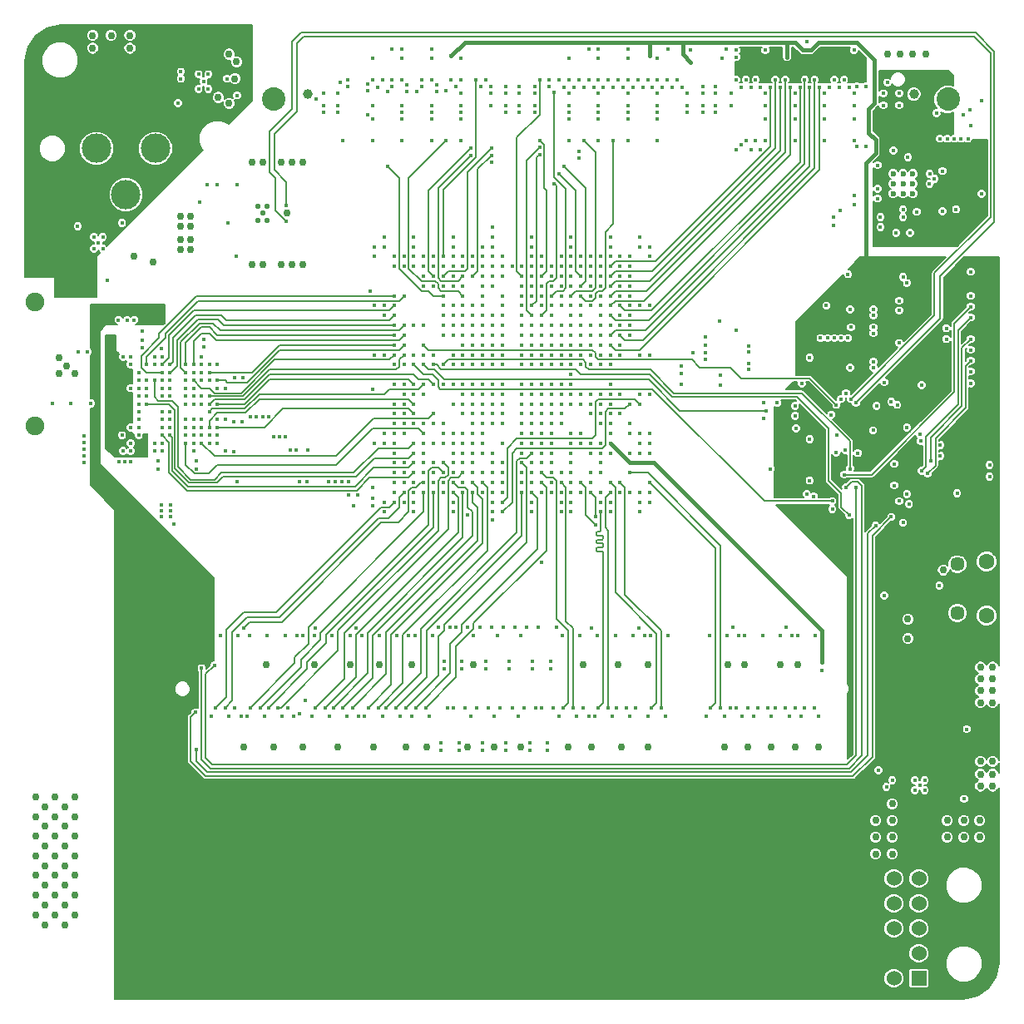
<source format=gbr>
G04 (created by PCBNEW-RS274X (2012-apr-16-27)-stable) date Mon 13 Jan 2014 12:08:28 PM PST*
G01*
G70*
G90*
%MOIN*%
G04 Gerber Fmt 3.4, Leading zero omitted, Abs format*
%FSLAX34Y34*%
G04 APERTURE LIST*
%ADD10C,0.006500*%
%ADD11C,0.017700*%
%ADD12C,0.023600*%
%ADD13C,0.023000*%
%ADD14C,0.074800*%
%ADD15C,0.039400*%
%ADD16C,0.094000*%
%ADD17C,0.063000*%
%ADD18C,0.057100*%
%ADD19R,0.060000X0.060000*%
%ADD20C,0.060000*%
%ADD21C,0.118100*%
%ADD22C,0.030000*%
%ADD23C,0.017700*%
%ADD24C,0.007000*%
G04 APERTURE END LIST*
G54D10*
G54D11*
X67321Y-48150D03*
X67321Y-47756D03*
X67518Y-47953D03*
X67715Y-48150D03*
X67715Y-47756D03*
G54D12*
X67245Y-24252D03*
X66851Y-24252D03*
X66457Y-24252D03*
X67245Y-23858D03*
X66851Y-23858D03*
X66457Y-23858D03*
X67245Y-23464D03*
X66851Y-23464D03*
X66457Y-23464D03*
G54D11*
X34783Y-26456D03*
X34429Y-26456D03*
X34606Y-26220D03*
X34783Y-25984D03*
X34429Y-25984D03*
X38619Y-19468D03*
X39013Y-19468D03*
X38816Y-19763D03*
X38619Y-20058D03*
X39013Y-20058D03*
G54D13*
X41181Y-25039D03*
X41378Y-24744D03*
X40984Y-24744D03*
X40984Y-25334D03*
X41378Y-25334D03*
G54D14*
X32067Y-33544D03*
X32067Y-28603D03*
G54D15*
X67282Y-20271D03*
X42994Y-20271D03*
G54D16*
X68654Y-20472D03*
X41622Y-20472D03*
G54D17*
X70197Y-41161D03*
X70197Y-38995D03*
G54D18*
X69027Y-41057D03*
X69027Y-39099D03*
G54D19*
X67481Y-55696D03*
G54D20*
X66481Y-55696D03*
X67481Y-54696D03*
X66481Y-54696D03*
X67481Y-53696D03*
X66481Y-53696D03*
X67481Y-52696D03*
X66481Y-52696D03*
X67481Y-51696D03*
X66481Y-51696D03*
G54D21*
X36890Y-22441D03*
X34528Y-22441D03*
X35709Y-24291D03*
G54D11*
X67008Y-33622D03*
X67913Y-23858D03*
X66614Y-32716D03*
X67047Y-22795D03*
X66220Y-19803D03*
X65000Y-22362D03*
X65000Y-19961D03*
X65354Y-22362D03*
X65354Y-19961D03*
X65827Y-24055D03*
X65945Y-25590D03*
X65945Y-25197D03*
X66850Y-24882D03*
X50394Y-35827D03*
X50236Y-44842D03*
X51575Y-34646D03*
X50354Y-41614D03*
X49882Y-41614D03*
X50394Y-34646D03*
X50787Y-35433D03*
X51654Y-44842D03*
X53150Y-35433D03*
X51772Y-41614D03*
X48583Y-44842D03*
X49409Y-37126D03*
X52362Y-35039D03*
X52126Y-44842D03*
X51968Y-35827D03*
X52362Y-44842D03*
X50472Y-45197D03*
X52756Y-36220D03*
X50590Y-41968D03*
X51575Y-35433D03*
X50787Y-36220D03*
X50709Y-44842D03*
X50827Y-41614D03*
X51575Y-35827D03*
X51181Y-44842D03*
X50787Y-35827D03*
X53150Y-36614D03*
X51417Y-45197D03*
X53150Y-36220D03*
X51299Y-41614D03*
X53543Y-35827D03*
X51535Y-41968D03*
X50000Y-35433D03*
X49646Y-41968D03*
X50394Y-37323D03*
X49764Y-44842D03*
X52244Y-41614D03*
X53937Y-36220D03*
X49606Y-35039D03*
X48937Y-41614D03*
X54331Y-35827D03*
X59921Y-44842D03*
X42677Y-45079D03*
X48425Y-35827D03*
X60157Y-44842D03*
X54331Y-35433D03*
X42913Y-44567D03*
X48031Y-35827D03*
X52953Y-41614D03*
X54724Y-36220D03*
X52835Y-44842D03*
X54724Y-36614D03*
X56693Y-34646D03*
X62520Y-44842D03*
X60630Y-44842D03*
X55118Y-34646D03*
X55512Y-36220D03*
X56142Y-44842D03*
X53150Y-37008D03*
X54370Y-41653D03*
X51575Y-35039D03*
X46929Y-44842D03*
X48425Y-36220D03*
X44921Y-41653D03*
X48819Y-34646D03*
X42205Y-44842D03*
X40433Y-41653D03*
X47638Y-35827D03*
X55905Y-34646D03*
X61417Y-44842D03*
X61024Y-44842D03*
X55118Y-33858D03*
X59528Y-44842D03*
X55905Y-35433D03*
X56693Y-35827D03*
X59134Y-44842D03*
X54331Y-36220D03*
X54527Y-37205D03*
X54527Y-37520D03*
X53937Y-35827D03*
X55512Y-35827D03*
X57165Y-44842D03*
X55118Y-35827D03*
X56772Y-44842D03*
X53543Y-36220D03*
X55748Y-44842D03*
X52756Y-35433D03*
X55354Y-44842D03*
X55039Y-44842D03*
X55118Y-36220D03*
X54646Y-44842D03*
X54724Y-37008D03*
X53150Y-35827D03*
X53622Y-44842D03*
X53228Y-44842D03*
X52362Y-35433D03*
X47717Y-44842D03*
X52362Y-35827D03*
X51968Y-36220D03*
X47323Y-44842D03*
X46535Y-44842D03*
X51575Y-36220D03*
X51968Y-34646D03*
X46142Y-44842D03*
X55512Y-33071D03*
X63307Y-44842D03*
X45827Y-44842D03*
X50000Y-35827D03*
X45433Y-44842D03*
X49606Y-35827D03*
X44409Y-44842D03*
X48819Y-35827D03*
X49212Y-36220D03*
X44016Y-44842D03*
X55905Y-33465D03*
X62913Y-44842D03*
X43701Y-44842D03*
X48819Y-36220D03*
X43307Y-44842D03*
X49212Y-35433D03*
X41811Y-44842D03*
X48425Y-35039D03*
X48031Y-36220D03*
X41417Y-44842D03*
X62126Y-44842D03*
X55905Y-33858D03*
X41102Y-44842D03*
X48425Y-35433D03*
X47638Y-36220D03*
X40709Y-44842D03*
X39685Y-44842D03*
X46850Y-36220D03*
X39291Y-44842D03*
X46457Y-36614D03*
X61732Y-44842D03*
X56299Y-34646D03*
X62165Y-41614D03*
X55512Y-32283D03*
X60039Y-41614D03*
X56299Y-36220D03*
X56260Y-41653D03*
X55905Y-36220D03*
X52756Y-35827D03*
X54016Y-44842D03*
X52362Y-39016D03*
X52362Y-36220D03*
X44803Y-44842D03*
X49606Y-36220D03*
X43307Y-41653D03*
X49212Y-35827D03*
X40079Y-44842D03*
X48031Y-35433D03*
X48819Y-44842D03*
X50000Y-36220D03*
X47244Y-35827D03*
X48228Y-41614D03*
X49528Y-45197D03*
X50787Y-35039D03*
X49291Y-44842D03*
X50394Y-36220D03*
X48701Y-41614D03*
X49212Y-35039D03*
X63583Y-43031D03*
X53543Y-34646D03*
X51575Y-34252D03*
X55118Y-31890D03*
X50000Y-34252D03*
X52756Y-35039D03*
X55118Y-32677D03*
X52362Y-33858D03*
X50000Y-34646D03*
X54331Y-32677D03*
X54724Y-32677D03*
X55118Y-34252D03*
X49212Y-33858D03*
X54331Y-32283D03*
X50787Y-34252D03*
X49409Y-41614D03*
X49606Y-35433D03*
X48031Y-30709D03*
X46457Y-31102D03*
X47638Y-30315D03*
X64173Y-32716D03*
X47244Y-31102D03*
X64016Y-36575D03*
X64685Y-37126D03*
X48031Y-31102D03*
X61378Y-32953D03*
X47638Y-31102D03*
X64724Y-35276D03*
X48425Y-31102D03*
X48425Y-31890D03*
X46850Y-31102D03*
X46457Y-30709D03*
X38425Y-31732D03*
X46850Y-29527D03*
X38110Y-31417D03*
X39370Y-31732D03*
X46850Y-30315D03*
X37480Y-31417D03*
X46457Y-29527D03*
X46457Y-28740D03*
X37165Y-31102D03*
X46850Y-28346D03*
X36535Y-31102D03*
X46457Y-30315D03*
X39055Y-31417D03*
X46850Y-29921D03*
X38425Y-31102D03*
X38110Y-31102D03*
X46457Y-29921D03*
X37480Y-31102D03*
X46457Y-29134D03*
X64882Y-24685D03*
X55905Y-32677D03*
X50787Y-37008D03*
X67126Y-25827D03*
X56693Y-33858D03*
X64882Y-24331D03*
X50787Y-36614D03*
X56299Y-32677D03*
X56299Y-33858D03*
X66575Y-25827D03*
X66378Y-32598D03*
X64567Y-32244D03*
X64212Y-33937D03*
X62795Y-31850D03*
X54331Y-27559D03*
X57992Y-20000D03*
X54331Y-26772D03*
X56811Y-20000D03*
X53937Y-27165D03*
X56614Y-19685D03*
X53543Y-26772D03*
X56417Y-20000D03*
X53150Y-26772D03*
X56220Y-19685D03*
X53543Y-27165D03*
X56024Y-20000D03*
X55512Y-26772D03*
X52756Y-27165D03*
X55630Y-20000D03*
X52362Y-26772D03*
X55433Y-19685D03*
X53937Y-28346D03*
X55236Y-22126D03*
X54331Y-27165D03*
X55236Y-20001D03*
X51968Y-27165D03*
X55039Y-19685D03*
X51968Y-26772D03*
X54842Y-20000D03*
X57795Y-19685D03*
X51575Y-27165D03*
X54449Y-20000D03*
X51181Y-27165D03*
X54252Y-19685D03*
X53543Y-28346D03*
X54055Y-22126D03*
X54055Y-20000D03*
X52756Y-27559D03*
X53150Y-27165D03*
X53858Y-22559D03*
X53858Y-19685D03*
X53858Y-22835D03*
X53937Y-26772D03*
X53661Y-20000D03*
X55118Y-26772D03*
X53268Y-23150D03*
X53937Y-27953D03*
X52362Y-27165D03*
X53268Y-20000D03*
X53937Y-27559D03*
X53071Y-23465D03*
X52362Y-27953D03*
X53071Y-19685D03*
X52874Y-23858D03*
X52362Y-29134D03*
X52756Y-28346D03*
X52874Y-20197D03*
X51968Y-28740D03*
X52283Y-22677D03*
X51575Y-27953D03*
X52677Y-19685D03*
X51968Y-29134D03*
X52283Y-22402D03*
X51968Y-28346D03*
X52677Y-19961D03*
X57598Y-20000D03*
X52283Y-22126D03*
X52362Y-27559D03*
X52283Y-19685D03*
X51575Y-27559D03*
X54724Y-27165D03*
X57401Y-19685D03*
X54724Y-26772D03*
X57205Y-20000D03*
X61338Y-18504D03*
X55827Y-18465D03*
X57441Y-18465D03*
X47953Y-18465D03*
X54331Y-28740D03*
X51575Y-28346D03*
X52362Y-28346D03*
X54331Y-28346D03*
X52756Y-27953D03*
X50354Y-22441D03*
X48425Y-27559D03*
X50000Y-27953D03*
X50118Y-19685D03*
X50394Y-27165D03*
X49212Y-27953D03*
X48937Y-19961D03*
X50394Y-26772D03*
X48740Y-19685D03*
X49212Y-27165D03*
X48543Y-22126D03*
X49212Y-28346D03*
X48543Y-20118D03*
X48425Y-27165D03*
X50000Y-27165D03*
X48031Y-27953D03*
X48149Y-20157D03*
X50000Y-26772D03*
X48150Y-19882D03*
X48425Y-27953D03*
X49606Y-27559D03*
X50354Y-22716D03*
X49606Y-26772D03*
X47559Y-19961D03*
X49606Y-27165D03*
X47559Y-19685D03*
X49212Y-26772D03*
X47362Y-20157D03*
X48819Y-27165D03*
X46968Y-20158D03*
X48819Y-26772D03*
X46968Y-19882D03*
X49921Y-19961D03*
X50000Y-27559D03*
X48031Y-27165D03*
X46378Y-19961D03*
X48031Y-26772D03*
X46378Y-19685D03*
X46181Y-23150D03*
X48425Y-28346D03*
X46181Y-20157D03*
X47638Y-27165D03*
X45984Y-19685D03*
X47638Y-26772D03*
X45787Y-20000D03*
X50787Y-27559D03*
X50354Y-22993D03*
X47244Y-27165D03*
X45394Y-19842D03*
X47244Y-26772D03*
X45394Y-20118D03*
X46850Y-26772D03*
X45394Y-21102D03*
X46850Y-27165D03*
X44606Y-19961D03*
X46457Y-26772D03*
X44606Y-19685D03*
X48425Y-26772D03*
X49724Y-19685D03*
X44409Y-22126D03*
X44291Y-19803D03*
X48031Y-27559D03*
X49527Y-22441D03*
X50787Y-27165D03*
X49212Y-27559D03*
X49527Y-22716D03*
X50787Y-26772D03*
X50000Y-28346D03*
X49212Y-28740D03*
X50787Y-28740D03*
X50000Y-28740D03*
X50787Y-29134D03*
X55905Y-29921D03*
X64685Y-20000D03*
X54724Y-30315D03*
X55905Y-28740D03*
X63504Y-20000D03*
X55118Y-30315D03*
X55512Y-28346D03*
X55512Y-29921D03*
X63307Y-19685D03*
X55905Y-28346D03*
X63110Y-20000D03*
X55118Y-29921D03*
X55512Y-27953D03*
X55118Y-29134D03*
X62913Y-19685D03*
X55905Y-27953D03*
X55512Y-28740D03*
X62716Y-20000D03*
X55512Y-29527D03*
X55512Y-27559D03*
X62323Y-20000D03*
X55118Y-28740D03*
X55905Y-27559D03*
X62126Y-19685D03*
X55118Y-28346D03*
X55512Y-27165D03*
X55118Y-27953D03*
X61929Y-20000D03*
X55905Y-27165D03*
X55118Y-27559D03*
X61732Y-19685D03*
X55905Y-26772D03*
X61535Y-20000D03*
X55118Y-27165D03*
X64488Y-19685D03*
X54724Y-29921D03*
X61142Y-22480D03*
X61142Y-20000D03*
X60945Y-22126D03*
X60945Y-19685D03*
X60748Y-22480D03*
X60748Y-20000D03*
X60551Y-22126D03*
X60551Y-19685D03*
X60354Y-22283D03*
X60354Y-20000D03*
X55905Y-29527D03*
X60157Y-22480D03*
X60157Y-19685D03*
X64291Y-20000D03*
X54724Y-29134D03*
X55512Y-29134D03*
X64094Y-19685D03*
X54724Y-28740D03*
X55905Y-29134D03*
X54724Y-28346D03*
X63898Y-20000D03*
X55118Y-31102D03*
X64370Y-32480D03*
X54331Y-29527D03*
X55512Y-30315D03*
X53937Y-30315D03*
X53937Y-30709D03*
X48819Y-33858D03*
X53937Y-31102D03*
X53543Y-33858D03*
X53543Y-29134D03*
X48819Y-29134D03*
X48031Y-31890D03*
X39055Y-32677D03*
X47244Y-31890D03*
X39370Y-32677D03*
X47244Y-34646D03*
X36535Y-32677D03*
X47638Y-34646D03*
X36535Y-32362D03*
X46850Y-32283D03*
X40945Y-33189D03*
X46457Y-32677D03*
X41417Y-33189D03*
X46850Y-35039D03*
X43819Y-35787D03*
X46457Y-34252D03*
X42677Y-35787D03*
X44645Y-35787D03*
X46457Y-35433D03*
X46850Y-35827D03*
X44646Y-36339D03*
X46457Y-36220D03*
X44842Y-36772D03*
X45000Y-36339D03*
X46457Y-35827D03*
X46850Y-32677D03*
X41181Y-33189D03*
X41614Y-33976D03*
X46850Y-33071D03*
X46457Y-33071D03*
X41850Y-33976D03*
X46850Y-33465D03*
X42087Y-33976D03*
X46457Y-33465D03*
X42283Y-34527D03*
X42992Y-34527D03*
X46850Y-33858D03*
X42520Y-34527D03*
X46457Y-33858D03*
X46457Y-34646D03*
X42953Y-35787D03*
X46850Y-35433D03*
X44369Y-35787D03*
X44094Y-35787D03*
X46457Y-35039D03*
X39055Y-32992D03*
X47638Y-31890D03*
X47244Y-35039D03*
X37480Y-33937D03*
X48031Y-33071D03*
X38740Y-34252D03*
X47638Y-33858D03*
X38110Y-34252D03*
X47638Y-34252D03*
X38110Y-33937D03*
X39055Y-33622D03*
X47244Y-32677D03*
X46850Y-31890D03*
X40709Y-33189D03*
X36850Y-31732D03*
X47244Y-34252D03*
X36535Y-32047D03*
X48031Y-34252D03*
X33799Y-30590D03*
X64882Y-18504D03*
X65039Y-34646D03*
X59606Y-18819D03*
X38740Y-43268D03*
X68111Y-23661D03*
X47244Y-36220D03*
X64567Y-36024D03*
X67914Y-23465D03*
X64961Y-36024D03*
X39252Y-43150D03*
X46850Y-36614D03*
X62520Y-22126D03*
X61338Y-21260D03*
X64882Y-21260D03*
X60157Y-18504D03*
X63701Y-21260D03*
X63701Y-22126D03*
X56693Y-28740D03*
X55118Y-29527D03*
X61338Y-22126D03*
X53937Y-29921D03*
X56693Y-30709D03*
X54331Y-29921D03*
X56693Y-26378D03*
X62520Y-21260D03*
X55512Y-30709D03*
X64882Y-22126D03*
X55118Y-30709D03*
X60157Y-18779D03*
X54646Y-22126D03*
X55827Y-21260D03*
X53543Y-27559D03*
X57008Y-21260D03*
X56299Y-25984D03*
X57008Y-18819D03*
X55827Y-18819D03*
X52362Y-28740D03*
X51575Y-28740D03*
X54646Y-18465D03*
X51968Y-27559D03*
X54646Y-19685D03*
X52756Y-28740D03*
X53464Y-22126D03*
X54724Y-27559D03*
X51968Y-25984D03*
X53464Y-19685D03*
X54646Y-18819D03*
X57008Y-19685D03*
X57008Y-22126D03*
X55827Y-19685D03*
X55827Y-22126D03*
X53464Y-18819D03*
X53543Y-25984D03*
X55118Y-25984D03*
X54646Y-21260D03*
X53150Y-28740D03*
X51575Y-29134D03*
X53464Y-21260D03*
X45590Y-22126D03*
X48819Y-25984D03*
X47638Y-27559D03*
X45590Y-21260D03*
X49134Y-18819D03*
X47953Y-18819D03*
X46063Y-25984D03*
X49134Y-21260D03*
X47244Y-25984D03*
X50787Y-28346D03*
X47953Y-19685D03*
X46772Y-21260D03*
X50394Y-27559D03*
X50000Y-29134D03*
X46772Y-18819D03*
X50394Y-29134D03*
X46772Y-22126D03*
X45590Y-18819D03*
X47953Y-22126D03*
X47953Y-21260D03*
X46772Y-18465D03*
X49134Y-19685D03*
X49134Y-22126D03*
X49606Y-28740D03*
X46772Y-19685D03*
X48819Y-27559D03*
X45590Y-19685D03*
X50394Y-25984D03*
X61338Y-19685D03*
X63701Y-18504D03*
X62520Y-18819D03*
X62520Y-19685D03*
X63701Y-19685D03*
X64882Y-18819D03*
X61338Y-18819D03*
X64882Y-19685D03*
X63701Y-18819D03*
X68346Y-34764D03*
X37913Y-19370D03*
X38543Y-46535D03*
X65748Y-37559D03*
X66378Y-37205D03*
X38504Y-45039D03*
X62519Y-32757D03*
X66496Y-35079D03*
X66496Y-35945D03*
X62519Y-33150D03*
X67087Y-36693D03*
X64527Y-34527D03*
X66693Y-28937D03*
X62992Y-36299D03*
X69016Y-36260D03*
X69567Y-28779D03*
X64488Y-35512D03*
X66102Y-31811D03*
X69567Y-30945D03*
X67835Y-35472D03*
X69567Y-29213D03*
X67598Y-35354D03*
X67953Y-34961D03*
X69567Y-30079D03*
X66693Y-28543D03*
X66693Y-30236D03*
X63268Y-36378D03*
X67559Y-34173D03*
X35551Y-25433D03*
X33779Y-25551D03*
X68346Y-34331D03*
X66417Y-47756D03*
X67008Y-36299D03*
X38661Y-24606D03*
X63976Y-33110D03*
X42126Y-25354D03*
X64961Y-32638D03*
X42126Y-24724D03*
X64764Y-32480D03*
X66181Y-48031D03*
X66693Y-36575D03*
X65787Y-32756D03*
X59488Y-29370D03*
X68189Y-21024D03*
X67520Y-33898D03*
X37165Y-33937D03*
X47244Y-35433D03*
X46457Y-28346D03*
X37165Y-31417D03*
X46063Y-33858D03*
X40158Y-35787D03*
X39055Y-32362D03*
X46850Y-30709D03*
X39370Y-33622D03*
X47244Y-33071D03*
X35590Y-31102D03*
X35905Y-32677D03*
X35905Y-33937D03*
X35905Y-31732D03*
X34961Y-30630D03*
X35905Y-32992D03*
X36535Y-33937D03*
X35236Y-30630D03*
X36220Y-34252D03*
X35905Y-34567D03*
X35590Y-30787D03*
X37165Y-34252D03*
X35905Y-35000D03*
X35669Y-35000D03*
X35433Y-35000D03*
X36378Y-30433D03*
X60157Y-29724D03*
X46063Y-28740D03*
X39370Y-33937D03*
X39055Y-33937D03*
G54D22*
X37913Y-26102D03*
G54D11*
X61575Y-45197D03*
X36220Y-32362D03*
X43346Y-20472D03*
X52716Y-43307D03*
G54D22*
X67047Y-42087D03*
G54D11*
X50787Y-32283D03*
X48819Y-34252D03*
X35551Y-33937D03*
X56299Y-30709D03*
X52756Y-30315D03*
X38425Y-34252D03*
X49134Y-20984D03*
X66851Y-23858D03*
X64724Y-31220D03*
X47638Y-30709D03*
X51968Y-32283D03*
X57008Y-20236D03*
X49212Y-30315D03*
X56024Y-41968D03*
X64370Y-30039D03*
X53150Y-27953D03*
X50945Y-20984D03*
X38819Y-30079D03*
X38816Y-19763D03*
X38110Y-32047D03*
X55118Y-26378D03*
X54724Y-33465D03*
X59527Y-31535D03*
X58937Y-30000D03*
X51575Y-32677D03*
X49212Y-29527D03*
X38740Y-31732D03*
X41260Y-45197D03*
X59764Y-18465D03*
X53464Y-20236D03*
X45590Y-36024D03*
X45039Y-45197D03*
G54D22*
X37913Y-26496D03*
G54D11*
X65669Y-29134D03*
X49055Y-46575D03*
X53543Y-35039D03*
X51968Y-33071D03*
X47638Y-32283D03*
X44212Y-20709D03*
X46772Y-20984D03*
X47244Y-26378D03*
X51968Y-31102D03*
X54724Y-27953D03*
X61810Y-32638D03*
G54D22*
X36024Y-26772D03*
G54D11*
X46063Y-36614D03*
X50394Y-26378D03*
X58189Y-20236D03*
X69449Y-22047D03*
X52008Y-43307D03*
X40020Y-34587D03*
X63819Y-30039D03*
X47874Y-45197D03*
X52362Y-29921D03*
X34035Y-34488D03*
X50394Y-36614D03*
X52756Y-31102D03*
X53464Y-20984D03*
X50394Y-35039D03*
X37795Y-20630D03*
G54D22*
X67047Y-41299D03*
G54D11*
X32756Y-32657D03*
X33484Y-32657D03*
X53937Y-28740D03*
X50000Y-33071D03*
X63110Y-35748D03*
X47244Y-36614D03*
X52087Y-20984D03*
X52087Y-20709D03*
X46378Y-18465D03*
X35905Y-34252D03*
X56299Y-26378D03*
X54646Y-20984D03*
X36378Y-29764D03*
X36850Y-34567D03*
X35905Y-30787D03*
X46693Y-45197D03*
X42441Y-45197D03*
X45276Y-45197D03*
X57323Y-45197D03*
X58346Y-18504D03*
X54331Y-30315D03*
X37008Y-35276D03*
X34961Y-27716D03*
G54D22*
X70433Y-47520D03*
G54D11*
X68425Y-23346D03*
X36850Y-31102D03*
X56299Y-28740D03*
X62401Y-41968D03*
G54D22*
X68622Y-49370D03*
G54D11*
X55197Y-45197D03*
X47638Y-27953D03*
G54D22*
X39842Y-20630D03*
G54D11*
X54331Y-30709D03*
X39370Y-32047D03*
X51575Y-33465D03*
X40551Y-45197D03*
X64172Y-34626D03*
X66850Y-25197D03*
X65650Y-33740D03*
X52756Y-32283D03*
X51575Y-29921D03*
X40394Y-31614D03*
X46457Y-31890D03*
X39370Y-33307D03*
G54D22*
X39842Y-18661D03*
G54D11*
X41969Y-45197D03*
X47638Y-29527D03*
X49212Y-33071D03*
X50394Y-29921D03*
G54D22*
X38307Y-26496D03*
G54D11*
X52756Y-29134D03*
X48819Y-35039D03*
X52087Y-20236D03*
X70315Y-35592D03*
G54D22*
X41181Y-27087D03*
G54D11*
X35905Y-31102D03*
X64055Y-25197D03*
X62559Y-33661D03*
X50787Y-30315D03*
X51575Y-29527D03*
X44212Y-20236D03*
G54D22*
X69961Y-47992D03*
X68464Y-39331D03*
G54D11*
X64882Y-20236D03*
X46772Y-20709D03*
X37165Y-32992D03*
X45590Y-36772D03*
X64331Y-24921D03*
X51457Y-20236D03*
X50000Y-30315D03*
X50394Y-32677D03*
X44567Y-45197D03*
X56693Y-26772D03*
X38110Y-33307D03*
X57008Y-20984D03*
X51968Y-26378D03*
X49606Y-30709D03*
X37500Y-36968D03*
X56299Y-36614D03*
X56299Y-34252D03*
X55118Y-36614D03*
X59527Y-31929D03*
X49134Y-20236D03*
X69567Y-27382D03*
X51575Y-30709D03*
X59331Y-19961D03*
X48819Y-30709D03*
G54D22*
X69921Y-49370D03*
G54D11*
X37480Y-33307D03*
X53543Y-32677D03*
X66693Y-20236D03*
X40315Y-45197D03*
X48425Y-29921D03*
X58937Y-30905D03*
X54724Y-34252D03*
X34173Y-30590D03*
G54D22*
X40748Y-22992D03*
G54D11*
X62520Y-20236D03*
X34035Y-34232D03*
X53543Y-27953D03*
X51457Y-20984D03*
X46063Y-30709D03*
G54D22*
X69291Y-49370D03*
G54D11*
X64646Y-27480D03*
X38425Y-32047D03*
G54D22*
X68622Y-50039D03*
G54D11*
X37500Y-36732D03*
X49606Y-29921D03*
X50394Y-31890D03*
X37480Y-32362D03*
X67008Y-27835D03*
X52362Y-30709D03*
X54488Y-45197D03*
X63583Y-43346D03*
X40118Y-26772D03*
X50787Y-33071D03*
X54724Y-29527D03*
X47638Y-33465D03*
X38425Y-32362D03*
X50315Y-20236D03*
X36220Y-33307D03*
X53150Y-32677D03*
X54252Y-18465D03*
X52756Y-33858D03*
X36220Y-32047D03*
X53464Y-20709D03*
X68307Y-39960D03*
X45590Y-20709D03*
X39134Y-45197D03*
X48819Y-31890D03*
X64646Y-30039D03*
X58189Y-20709D03*
X36220Y-33937D03*
X51575Y-31890D03*
X59961Y-20236D03*
X55827Y-20709D03*
X52756Y-34646D03*
X37165Y-32362D03*
X64094Y-30039D03*
X38740Y-31417D03*
X36220Y-32677D03*
X35905Y-32047D03*
X38425Y-33937D03*
X37165Y-30787D03*
X53543Y-31102D03*
X49212Y-29134D03*
X50000Y-26378D03*
X60275Y-41968D03*
G54D22*
X40748Y-27087D03*
G54D11*
X58819Y-20236D03*
X54724Y-31102D03*
X58819Y-19961D03*
X58937Y-30315D03*
X58976Y-45197D03*
X46575Y-41968D03*
X62283Y-45197D03*
X53543Y-32283D03*
X69567Y-30512D03*
X53150Y-29921D03*
X51457Y-19961D03*
X49606Y-33858D03*
X58189Y-20984D03*
X51968Y-36614D03*
X50000Y-31102D03*
X53937Y-29527D03*
X44685Y-41968D03*
X54252Y-45197D03*
X47638Y-35039D03*
X47165Y-45197D03*
G54D22*
X39409Y-20394D03*
G54D11*
X58937Y-30630D03*
X39055Y-31102D03*
X62756Y-45197D03*
X50118Y-43307D03*
X49212Y-32283D03*
X57441Y-41968D03*
X34035Y-34744D03*
X63701Y-20236D03*
X70000Y-20512D03*
X66063Y-20709D03*
X48346Y-46575D03*
X50394Y-33465D03*
X50945Y-19961D03*
X53150Y-33465D03*
X45866Y-41968D03*
X56614Y-45197D03*
X50394Y-27953D03*
X65827Y-23110D03*
X54724Y-30709D03*
X42087Y-41968D03*
X43858Y-45197D03*
X37480Y-32047D03*
X58819Y-20709D03*
X53150Y-30709D03*
X52756Y-29527D03*
X57008Y-20709D03*
X35413Y-29311D03*
X68898Y-22047D03*
X43622Y-20984D03*
X61338Y-20236D03*
X51890Y-46575D03*
X65669Y-31220D03*
X60866Y-45197D03*
X39488Y-41968D03*
X36378Y-30118D03*
X48819Y-27953D03*
X49212Y-34252D03*
X67401Y-24980D03*
X59331Y-20984D03*
X42559Y-41968D03*
X53543Y-36614D03*
X63346Y-41968D03*
X62520Y-20709D03*
X37165Y-33307D03*
X68976Y-24882D03*
X36535Y-31732D03*
X53543Y-30315D03*
X59685Y-45197D03*
G54D22*
X33346Y-31142D03*
X33661Y-31457D03*
G54D11*
X38976Y-23898D03*
X34035Y-33957D03*
X39843Y-45197D03*
X54724Y-33071D03*
X37165Y-34567D03*
X43976Y-41968D03*
X35905Y-33622D03*
X67518Y-47953D03*
X50945Y-20236D03*
X53780Y-45197D03*
X53071Y-45197D03*
X47953Y-20709D03*
X46063Y-26378D03*
X38425Y-32677D03*
X40157Y-20315D03*
X54724Y-32283D03*
X55906Y-45197D03*
X53543Y-29527D03*
X37500Y-37205D03*
X49606Y-31890D03*
G54D22*
X33031Y-30827D03*
G54D11*
X51968Y-27953D03*
X43150Y-45197D03*
X66063Y-20236D03*
X50945Y-46575D03*
X51968Y-35039D03*
X48819Y-28740D03*
X63543Y-30039D03*
X66850Y-27598D03*
G54D22*
X40147Y-18966D03*
G54D11*
X48425Y-28740D03*
X54646Y-20236D03*
X42795Y-41968D03*
X48819Y-29921D03*
X38425Y-33307D03*
X47992Y-41968D03*
X50787Y-31102D03*
X53543Y-28740D03*
X47047Y-41968D03*
X55315Y-41968D03*
X65866Y-47362D03*
X59961Y-20709D03*
X41378Y-41968D03*
X45669Y-26772D03*
X37480Y-32992D03*
G54D22*
X70433Y-47992D03*
G54D11*
X53543Y-34252D03*
X53150Y-31890D03*
X56496Y-41968D03*
X63701Y-20709D03*
X52362Y-33465D03*
X58819Y-20984D03*
X50315Y-20709D03*
X59803Y-41968D03*
X59094Y-41968D03*
X50945Y-20709D03*
X50787Y-29527D03*
X63465Y-45197D03*
X39370Y-23898D03*
X46063Y-29134D03*
X60512Y-41968D03*
X50394Y-30709D03*
X66102Y-40354D03*
X54331Y-33071D03*
X43622Y-20236D03*
X53898Y-41968D03*
X68583Y-29646D03*
X49606Y-29134D03*
X49134Y-20709D03*
X48425Y-34252D03*
X65827Y-24449D03*
X51968Y-33465D03*
G54D22*
X69961Y-47520D03*
X70433Y-47008D03*
G54D11*
X70000Y-24252D03*
X52598Y-46575D03*
X67598Y-31929D03*
X49173Y-43307D03*
G54D22*
X69921Y-50039D03*
G54D11*
X36220Y-32992D03*
X49606Y-32677D03*
X45984Y-45197D03*
X50315Y-19961D03*
X51063Y-43307D03*
X38740Y-31102D03*
X59331Y-20709D03*
X48819Y-26378D03*
G54D22*
X38307Y-26102D03*
G54D11*
X38543Y-35276D03*
X61338Y-20709D03*
G54D22*
X41181Y-22992D03*
G54D11*
X48464Y-43307D03*
X61535Y-35276D03*
X50394Y-29527D03*
X66850Y-37441D03*
G54D22*
X36811Y-26988D03*
G54D11*
X65669Y-30984D03*
X51457Y-20709D03*
G54D22*
X33031Y-31457D03*
G54D11*
X65669Y-28898D03*
X52087Y-19961D03*
X45512Y-28150D03*
X62992Y-18150D03*
X50000Y-29527D03*
X66693Y-20709D03*
X55827Y-20236D03*
X38110Y-32677D03*
X51968Y-29527D03*
X68622Y-22047D03*
X64882Y-20709D03*
X38425Y-33622D03*
X60394Y-45197D03*
X48819Y-32677D03*
X50000Y-46575D03*
X55827Y-20984D03*
X54646Y-20709D03*
X68583Y-30079D03*
X54331Y-31102D03*
X62638Y-41968D03*
X53543Y-26378D03*
X69567Y-31850D03*
X40669Y-41968D03*
X34311Y-32657D03*
X43622Y-20709D03*
X64016Y-36890D03*
X43268Y-41968D03*
X61929Y-41968D03*
X60669Y-30354D03*
X48425Y-33465D03*
X53189Y-41968D03*
X63110Y-34094D03*
X45157Y-41968D03*
X50394Y-25590D03*
X61259Y-32638D03*
X56693Y-36220D03*
X40354Y-33386D03*
X50000Y-33858D03*
X69173Y-22047D03*
X35590Y-34567D03*
X70315Y-35119D03*
X68327Y-22047D03*
X63779Y-28740D03*
X54724Y-35039D03*
X63110Y-30827D03*
G54D22*
X69961Y-47008D03*
G54D11*
X50000Y-32283D03*
X52362Y-31890D03*
X60669Y-30590D03*
X46457Y-27165D03*
X36220Y-31417D03*
X59331Y-20236D03*
G54D22*
X42165Y-25039D03*
G54D11*
X53543Y-29921D03*
X49212Y-31102D03*
X54606Y-41968D03*
X69527Y-20905D03*
X61220Y-41968D03*
X56732Y-41968D03*
X52756Y-33071D03*
X46063Y-34252D03*
X48819Y-36614D03*
X56299Y-32283D03*
X51968Y-30315D03*
X53937Y-34252D03*
X34606Y-26220D03*
X68425Y-24961D03*
X49606Y-33465D03*
X40197Y-41968D03*
X66457Y-22520D03*
X64724Y-28898D03*
X54331Y-27953D03*
X34035Y-35020D03*
X47283Y-41968D03*
X37165Y-32047D03*
X47953Y-20984D03*
X38110Y-32362D03*
X37913Y-19646D03*
X44212Y-20984D03*
G54D22*
X69291Y-50039D03*
G54D11*
X52362Y-32677D03*
X54724Y-34646D03*
X54331Y-34252D03*
X52362Y-34252D03*
X52362Y-34646D03*
X37638Y-37480D03*
X48031Y-35039D03*
X53150Y-27559D03*
X53150Y-28346D03*
X69567Y-28346D03*
X69567Y-31378D03*
X39055Y-34252D03*
X36850Y-34252D03*
X37126Y-30472D03*
X36220Y-31732D03*
X39685Y-33307D03*
X38543Y-34961D03*
G54D22*
X42362Y-27087D03*
G54D11*
X38740Y-30787D03*
X40039Y-33386D03*
X36220Y-33622D03*
X36043Y-29311D03*
X39685Y-32047D03*
X38819Y-30394D03*
X40079Y-31614D03*
G54D22*
X42795Y-27087D03*
X41929Y-27087D03*
G54D11*
X37008Y-34961D03*
X38425Y-34567D03*
X39803Y-25433D03*
X36850Y-30787D03*
X35768Y-29311D03*
X52756Y-32677D03*
X52362Y-33071D03*
X50787Y-32677D03*
X51575Y-32283D03*
X49606Y-29527D03*
X49606Y-33071D03*
X50787Y-31890D03*
X51575Y-30315D03*
X52362Y-31102D03*
X49606Y-31102D03*
X53543Y-31890D03*
X53543Y-30709D03*
X51968Y-32677D03*
X53150Y-32283D03*
X52362Y-32283D03*
X49212Y-32677D03*
X49212Y-29921D03*
X50000Y-31890D03*
X53543Y-31496D03*
X48819Y-31102D03*
X50787Y-29921D03*
G54D22*
X42362Y-22992D03*
G54D11*
X49606Y-32283D03*
X50000Y-33465D03*
X50787Y-30709D03*
X53150Y-33071D03*
X52756Y-33465D03*
X53150Y-29527D03*
X49212Y-30709D03*
X51968Y-29921D03*
G54D22*
X41929Y-22992D03*
G54D11*
X53150Y-31102D03*
X50000Y-32677D03*
X51575Y-33071D03*
X52756Y-30709D03*
X50787Y-33465D03*
X40157Y-23898D03*
X49212Y-31890D03*
X50394Y-30315D03*
X53150Y-30315D03*
X48819Y-29527D03*
X51575Y-31102D03*
X52756Y-29921D03*
X52362Y-29527D03*
X49606Y-30315D03*
X52756Y-31890D03*
X50394Y-32283D03*
X50000Y-30709D03*
X50394Y-31102D03*
X51968Y-30709D03*
X52362Y-30315D03*
G54D22*
X42795Y-22992D03*
G54D11*
X51968Y-31890D03*
X50394Y-33071D03*
X50000Y-29921D03*
G54D22*
X70433Y-43701D03*
G54D11*
X54724Y-35433D03*
X38740Y-32362D03*
X61259Y-33268D03*
X51968Y-33858D03*
G54D22*
X44685Y-43110D03*
G54D11*
X53543Y-37008D03*
X55118Y-33465D03*
X47244Y-33465D03*
G54D22*
X56614Y-43110D03*
X59685Y-46417D03*
X49409Y-46417D03*
G54D11*
X51968Y-35433D03*
G54D22*
X60512Y-43110D03*
G54D11*
X38110Y-31732D03*
X45669Y-26378D03*
G54D22*
X43268Y-43110D03*
G54D11*
X39055Y-31732D03*
X69291Y-48504D03*
G54D22*
X41338Y-43110D03*
G54D11*
X51968Y-37008D03*
X37146Y-36968D03*
X49055Y-46260D03*
G54D22*
X69961Y-44173D03*
X70433Y-44646D03*
X44212Y-46417D03*
X40433Y-46417D03*
G54D11*
X56693Y-32283D03*
X64055Y-25512D03*
G54D22*
X49646Y-43110D03*
X69961Y-43701D03*
X55433Y-43110D03*
G54D11*
X51575Y-33858D03*
X55118Y-37008D03*
X53543Y-35433D03*
X56693Y-34252D03*
G54D22*
X47165Y-43110D03*
G54D11*
X45669Y-34252D03*
X37165Y-31732D03*
G54D22*
X69961Y-43228D03*
G54D11*
X48819Y-35433D03*
X49173Y-42992D03*
X49212Y-34646D03*
X52756Y-34252D03*
X51890Y-46260D03*
G54D22*
X62520Y-46417D03*
G54D11*
X37165Y-33622D03*
X47638Y-35433D03*
X39370Y-34252D03*
X53937Y-32283D03*
G54D22*
X59842Y-43110D03*
X54370Y-46417D03*
G54D11*
X38740Y-32677D03*
G54D22*
X55551Y-46417D03*
G54D11*
X50000Y-46260D03*
X45590Y-32087D03*
X55118Y-32283D03*
X48425Y-29527D03*
X37146Y-36732D03*
X51968Y-34252D03*
G54D22*
X45866Y-43110D03*
G54D11*
X48031Y-33465D03*
X51063Y-42992D03*
X37480Y-33622D03*
X37480Y-31732D03*
X37146Y-37205D03*
X47244Y-32283D03*
X38740Y-33937D03*
X50394Y-35433D03*
G54D22*
X56614Y-46417D03*
G54D11*
X69409Y-45709D03*
G54D22*
X54016Y-43110D03*
G54D11*
X48464Y-42992D03*
X52716Y-42992D03*
X45590Y-36457D03*
G54D22*
X61929Y-43110D03*
G54D11*
X47244Y-37008D03*
X54331Y-34646D03*
X56299Y-37008D03*
X50118Y-42992D03*
X47244Y-29527D03*
X47244Y-30709D03*
G54D22*
X41614Y-46417D03*
X60630Y-46417D03*
X61575Y-46417D03*
X62638Y-43110D03*
G54D11*
X56693Y-36614D03*
X52008Y-42992D03*
X39685Y-34567D03*
G54D22*
X45630Y-46417D03*
G54D11*
X38740Y-33307D03*
X45669Y-28740D03*
G54D22*
X46929Y-46417D03*
G54D11*
X48819Y-37008D03*
G54D22*
X42795Y-46417D03*
X70433Y-44173D03*
X47756Y-46417D03*
X53425Y-46417D03*
G54D11*
X53937Y-32677D03*
X55118Y-33071D03*
G54D22*
X63464Y-46417D03*
G54D11*
X48346Y-46260D03*
X49606Y-34646D03*
G54D22*
X70433Y-43228D03*
G54D11*
X46063Y-37008D03*
X45669Y-30709D03*
X50945Y-46260D03*
X38425Y-31417D03*
X49606Y-34252D03*
X38110Y-33622D03*
X39370Y-31102D03*
X50394Y-37008D03*
G54D22*
X50472Y-46417D03*
X51535Y-46417D03*
G54D11*
X38740Y-33622D03*
G54D22*
X69961Y-44646D03*
G54D11*
X52598Y-46260D03*
X58425Y-30630D03*
X53937Y-33858D03*
X48425Y-29134D03*
X53937Y-29134D03*
X48425Y-33858D03*
X57953Y-31142D03*
X57953Y-31890D03*
X57953Y-31457D03*
X65827Y-23465D03*
X67598Y-25354D03*
X67401Y-24626D03*
X68898Y-22441D03*
X68898Y-22716D03*
X69567Y-23071D03*
X66457Y-22835D03*
X68464Y-25354D03*
X69055Y-34016D03*
X65669Y-30276D03*
X66496Y-38386D03*
X68583Y-31378D03*
G54D22*
X65354Y-27835D03*
G54D11*
X69567Y-29646D03*
X67716Y-35984D03*
X68583Y-29213D03*
X58346Y-18976D03*
G54D22*
X65354Y-26968D03*
G54D11*
X65059Y-33740D03*
X61810Y-33268D03*
X67008Y-29646D03*
X65669Y-30512D03*
X63386Y-31181D03*
X36378Y-28819D03*
X64173Y-35216D03*
X64764Y-30512D03*
X56693Y-18740D03*
X68740Y-27598D03*
X64094Y-30709D03*
X48740Y-18740D03*
X65157Y-31811D03*
X63150Y-28976D03*
X64094Y-30433D03*
X65472Y-21260D03*
X62205Y-18779D03*
X68583Y-30945D03*
X68583Y-28779D03*
X67835Y-27598D03*
X63386Y-31575D03*
X63425Y-32441D03*
X68583Y-28346D03*
X38779Y-41968D03*
X64094Y-31575D03*
G54D22*
X34370Y-18425D03*
X35866Y-18425D03*
X35866Y-17913D03*
X34370Y-17913D03*
X35118Y-17913D03*
X32087Y-53150D03*
X33661Y-52362D03*
X33661Y-48425D03*
X33661Y-49213D03*
X33268Y-48819D03*
X33268Y-51968D03*
X33661Y-53150D03*
X32480Y-49606D03*
X32874Y-51575D03*
G54D11*
X60669Y-31299D03*
G54D22*
X66417Y-50039D03*
X66220Y-18661D03*
X33268Y-49606D03*
X66417Y-49370D03*
X66417Y-50709D03*
X66732Y-18661D03*
X33268Y-53543D03*
X32480Y-53543D03*
X33268Y-51181D03*
X32087Y-52362D03*
X32480Y-51181D03*
X32874Y-50000D03*
X32874Y-48425D03*
X32087Y-48425D03*
X32480Y-51968D03*
X32480Y-52756D03*
X32087Y-51575D03*
X33268Y-50394D03*
X33268Y-52756D03*
X32087Y-49213D03*
X32874Y-49213D03*
X32874Y-53150D03*
X32087Y-50000D03*
X33661Y-50000D03*
X32480Y-50394D03*
X67756Y-18661D03*
X32874Y-50787D03*
X32480Y-48819D03*
X67244Y-18661D03*
X37913Y-25551D03*
G54D11*
X69272Y-21102D03*
X65669Y-29842D03*
G54D22*
X38307Y-25157D03*
G54D11*
X39764Y-19646D03*
G54D22*
X65748Y-49370D03*
X40079Y-19646D03*
X37913Y-25157D03*
G54D11*
X69567Y-21535D03*
G54D22*
X33661Y-50787D03*
X65748Y-50709D03*
X38307Y-25551D03*
X33661Y-51575D03*
G54D11*
X60669Y-31063D03*
G54D22*
X32087Y-50787D03*
X32874Y-52362D03*
X66417Y-48701D03*
G54D11*
X64764Y-29606D03*
X65669Y-29606D03*
G54D22*
X65748Y-50039D03*
X40512Y-20000D03*
X40157Y-20000D03*
X33268Y-26102D03*
X33268Y-26890D03*
X34055Y-27677D03*
X33661Y-27283D03*
X33268Y-27677D03*
X34055Y-26890D03*
G54D10*
X48228Y-42008D02*
X48464Y-41772D01*
X46929Y-44842D02*
X48228Y-43543D01*
X51772Y-38229D02*
X51772Y-35236D01*
X51575Y-35039D02*
X51772Y-35236D01*
X48464Y-41537D02*
X51772Y-38229D01*
X48464Y-41772D02*
X48464Y-41537D01*
X48228Y-43543D02*
X48228Y-42008D01*
X45944Y-37441D02*
X46614Y-37441D01*
X47047Y-36142D02*
X47047Y-37008D01*
X40433Y-41653D02*
X40669Y-41417D01*
X46614Y-37441D02*
X47047Y-37008D01*
X47323Y-36023D02*
X47166Y-36023D01*
X41968Y-41417D02*
X45944Y-37441D01*
X47166Y-36023D02*
X47047Y-36142D01*
X40669Y-41417D02*
X41968Y-41417D01*
X47638Y-35827D02*
X47519Y-35827D01*
X47519Y-35827D02*
X47323Y-36023D01*
X59528Y-44842D02*
X59527Y-44841D01*
X59527Y-44841D02*
X59527Y-38345D01*
X56615Y-35433D02*
X55905Y-35433D01*
X59527Y-38345D02*
X56615Y-35433D01*
X59134Y-44842D02*
X59331Y-44645D01*
X59331Y-44645D02*
X59331Y-38465D01*
X59331Y-38465D02*
X56693Y-35827D01*
X54331Y-36220D02*
X54331Y-36221D01*
X54527Y-36417D02*
X54527Y-37205D01*
X54331Y-36221D02*
X54527Y-36417D01*
X54134Y-36024D02*
X54134Y-37126D01*
X54527Y-37520D02*
X54527Y-37519D01*
X53937Y-35827D02*
X54134Y-36024D01*
X54527Y-37519D02*
X54134Y-37126D01*
X57165Y-44607D02*
X57165Y-41772D01*
X57165Y-44606D02*
X57166Y-44606D01*
X57165Y-44842D02*
X57165Y-44606D01*
X55709Y-36024D02*
X55709Y-40316D01*
X57166Y-44606D02*
X57165Y-44607D01*
X55709Y-40316D02*
X57165Y-41772D01*
X55512Y-35827D02*
X55709Y-36024D01*
X56772Y-44842D02*
X56968Y-44646D01*
X55315Y-36024D02*
X55315Y-40236D01*
X55315Y-40236D02*
X56968Y-41889D01*
X55118Y-35827D02*
X55315Y-36024D01*
X56968Y-44646D02*
X56968Y-41889D01*
X55118Y-36220D02*
X54921Y-36417D01*
X54921Y-36417D02*
X54921Y-37638D01*
X54921Y-37638D02*
X55039Y-37756D01*
X55039Y-44842D02*
X55039Y-37756D01*
X54606Y-38267D02*
X54802Y-38267D01*
X54724Y-37008D02*
X54724Y-37756D01*
X54606Y-38110D02*
X54567Y-38149D01*
X54567Y-38543D02*
X54606Y-38582D01*
X54802Y-38582D02*
X54842Y-38622D01*
X54842Y-44646D02*
X54842Y-38622D01*
X54606Y-38425D02*
X54567Y-38464D01*
X54606Y-38582D02*
X54802Y-38582D01*
X54685Y-37795D02*
X54606Y-37795D01*
X54567Y-37914D02*
X54606Y-37953D01*
X54802Y-38267D02*
X54842Y-38307D01*
X54803Y-37953D02*
X54842Y-37992D01*
X54803Y-38110D02*
X54606Y-38110D01*
X54646Y-44842D02*
X54842Y-44646D01*
X54842Y-38386D02*
X54803Y-38425D01*
X54567Y-38228D02*
X54606Y-38267D01*
X54724Y-37756D02*
X54685Y-37795D01*
X54567Y-37834D02*
X54567Y-37914D01*
X54842Y-38386D02*
X54842Y-38307D01*
X54567Y-38149D02*
X54567Y-38228D01*
X54606Y-37795D02*
X54567Y-37834D01*
X54842Y-38071D02*
X54803Y-38110D01*
X54606Y-37953D02*
X54803Y-37953D01*
X54567Y-38464D02*
X54567Y-38543D01*
X54803Y-38425D02*
X54606Y-38425D01*
X54842Y-38071D02*
X54842Y-37992D01*
X53150Y-35827D02*
X53150Y-35828D01*
X53622Y-44842D02*
X53622Y-41653D01*
X53150Y-35828D02*
X53346Y-36024D01*
X53346Y-41377D02*
X53622Y-41653D01*
X53346Y-36024D02*
X53346Y-41377D01*
X52953Y-41300D02*
X53425Y-41772D01*
X53425Y-44645D02*
X53425Y-41772D01*
X53228Y-44842D02*
X53425Y-44645D01*
X52559Y-35630D02*
X52835Y-35630D01*
X52835Y-35630D02*
X52953Y-35748D01*
X52559Y-35630D02*
X52362Y-35433D01*
X52953Y-35748D02*
X52953Y-41300D01*
X47717Y-44842D02*
X48937Y-43622D01*
X52362Y-35827D02*
X52559Y-36024D01*
X48937Y-42402D02*
X49646Y-41693D01*
X52559Y-36024D02*
X52559Y-38542D01*
X48937Y-43622D02*
X48937Y-42402D01*
X49646Y-41693D02*
X49646Y-41455D01*
X49646Y-41455D02*
X52559Y-38542D01*
X51968Y-36220D02*
X52205Y-36457D01*
X48701Y-43464D02*
X48701Y-42283D01*
X49173Y-41811D02*
X49173Y-41536D01*
X52205Y-38504D02*
X52205Y-36457D01*
X47323Y-44842D02*
X48701Y-43464D01*
X48701Y-42283D02*
X49173Y-41811D01*
X49173Y-41536D02*
X52205Y-38504D01*
X47756Y-43621D02*
X47756Y-41772D01*
X47756Y-41772D02*
X51575Y-37953D01*
X51575Y-37953D02*
X51575Y-36220D01*
X46535Y-44842D02*
X47756Y-43621D01*
X51772Y-34842D02*
X51496Y-34842D01*
X51378Y-37834D02*
X51378Y-34960D01*
X46142Y-44842D02*
X47520Y-43464D01*
X47520Y-41692D02*
X51378Y-37834D01*
X47520Y-43464D02*
X47520Y-41692D01*
X51968Y-34646D02*
X51772Y-34842D01*
X51496Y-34842D02*
X51378Y-34960D01*
X50000Y-35827D02*
X50197Y-36024D01*
X45827Y-44842D02*
X46811Y-43858D01*
X46811Y-41929D02*
X50197Y-38543D01*
X50197Y-38543D02*
X50197Y-36024D01*
X46811Y-43858D02*
X46811Y-41929D01*
X46338Y-41929D02*
X50000Y-38267D01*
X49803Y-36299D02*
X49803Y-36024D01*
X49803Y-36299D02*
X50000Y-36496D01*
X45433Y-44842D02*
X46338Y-43937D01*
X50000Y-38267D02*
X50000Y-36496D01*
X46338Y-43937D02*
X46338Y-41929D01*
X49606Y-35827D02*
X49803Y-36024D01*
X49409Y-36811D02*
X49409Y-36141D01*
X44409Y-44842D02*
X45590Y-43661D01*
X49016Y-36024D02*
X49292Y-36024D01*
X45590Y-43661D02*
X45590Y-41969D01*
X49606Y-37953D02*
X49606Y-37008D01*
X48819Y-35827D02*
X49016Y-36024D01*
X49292Y-36024D02*
X49409Y-36141D01*
X49409Y-36811D02*
X49606Y-37008D01*
X45590Y-41969D02*
X49606Y-37953D01*
X49212Y-38032D02*
X49212Y-36220D01*
X45394Y-41850D02*
X49212Y-38032D01*
X44016Y-44842D02*
X45394Y-43464D01*
X45394Y-43464D02*
X45394Y-41850D01*
X44921Y-41930D02*
X49016Y-37835D01*
X44921Y-43622D02*
X44921Y-41930D01*
X49016Y-37835D02*
X49016Y-36417D01*
X48819Y-36220D02*
X49016Y-36417D01*
X43701Y-44842D02*
X44921Y-43622D01*
X49212Y-35434D02*
X49016Y-35630D01*
X49212Y-35433D02*
X49212Y-35434D01*
X48740Y-35630D02*
X48622Y-35748D01*
X49016Y-35630D02*
X48740Y-35630D01*
X44449Y-43700D02*
X44449Y-41850D01*
X43307Y-44842D02*
X44449Y-43700D01*
X44449Y-41850D02*
X48622Y-37677D01*
X48622Y-37677D02*
X48622Y-35748D01*
X48228Y-37756D02*
X48228Y-35748D01*
X44212Y-41772D02*
X48228Y-37756D01*
X48505Y-35630D02*
X48622Y-35513D01*
X41811Y-44842D02*
X41929Y-44842D01*
X48505Y-35630D02*
X48346Y-35630D01*
X41929Y-44842D02*
X44212Y-42559D01*
X48622Y-35513D02*
X48622Y-35236D01*
X48346Y-35630D02*
X48228Y-35748D01*
X48622Y-35236D02*
X48425Y-35039D01*
X44212Y-42559D02*
X44212Y-41772D01*
X43740Y-42244D02*
X43740Y-41929D01*
X43740Y-41929D02*
X48031Y-37638D01*
X41417Y-44842D02*
X42953Y-43306D01*
X42953Y-43031D02*
X43740Y-42244D01*
X48031Y-37638D02*
X48031Y-36220D01*
X42953Y-43306D02*
X42953Y-43031D01*
X41102Y-44842D02*
X42716Y-43228D01*
X42716Y-42914D02*
X43504Y-42126D01*
X42716Y-43228D02*
X42716Y-42914D01*
X47835Y-37519D02*
X47835Y-35354D01*
X48425Y-35433D02*
X48228Y-35236D01*
X47953Y-35236D02*
X47835Y-35354D01*
X43504Y-42126D02*
X43504Y-41850D01*
X48228Y-35236D02*
X47953Y-35236D01*
X43504Y-41850D02*
X47835Y-37519D01*
X43031Y-41614D02*
X47638Y-37007D01*
X43031Y-42283D02*
X43031Y-41614D01*
X40709Y-44842D02*
X42480Y-43071D01*
X42480Y-42834D02*
X43031Y-42283D01*
X42480Y-43071D02*
X42480Y-42834D01*
X47638Y-37007D02*
X47638Y-36220D01*
X40552Y-41220D02*
X41850Y-41220D01*
X39685Y-44842D02*
X39961Y-44566D01*
X41850Y-41220D02*
X45826Y-37244D01*
X39961Y-41811D02*
X40552Y-41220D01*
X39961Y-44566D02*
X39961Y-41811D01*
X46653Y-36811D02*
X46653Y-36417D01*
X46653Y-36811D02*
X46220Y-37244D01*
X46653Y-36417D02*
X46850Y-36220D01*
X45826Y-37244D02*
X46220Y-37244D01*
X46260Y-36811D02*
X45945Y-36811D01*
X46457Y-36614D02*
X46260Y-36811D01*
X40432Y-41024D02*
X41732Y-41024D01*
X45945Y-36811D02*
X41732Y-41024D01*
X39291Y-44842D02*
X39724Y-44409D01*
X39724Y-41732D02*
X40432Y-41024D01*
X39724Y-44409D02*
X39724Y-41732D01*
X46142Y-43503D02*
X46142Y-41811D01*
X46142Y-41811D02*
X49803Y-38150D01*
X44803Y-44842D02*
X46142Y-43503D01*
X49606Y-36614D02*
X49606Y-36220D01*
X49803Y-36811D02*
X49606Y-36614D01*
X49803Y-38150D02*
X49803Y-36811D01*
G54D23*
X55905Y-35039D02*
X55118Y-34252D01*
X63583Y-43031D02*
X63583Y-41772D01*
X56850Y-35039D02*
X55905Y-35039D01*
X63583Y-41772D02*
X56850Y-35039D01*
G54D10*
X54527Y-30630D02*
X54527Y-30786D01*
X54527Y-30786D02*
X54646Y-30905D01*
X63110Y-31653D02*
X64173Y-32716D01*
X54409Y-30512D02*
X54527Y-30630D01*
X54646Y-30905D02*
X58385Y-30905D01*
X47638Y-30315D02*
X47835Y-30512D01*
X58700Y-31220D02*
X59921Y-31220D01*
X59921Y-31220D02*
X60354Y-31653D01*
X60354Y-31653D02*
X63110Y-31653D01*
X47835Y-30512D02*
X54409Y-30512D01*
X58385Y-30905D02*
X58700Y-31220D01*
X48228Y-31731D02*
X48228Y-32008D01*
X48307Y-32087D02*
X56811Y-32087D01*
X56811Y-32087D02*
X61299Y-36575D01*
X48228Y-32008D02*
X48307Y-32087D01*
X47638Y-31496D02*
X47993Y-31496D01*
X47993Y-31496D02*
X48228Y-31731D01*
X47244Y-31102D02*
X47638Y-31496D01*
X64016Y-36575D02*
X61299Y-36575D01*
X48346Y-31299D02*
X48149Y-31102D01*
X64370Y-36260D02*
X63858Y-35748D01*
X48149Y-31102D02*
X48031Y-31102D01*
X53739Y-31299D02*
X48346Y-31299D01*
X63858Y-35748D02*
X63858Y-33661D01*
X53936Y-31496D02*
X53739Y-31299D01*
X62599Y-32402D02*
X57599Y-32402D01*
X56693Y-31496D02*
X53936Y-31496D01*
X57599Y-32402D02*
X56693Y-31496D01*
X64685Y-37126D02*
X64370Y-36811D01*
X63858Y-33661D02*
X62599Y-32402D01*
X64370Y-36811D02*
X64370Y-36260D01*
X57913Y-32953D02*
X61378Y-32953D01*
X56653Y-31693D02*
X57913Y-32953D01*
X48070Y-31299D02*
X48464Y-31693D01*
X47835Y-31299D02*
X48070Y-31299D01*
X48464Y-31693D02*
X56653Y-31693D01*
X47638Y-31102D02*
X47835Y-31299D01*
X54015Y-30905D02*
X48622Y-30905D01*
X54134Y-31181D02*
X54134Y-31024D01*
X57676Y-32244D02*
X56731Y-31299D01*
X64724Y-34174D02*
X62794Y-32244D01*
X48425Y-31102D02*
X48622Y-30905D01*
X54252Y-31299D02*
X54134Y-31181D01*
X62794Y-32244D02*
X57676Y-32244D01*
X64724Y-35276D02*
X64724Y-34174D01*
X56731Y-31299D02*
X54252Y-31299D01*
X54134Y-31024D02*
X54015Y-30905D01*
X39252Y-32244D02*
X40316Y-32244D01*
X38740Y-32047D02*
X39055Y-32047D01*
X46457Y-30709D02*
X46456Y-30709D01*
X39055Y-32047D02*
X39252Y-32244D01*
X40316Y-32244D02*
X41655Y-30905D01*
X46456Y-30709D02*
X46260Y-30905D01*
X38425Y-31732D02*
X38740Y-32047D01*
X46260Y-30905D02*
X41655Y-30905D01*
X46850Y-29527D02*
X46653Y-29724D01*
X38110Y-31417D02*
X37913Y-31220D01*
X46653Y-29724D02*
X39487Y-29724D01*
X39212Y-29449D02*
X38661Y-29449D01*
X37913Y-31220D02*
X37913Y-30197D01*
X38661Y-29449D02*
X37913Y-30197D01*
X39487Y-29724D02*
X39212Y-29449D01*
X39685Y-31732D02*
X39764Y-31811D01*
X39764Y-31811D02*
X40552Y-31811D01*
X46653Y-30512D02*
X41851Y-30512D01*
X46850Y-30315D02*
X46653Y-30512D01*
X41851Y-30512D02*
X40552Y-31811D01*
X39370Y-31732D02*
X39685Y-31732D01*
X38583Y-29291D02*
X37756Y-30118D01*
X39409Y-29291D02*
X38583Y-29291D01*
X37756Y-30118D02*
X37756Y-31142D01*
X37481Y-31417D02*
X37756Y-31142D01*
X37480Y-31417D02*
X37481Y-31417D01*
X46457Y-29527D02*
X39645Y-29527D01*
X39645Y-29527D02*
X39409Y-29291D01*
X37165Y-31102D02*
X37441Y-30826D01*
X46260Y-28937D02*
X38426Y-28937D01*
X37441Y-30826D02*
X37441Y-29922D01*
X38426Y-28937D02*
X37441Y-29922D01*
X46457Y-28740D02*
X46260Y-28937D01*
X36535Y-31102D02*
X36535Y-30787D01*
X38582Y-28543D02*
X37283Y-29842D01*
X46850Y-28346D02*
X46653Y-28543D01*
X46653Y-28543D02*
X38582Y-28543D01*
X37283Y-30039D02*
X37283Y-29842D01*
X36535Y-30787D02*
X37283Y-30039D01*
X46457Y-30315D02*
X41851Y-30315D01*
X39055Y-31417D02*
X40749Y-31417D01*
X41851Y-30315D02*
X40749Y-31417D01*
X39055Y-29842D02*
X38741Y-29842D01*
X38425Y-31102D02*
X38425Y-30158D01*
X46850Y-29921D02*
X46653Y-30118D01*
X39331Y-30118D02*
X39055Y-29842D01*
X38741Y-29842D02*
X38425Y-30158D01*
X46653Y-30118D02*
X39331Y-30118D01*
X39370Y-29921D02*
X39055Y-29606D01*
X38110Y-31102D02*
X38110Y-30236D01*
X39055Y-29606D02*
X38740Y-29606D01*
X38740Y-29606D02*
X38110Y-30236D01*
X46457Y-29921D02*
X39370Y-29921D01*
X37481Y-31102D02*
X37598Y-30985D01*
X37480Y-31102D02*
X37481Y-31102D01*
X39527Y-29134D02*
X38503Y-29134D01*
X38503Y-29134D02*
X37598Y-30039D01*
X39724Y-29331D02*
X39527Y-29134D01*
X37598Y-30985D02*
X37598Y-30039D01*
X46457Y-29134D02*
X46260Y-29331D01*
X46260Y-29331D02*
X39724Y-29331D01*
X55708Y-32874D02*
X55905Y-32677D01*
X51181Y-36614D02*
X51181Y-34646D01*
X54921Y-32992D02*
X55039Y-32874D01*
X55708Y-32874D02*
X55039Y-32874D01*
X51181Y-34646D02*
X51378Y-34449D01*
X51378Y-34449D02*
X54803Y-34449D01*
X54921Y-34331D02*
X54921Y-32992D01*
X54803Y-34449D02*
X54921Y-34331D01*
X50787Y-37008D02*
X51181Y-36614D01*
X52953Y-34054D02*
X54410Y-34054D01*
X51378Y-34055D02*
X52952Y-34055D01*
X50984Y-34449D02*
X51378Y-34055D01*
X54527Y-33937D02*
X54527Y-32599D01*
X54410Y-34054D02*
X54527Y-33937D01*
X54646Y-32480D02*
X56102Y-32480D01*
X54527Y-32599D02*
X54646Y-32480D01*
X56102Y-32480D02*
X56299Y-32677D01*
X52952Y-34055D02*
X52953Y-34054D01*
X50984Y-36417D02*
X50984Y-34449D01*
X50787Y-36614D02*
X50984Y-36417D01*
X54134Y-28543D02*
X54409Y-28543D01*
X55236Y-22126D02*
X55236Y-25473D01*
X54409Y-28543D02*
X54527Y-28425D01*
X54645Y-28150D02*
X54803Y-28150D01*
X54527Y-28268D02*
X54645Y-28150D01*
X54921Y-25788D02*
X55236Y-25473D01*
X54803Y-28150D02*
X54921Y-28032D01*
X54921Y-28032D02*
X54921Y-25788D01*
X54527Y-28425D02*
X54527Y-28268D01*
X53937Y-28346D02*
X54134Y-28543D01*
X54409Y-28149D02*
X54527Y-28031D01*
X54527Y-28031D02*
X54527Y-22598D01*
X53740Y-28149D02*
X54409Y-28149D01*
X54527Y-22598D02*
X54055Y-22126D01*
X53543Y-28346D02*
X53740Y-28149D01*
X54134Y-24016D02*
X54134Y-27756D01*
X54134Y-27756D02*
X53937Y-27953D01*
X53268Y-23150D02*
X54134Y-24016D01*
X53071Y-23465D02*
X53740Y-24134D01*
X53740Y-27362D02*
X53937Y-27559D01*
X53740Y-24134D02*
X53740Y-27362D01*
X52559Y-27874D02*
X52677Y-27756D01*
X52835Y-27756D02*
X52953Y-27638D01*
X52362Y-29134D02*
X52559Y-28937D01*
X52677Y-27756D02*
X52835Y-27756D01*
X52559Y-28937D02*
X52559Y-27874D01*
X52953Y-23937D02*
X52874Y-23858D01*
X52953Y-27638D02*
X52953Y-23937D01*
X52874Y-23583D02*
X52874Y-20197D01*
X52953Y-28150D02*
X53227Y-28150D01*
X53346Y-28031D02*
X53346Y-24055D01*
X52757Y-28346D02*
X52953Y-28150D01*
X53346Y-24055D02*
X52874Y-23583D01*
X53227Y-28150D02*
X53346Y-28031D01*
X52756Y-28346D02*
X52757Y-28346D01*
X52165Y-28543D02*
X52165Y-22795D01*
X51968Y-28740D02*
X52165Y-28543D01*
X52165Y-22795D02*
X52283Y-22677D01*
X51772Y-28938D02*
X51772Y-22913D01*
X51772Y-22913D02*
X52283Y-22402D01*
X51968Y-29134D02*
X51772Y-28938D01*
X52461Y-24035D02*
X52559Y-24133D01*
X52461Y-22304D02*
X52461Y-24035D01*
X52559Y-27362D02*
X52559Y-24133D01*
X52362Y-27559D02*
X52559Y-27362D01*
X52461Y-22304D02*
X52283Y-22126D01*
X52283Y-21102D02*
X52283Y-19685D01*
X51575Y-27559D02*
X51378Y-27362D01*
X51378Y-27362D02*
X51378Y-22007D01*
X51378Y-22007D02*
X52283Y-21102D01*
X49291Y-27362D02*
X49409Y-27244D01*
X49409Y-27244D02*
X49409Y-23386D01*
X48425Y-27559D02*
X48622Y-27362D01*
X49409Y-23386D02*
X50354Y-22441D01*
X48622Y-27362D02*
X49291Y-27362D01*
X47559Y-27756D02*
X48110Y-27756D01*
X48228Y-28032D02*
X48346Y-28150D01*
X48228Y-27874D02*
X48228Y-28032D01*
X49016Y-28150D02*
X49212Y-28346D01*
X47047Y-27244D02*
X47559Y-27756D01*
X48346Y-28150D02*
X49016Y-28150D01*
X47047Y-23622D02*
X47047Y-27244D01*
X48110Y-27756D02*
X48228Y-27874D01*
X47047Y-23622D02*
X48543Y-22126D01*
X49606Y-27559D02*
X49803Y-27362D01*
X49803Y-27362D02*
X49803Y-23268D01*
X49803Y-23268D02*
X50354Y-22716D01*
X47559Y-28150D02*
X46653Y-27244D01*
X47835Y-28150D02*
X47559Y-28150D01*
X46653Y-27244D02*
X46653Y-23622D01*
X46181Y-23150D02*
X46653Y-23622D01*
X48425Y-28346D02*
X48031Y-28346D01*
X48031Y-28346D02*
X47835Y-28150D01*
X49724Y-22795D02*
X49724Y-19685D01*
X48425Y-26772D02*
X48425Y-24094D01*
X48425Y-24094D02*
X49724Y-22795D01*
X47835Y-27363D02*
X47835Y-24133D01*
X48031Y-27559D02*
X47835Y-27363D01*
X47835Y-24133D02*
X49527Y-22441D01*
X49015Y-27756D02*
X48346Y-27756D01*
X48346Y-27756D02*
X48228Y-27638D01*
X48228Y-24015D02*
X49527Y-22716D01*
X48228Y-27638D02*
X48228Y-24015D01*
X49212Y-27559D02*
X49015Y-27756D01*
X55118Y-30315D02*
X55315Y-30512D01*
X63504Y-23307D02*
X56299Y-30512D01*
X55315Y-30512D02*
X56299Y-30512D01*
X63504Y-20000D02*
X63504Y-23307D01*
X63307Y-19685D02*
X63307Y-23229D01*
X63307Y-23229D02*
X56418Y-30118D01*
X55512Y-29921D02*
X55709Y-30118D01*
X55709Y-30118D02*
X56418Y-30118D01*
X63110Y-20000D02*
X63110Y-23151D01*
X55118Y-29921D02*
X55315Y-29724D01*
X55315Y-29724D02*
X56537Y-29724D01*
X63110Y-23151D02*
X56537Y-29724D01*
X55315Y-29331D02*
X56653Y-29331D01*
X62913Y-19685D02*
X62913Y-23071D01*
X62913Y-23071D02*
X56653Y-29331D01*
X55118Y-29134D02*
X55315Y-29331D01*
X55512Y-28740D02*
X55709Y-28937D01*
X62716Y-20000D02*
X62716Y-22993D01*
X55709Y-28937D02*
X56772Y-28937D01*
X62716Y-22993D02*
X56772Y-28937D01*
X62323Y-22677D02*
X62323Y-20000D01*
X56457Y-28543D02*
X62323Y-22677D01*
X55315Y-28543D02*
X56457Y-28543D01*
X55118Y-28740D02*
X55315Y-28543D01*
X55118Y-28346D02*
X55314Y-28150D01*
X55314Y-28150D02*
X56574Y-28150D01*
X56574Y-28150D02*
X62126Y-22598D01*
X62126Y-22598D02*
X62126Y-19685D01*
X61929Y-22520D02*
X61929Y-20000D01*
X55118Y-27953D02*
X55315Y-27756D01*
X55315Y-27756D02*
X56693Y-27756D01*
X56693Y-27756D02*
X61929Y-22520D01*
X55315Y-27362D02*
X56811Y-27362D01*
X55118Y-27559D02*
X55315Y-27362D01*
X56811Y-27362D02*
X61732Y-22441D01*
X61732Y-22441D02*
X61732Y-19685D01*
X61535Y-22362D02*
X61535Y-20000D01*
X55315Y-26968D02*
X56929Y-26968D01*
X55118Y-27165D02*
X55315Y-26968D01*
X56929Y-26968D02*
X61535Y-22362D01*
X39252Y-32480D02*
X40471Y-32480D01*
X47835Y-31694D02*
X47442Y-31694D01*
X41455Y-31496D02*
X47244Y-31496D01*
X39055Y-32677D02*
X39252Y-32480D01*
X47442Y-31694D02*
X47244Y-31496D01*
X40471Y-32480D02*
X41455Y-31496D01*
X47835Y-31694D02*
X48031Y-31890D01*
X47047Y-31693D02*
X41457Y-31693D01*
X39370Y-32677D02*
X40473Y-32677D01*
X47244Y-31890D02*
X47047Y-31693D01*
X40473Y-32677D02*
X41457Y-31693D01*
X47047Y-34842D02*
X45668Y-34842D01*
X47244Y-34646D02*
X47243Y-34646D01*
X38229Y-35827D02*
X39369Y-35827D01*
X37677Y-32914D02*
X37677Y-35275D01*
X36535Y-32677D02*
X37441Y-32677D01*
X39369Y-35827D02*
X39606Y-35590D01*
X37677Y-35275D02*
X38229Y-35827D01*
X39606Y-35590D02*
X44920Y-35590D01*
X47243Y-34646D02*
X47047Y-34842D01*
X44920Y-35590D02*
X45668Y-34842D01*
X37441Y-32677D02*
X37677Y-32914D01*
X39173Y-32874D02*
X40473Y-32874D01*
X39055Y-32992D02*
X39173Y-32874D01*
X47638Y-31890D02*
X47441Y-32087D01*
X47441Y-32087D02*
X46259Y-32087D01*
X46259Y-32087D02*
X46063Y-32283D01*
X40473Y-32874D02*
X41064Y-32283D01*
X46063Y-32283D02*
X41064Y-32283D01*
X38190Y-35984D02*
X44882Y-35984D01*
X37559Y-35353D02*
X38190Y-35984D01*
X37559Y-34016D02*
X37559Y-35353D01*
X47244Y-35039D02*
X47047Y-35236D01*
X37480Y-33937D02*
X37559Y-34016D01*
X44882Y-35984D02*
X45630Y-35236D01*
X47047Y-35236D02*
X45630Y-35236D01*
X44135Y-34764D02*
X45631Y-33268D01*
X48031Y-33071D02*
X48031Y-33072D01*
X39252Y-34764D02*
X44135Y-34764D01*
X47835Y-33268D02*
X45631Y-33268D01*
X48031Y-33072D02*
X47835Y-33268D01*
X38740Y-34252D02*
X39252Y-34764D01*
X47638Y-33858D02*
X47441Y-33661D01*
X39015Y-35472D02*
X39369Y-35118D01*
X47441Y-33661D02*
X45591Y-33661D01*
X38465Y-35472D02*
X39015Y-35472D01*
X38110Y-35117D02*
X38465Y-35472D01*
X38110Y-34252D02*
X38110Y-35117D01*
X44134Y-35118D02*
X39369Y-35118D01*
X44134Y-35118D02*
X45591Y-33661D01*
X39371Y-33031D02*
X40510Y-33031D01*
X47047Y-32480D02*
X41061Y-32480D01*
X39055Y-33347D02*
X39371Y-33031D01*
X40510Y-33031D02*
X41061Y-32480D01*
X39055Y-33622D02*
X39055Y-33347D01*
X47244Y-32677D02*
X47047Y-32480D01*
X37794Y-32794D02*
X37794Y-35196D01*
X38308Y-35710D02*
X39250Y-35710D01*
X47047Y-34449D02*
X45825Y-34449D01*
X47244Y-34252D02*
X47047Y-34449D01*
X37008Y-32559D02*
X37559Y-32559D01*
X37559Y-32559D02*
X37794Y-32794D01*
X37794Y-35196D02*
X38308Y-35710D01*
X39250Y-35710D02*
X39527Y-35433D01*
X36850Y-32401D02*
X37008Y-32559D01*
X39527Y-35433D02*
X44841Y-35433D01*
X36850Y-31732D02*
X36850Y-32401D01*
X44841Y-35433D02*
X45825Y-34449D01*
X64804Y-35787D02*
X64567Y-36024D01*
X64686Y-47283D02*
X65197Y-46772D01*
X39094Y-47283D02*
X64686Y-47283D01*
X38740Y-43268D02*
X38740Y-46929D01*
X65197Y-46772D02*
X65197Y-35945D01*
X38740Y-46929D02*
X39094Y-47283D01*
X65039Y-35787D02*
X64804Y-35787D01*
X65197Y-35945D02*
X65039Y-35787D01*
X39252Y-43150D02*
X38898Y-43504D01*
X64961Y-46772D02*
X64961Y-36024D01*
X38898Y-46852D02*
X39174Y-47126D01*
X64607Y-47126D02*
X64961Y-46772D01*
X39174Y-47126D02*
X64607Y-47126D01*
X38898Y-43504D02*
X38898Y-46852D01*
X65433Y-37874D02*
X65748Y-37559D01*
X38543Y-46535D02*
X38543Y-47008D01*
X38543Y-47008D02*
X38976Y-47441D01*
X38976Y-47441D02*
X64764Y-47441D01*
X64764Y-47441D02*
X65433Y-46772D01*
X65433Y-46772D02*
X65433Y-37874D01*
X38307Y-45236D02*
X38307Y-47007D01*
X65630Y-46812D02*
X65630Y-37953D01*
X65630Y-37953D02*
X66378Y-37205D01*
X38307Y-47007D02*
X38898Y-47598D01*
X38898Y-47598D02*
X64844Y-47598D01*
X38504Y-45039D02*
X38307Y-45236D01*
X64844Y-47598D02*
X65630Y-46812D01*
X68898Y-29448D02*
X68898Y-32204D01*
X64488Y-35512D02*
X65590Y-35512D01*
X65590Y-35512D02*
X68898Y-32204D01*
X69567Y-28779D02*
X68898Y-29448D01*
X68150Y-35156D02*
X68150Y-34055D01*
X68150Y-34055D02*
X69370Y-32835D01*
X67835Y-35472D02*
X67835Y-35471D01*
X69370Y-31142D02*
X69567Y-30945D01*
X69370Y-32835D02*
X69370Y-31142D01*
X67835Y-35471D02*
X68150Y-35156D01*
X69055Y-32678D02*
X69055Y-29725D01*
X67756Y-33977D02*
X69055Y-32678D01*
X69055Y-29725D02*
X69567Y-29213D01*
X67598Y-35354D02*
X67756Y-35196D01*
X67756Y-35196D02*
X67756Y-33977D01*
X67953Y-34015D02*
X69212Y-32756D01*
X69212Y-30434D02*
X69567Y-30079D01*
X69212Y-32756D02*
X69212Y-30434D01*
X67953Y-34961D02*
X67953Y-34015D01*
X70512Y-18544D02*
X70512Y-25394D01*
X64961Y-32638D02*
X68346Y-29253D01*
X41457Y-21772D02*
X42362Y-20867D01*
X41693Y-24921D02*
X41693Y-23622D01*
X41693Y-23622D02*
X41457Y-23386D01*
X42362Y-20867D02*
X42362Y-18150D01*
X42717Y-17795D02*
X69763Y-17795D01*
X41457Y-23386D02*
X41457Y-21772D01*
X42126Y-25354D02*
X41693Y-24921D01*
X68346Y-27560D02*
X70512Y-25394D01*
X42362Y-18150D02*
X42717Y-17795D01*
X69763Y-17795D02*
X70512Y-18544D01*
X68346Y-29253D02*
X68346Y-27560D01*
X41653Y-21850D02*
X42559Y-20944D01*
X42834Y-17953D02*
X69687Y-17953D01*
X41653Y-23307D02*
X41653Y-21850D01*
X42559Y-18228D02*
X42834Y-17953D01*
X69687Y-17953D02*
X70354Y-18620D01*
X68110Y-27441D02*
X70354Y-25197D01*
X68110Y-29134D02*
X68110Y-27441D01*
X70354Y-18620D02*
X70354Y-25197D01*
X42126Y-24724D02*
X42126Y-23780D01*
X42126Y-23780D02*
X41653Y-23307D01*
X42559Y-20944D02*
X42559Y-18228D01*
X64764Y-32480D02*
X68110Y-29134D01*
X47047Y-35630D02*
X45472Y-35630D01*
X37441Y-34213D02*
X37441Y-35434D01*
X37165Y-33937D02*
X37441Y-34213D01*
X37441Y-35434D02*
X38149Y-36142D01*
X38149Y-36142D02*
X44960Y-36142D01*
X47244Y-35433D02*
X47047Y-35630D01*
X44960Y-36142D02*
X45472Y-35630D01*
X37047Y-29842D02*
X37047Y-30039D01*
X37165Y-31417D02*
X36535Y-31417D01*
X36338Y-31220D02*
X36338Y-30748D01*
X36535Y-31417D02*
X36338Y-31220D01*
X36338Y-30748D02*
X37047Y-30039D01*
X46457Y-28346D02*
X38543Y-28346D01*
X38543Y-28346D02*
X37047Y-29842D01*
X46654Y-30905D02*
X46654Y-31180D01*
X46654Y-30905D02*
X46850Y-30709D01*
X39055Y-32362D02*
X40393Y-32362D01*
X46535Y-31299D02*
X41456Y-31299D01*
X40393Y-32362D02*
X41456Y-31299D01*
X46654Y-31180D02*
X46535Y-31299D01*
X42008Y-32874D02*
X47047Y-32874D01*
X39370Y-33622D02*
X41260Y-33622D01*
X47244Y-33071D02*
X47047Y-32874D01*
X41260Y-33622D02*
X42008Y-32874D01*
G54D23*
X62520Y-18189D02*
X62835Y-18504D01*
X65709Y-18898D02*
X65709Y-20630D01*
X63464Y-18189D02*
X65000Y-18189D01*
X65472Y-21811D02*
X65748Y-22087D01*
X62835Y-18504D02*
X63149Y-18504D01*
X65472Y-21260D02*
X65472Y-21811D01*
X65000Y-18189D02*
X65709Y-18898D01*
X65355Y-26967D02*
X65354Y-26968D01*
X65748Y-22087D02*
X65748Y-22637D01*
X65748Y-22637D02*
X65355Y-23030D01*
X65472Y-20867D02*
X65709Y-20630D01*
X48740Y-18740D02*
X49291Y-18189D01*
X65354Y-26968D02*
X65354Y-27835D01*
X58031Y-18661D02*
X58031Y-18189D01*
X49291Y-18189D02*
X56693Y-18189D01*
X65355Y-23030D02*
X65355Y-26967D01*
X62205Y-18189D02*
X62205Y-18779D01*
X65472Y-21260D02*
X65472Y-20867D01*
X56693Y-18189D02*
X58031Y-18189D01*
X58346Y-18976D02*
X58031Y-18661D01*
X63149Y-18504D02*
X63464Y-18189D01*
X56693Y-18189D02*
X56693Y-18740D01*
X58031Y-18189D02*
X62205Y-18189D01*
X62520Y-18189D02*
X62205Y-18189D01*
G54D10*
G36*
X36579Y-34807D02*
X36097Y-34807D01*
X36097Y-34605D01*
X36097Y-34529D01*
X36068Y-34458D01*
X36019Y-34409D01*
X36068Y-34361D01*
X36097Y-34290D01*
X36097Y-34214D01*
X36068Y-34143D01*
X36014Y-34089D01*
X35943Y-34060D01*
X35867Y-34060D01*
X35796Y-34089D01*
X35743Y-34142D01*
X35743Y-33975D01*
X35743Y-33899D01*
X35714Y-33828D01*
X35660Y-33774D01*
X35589Y-33745D01*
X35513Y-33745D01*
X35442Y-33774D01*
X35388Y-33828D01*
X35359Y-33899D01*
X35359Y-33975D01*
X35388Y-34046D01*
X35442Y-34100D01*
X35513Y-34129D01*
X35589Y-34129D01*
X35660Y-34100D01*
X35714Y-34046D01*
X35743Y-33975D01*
X35743Y-34142D01*
X35742Y-34143D01*
X35713Y-34214D01*
X35713Y-34290D01*
X35742Y-34361D01*
X35790Y-34409D01*
X35747Y-34452D01*
X35699Y-34404D01*
X35628Y-34375D01*
X35552Y-34375D01*
X35481Y-34404D01*
X35427Y-34458D01*
X35398Y-34529D01*
X35398Y-34605D01*
X35427Y-34676D01*
X35481Y-34730D01*
X35552Y-34759D01*
X35628Y-34759D01*
X35699Y-34730D01*
X35747Y-34681D01*
X35796Y-34730D01*
X35867Y-34759D01*
X35943Y-34759D01*
X36014Y-34730D01*
X36068Y-34676D01*
X36097Y-34605D01*
X36097Y-34807D01*
X35250Y-34807D01*
X34897Y-34454D01*
X34897Y-29917D01*
X35300Y-29917D01*
X35300Y-30545D01*
X35429Y-30675D01*
X35427Y-30678D01*
X35398Y-30749D01*
X35398Y-30825D01*
X35427Y-30896D01*
X35481Y-30950D01*
X35552Y-30979D01*
X35628Y-30979D01*
X35699Y-30950D01*
X35701Y-30947D01*
X35744Y-30990D01*
X35742Y-30993D01*
X35713Y-31064D01*
X35713Y-31140D01*
X35742Y-31211D01*
X35796Y-31265D01*
X35867Y-31294D01*
X35943Y-31294D01*
X35949Y-31291D01*
X35949Y-31857D01*
X35943Y-31855D01*
X35867Y-31855D01*
X35796Y-31884D01*
X35742Y-31938D01*
X35713Y-32009D01*
X35713Y-32085D01*
X35742Y-32156D01*
X35796Y-32210D01*
X35867Y-32239D01*
X35943Y-32239D01*
X35949Y-32236D01*
X35949Y-33432D01*
X35943Y-33430D01*
X35867Y-33430D01*
X35796Y-33459D01*
X35742Y-33513D01*
X35713Y-33584D01*
X35713Y-33660D01*
X35742Y-33731D01*
X35796Y-33785D01*
X35867Y-33814D01*
X35943Y-33814D01*
X35949Y-33811D01*
X35949Y-33893D01*
X36030Y-33893D01*
X36028Y-33899D01*
X36028Y-33975D01*
X36057Y-34046D01*
X36111Y-34100D01*
X36182Y-34129D01*
X36258Y-34129D01*
X36329Y-34100D01*
X36383Y-34046D01*
X36412Y-33975D01*
X36412Y-33899D01*
X36409Y-33893D01*
X36579Y-33893D01*
X36579Y-34807D01*
X36579Y-34807D01*
G37*
G54D24*
X36579Y-34807D02*
X36097Y-34807D01*
X36097Y-34605D01*
X36097Y-34529D01*
X36068Y-34458D01*
X36019Y-34409D01*
X36068Y-34361D01*
X36097Y-34290D01*
X36097Y-34214D01*
X36068Y-34143D01*
X36014Y-34089D01*
X35943Y-34060D01*
X35867Y-34060D01*
X35796Y-34089D01*
X35743Y-34142D01*
X35743Y-33975D01*
X35743Y-33899D01*
X35714Y-33828D01*
X35660Y-33774D01*
X35589Y-33745D01*
X35513Y-33745D01*
X35442Y-33774D01*
X35388Y-33828D01*
X35359Y-33899D01*
X35359Y-33975D01*
X35388Y-34046D01*
X35442Y-34100D01*
X35513Y-34129D01*
X35589Y-34129D01*
X35660Y-34100D01*
X35714Y-34046D01*
X35743Y-33975D01*
X35743Y-34142D01*
X35742Y-34143D01*
X35713Y-34214D01*
X35713Y-34290D01*
X35742Y-34361D01*
X35790Y-34409D01*
X35747Y-34452D01*
X35699Y-34404D01*
X35628Y-34375D01*
X35552Y-34375D01*
X35481Y-34404D01*
X35427Y-34458D01*
X35398Y-34529D01*
X35398Y-34605D01*
X35427Y-34676D01*
X35481Y-34730D01*
X35552Y-34759D01*
X35628Y-34759D01*
X35699Y-34730D01*
X35747Y-34681D01*
X35796Y-34730D01*
X35867Y-34759D01*
X35943Y-34759D01*
X36014Y-34730D01*
X36068Y-34676D01*
X36097Y-34605D01*
X36097Y-34807D01*
X35250Y-34807D01*
X34897Y-34454D01*
X34897Y-29917D01*
X35300Y-29917D01*
X35300Y-30545D01*
X35429Y-30675D01*
X35427Y-30678D01*
X35398Y-30749D01*
X35398Y-30825D01*
X35427Y-30896D01*
X35481Y-30950D01*
X35552Y-30979D01*
X35628Y-30979D01*
X35699Y-30950D01*
X35701Y-30947D01*
X35744Y-30990D01*
X35742Y-30993D01*
X35713Y-31064D01*
X35713Y-31140D01*
X35742Y-31211D01*
X35796Y-31265D01*
X35867Y-31294D01*
X35943Y-31294D01*
X35949Y-31291D01*
X35949Y-31857D01*
X35943Y-31855D01*
X35867Y-31855D01*
X35796Y-31884D01*
X35742Y-31938D01*
X35713Y-32009D01*
X35713Y-32085D01*
X35742Y-32156D01*
X35796Y-32210D01*
X35867Y-32239D01*
X35943Y-32239D01*
X35949Y-32236D01*
X35949Y-33432D01*
X35943Y-33430D01*
X35867Y-33430D01*
X35796Y-33459D01*
X35742Y-33513D01*
X35713Y-33584D01*
X35713Y-33660D01*
X35742Y-33731D01*
X35796Y-33785D01*
X35867Y-33814D01*
X35943Y-33814D01*
X35949Y-33811D01*
X35949Y-33893D01*
X36030Y-33893D01*
X36028Y-33899D01*
X36028Y-33975D01*
X36057Y-34046D01*
X36111Y-34100D01*
X36182Y-34129D01*
X36258Y-34129D01*
X36329Y-34100D01*
X36383Y-34046D01*
X36412Y-33975D01*
X36412Y-33899D01*
X36409Y-33893D01*
X36579Y-33893D01*
X36579Y-34807D01*
G54D10*
G36*
X70217Y-25140D02*
X70192Y-25165D01*
X70192Y-24290D01*
X70192Y-24214D01*
X70163Y-24143D01*
X70109Y-24089D01*
X70038Y-24060D01*
X69962Y-24060D01*
X69891Y-24089D01*
X69837Y-24143D01*
X69808Y-24214D01*
X69808Y-24290D01*
X69837Y-24361D01*
X69891Y-24415D01*
X69962Y-24444D01*
X70038Y-24444D01*
X70109Y-24415D01*
X70163Y-24361D01*
X70192Y-24290D01*
X70192Y-25165D01*
X69168Y-26189D01*
X69168Y-24920D01*
X69168Y-24844D01*
X69139Y-24773D01*
X69085Y-24719D01*
X69014Y-24690D01*
X68938Y-24690D01*
X68867Y-24719D01*
X68813Y-24773D01*
X68784Y-24844D01*
X68784Y-24920D01*
X68813Y-24991D01*
X68867Y-25045D01*
X68938Y-25074D01*
X69014Y-25074D01*
X69085Y-25045D01*
X69139Y-24991D01*
X69168Y-24920D01*
X69168Y-26189D01*
X69014Y-26343D01*
X68617Y-26343D01*
X68617Y-24999D01*
X68617Y-24923D01*
X68617Y-23384D01*
X68617Y-23308D01*
X68588Y-23237D01*
X68534Y-23183D01*
X68463Y-23154D01*
X68387Y-23154D01*
X68316Y-23183D01*
X68262Y-23237D01*
X68233Y-23308D01*
X68233Y-23384D01*
X68262Y-23455D01*
X68316Y-23509D01*
X68387Y-23538D01*
X68463Y-23538D01*
X68534Y-23509D01*
X68588Y-23455D01*
X68617Y-23384D01*
X68617Y-24923D01*
X68588Y-24852D01*
X68534Y-24798D01*
X68463Y-24769D01*
X68387Y-24769D01*
X68316Y-24798D01*
X68303Y-24811D01*
X68303Y-23699D01*
X68303Y-23623D01*
X68274Y-23552D01*
X68220Y-23498D01*
X68149Y-23469D01*
X68106Y-23469D01*
X68106Y-23427D01*
X68077Y-23356D01*
X68023Y-23302D01*
X67952Y-23273D01*
X67876Y-23273D01*
X67805Y-23302D01*
X67751Y-23356D01*
X67722Y-23427D01*
X67722Y-23503D01*
X67751Y-23574D01*
X67805Y-23628D01*
X67876Y-23657D01*
X67919Y-23657D01*
X67919Y-23666D01*
X67875Y-23666D01*
X67804Y-23695D01*
X67750Y-23749D01*
X67721Y-23820D01*
X67721Y-23896D01*
X67750Y-23967D01*
X67804Y-24021D01*
X67875Y-24050D01*
X67951Y-24050D01*
X68022Y-24021D01*
X68076Y-23967D01*
X68105Y-23896D01*
X68105Y-23853D01*
X68149Y-23853D01*
X68220Y-23824D01*
X68274Y-23770D01*
X68303Y-23699D01*
X68303Y-24811D01*
X68262Y-24852D01*
X68233Y-24923D01*
X68233Y-24999D01*
X68262Y-25070D01*
X68316Y-25124D01*
X68387Y-25153D01*
X68463Y-25153D01*
X68534Y-25124D01*
X68588Y-25070D01*
X68617Y-24999D01*
X68617Y-26343D01*
X67593Y-26343D01*
X67593Y-25018D01*
X67593Y-24942D01*
X67583Y-24917D01*
X67583Y-20331D01*
X67583Y-20211D01*
X67537Y-20100D01*
X67452Y-20016D01*
X67342Y-19970D01*
X67222Y-19970D01*
X67111Y-20016D01*
X67027Y-20101D01*
X66981Y-20211D01*
X66981Y-20331D01*
X67027Y-20442D01*
X67112Y-20526D01*
X67222Y-20572D01*
X67342Y-20572D01*
X67453Y-20526D01*
X67537Y-20441D01*
X67583Y-20331D01*
X67583Y-24917D01*
X67564Y-24871D01*
X67510Y-24817D01*
X67468Y-24799D01*
X67468Y-24297D01*
X67468Y-24208D01*
X67434Y-24126D01*
X67372Y-24063D01*
X67352Y-24054D01*
X67371Y-24047D01*
X67434Y-23985D01*
X67468Y-23903D01*
X67468Y-23814D01*
X67434Y-23732D01*
X67372Y-23669D01*
X67352Y-23660D01*
X67371Y-23653D01*
X67434Y-23591D01*
X67468Y-23509D01*
X67468Y-23420D01*
X67434Y-23338D01*
X67372Y-23275D01*
X67290Y-23241D01*
X67239Y-23241D01*
X67239Y-22833D01*
X67239Y-22757D01*
X67210Y-22686D01*
X67156Y-22632D01*
X67085Y-22603D01*
X67009Y-22603D01*
X66955Y-22625D01*
X66955Y-19734D01*
X66955Y-19613D01*
X66909Y-19501D01*
X66823Y-19415D01*
X66711Y-19368D01*
X66590Y-19368D01*
X66478Y-19414D01*
X66392Y-19500D01*
X66345Y-19612D01*
X66345Y-19656D01*
X66329Y-19640D01*
X66258Y-19611D01*
X66182Y-19611D01*
X66111Y-19640D01*
X66057Y-19694D01*
X66028Y-19765D01*
X66028Y-19841D01*
X66057Y-19912D01*
X66111Y-19966D01*
X66182Y-19995D01*
X66258Y-19995D01*
X66329Y-19966D01*
X66383Y-19912D01*
X66404Y-19858D01*
X66477Y-19931D01*
X66589Y-19978D01*
X66710Y-19978D01*
X66822Y-19932D01*
X66908Y-19846D01*
X66955Y-19734D01*
X66955Y-22625D01*
X66938Y-22632D01*
X66885Y-22685D01*
X66885Y-20747D01*
X66885Y-20671D01*
X66885Y-20274D01*
X66885Y-20198D01*
X66856Y-20127D01*
X66802Y-20073D01*
X66731Y-20044D01*
X66655Y-20044D01*
X66584Y-20073D01*
X66530Y-20127D01*
X66501Y-20198D01*
X66501Y-20274D01*
X66530Y-20345D01*
X66584Y-20399D01*
X66655Y-20428D01*
X66731Y-20428D01*
X66802Y-20399D01*
X66856Y-20345D01*
X66885Y-20274D01*
X66885Y-20671D01*
X66856Y-20600D01*
X66802Y-20546D01*
X66731Y-20517D01*
X66655Y-20517D01*
X66584Y-20546D01*
X66530Y-20600D01*
X66501Y-20671D01*
X66501Y-20747D01*
X66530Y-20818D01*
X66584Y-20872D01*
X66655Y-20901D01*
X66731Y-20901D01*
X66802Y-20872D01*
X66856Y-20818D01*
X66885Y-20747D01*
X66885Y-22685D01*
X66884Y-22686D01*
X66855Y-22757D01*
X66855Y-22833D01*
X66884Y-22904D01*
X66938Y-22958D01*
X67009Y-22987D01*
X67085Y-22987D01*
X67156Y-22958D01*
X67210Y-22904D01*
X67239Y-22833D01*
X67239Y-23241D01*
X67201Y-23241D01*
X67119Y-23275D01*
X67056Y-23337D01*
X67047Y-23356D01*
X67040Y-23338D01*
X66978Y-23275D01*
X66896Y-23241D01*
X66807Y-23241D01*
X66725Y-23275D01*
X66662Y-23337D01*
X66653Y-23356D01*
X66649Y-23345D01*
X66649Y-22558D01*
X66649Y-22482D01*
X66620Y-22411D01*
X66566Y-22357D01*
X66495Y-22328D01*
X66419Y-22328D01*
X66348Y-22357D01*
X66294Y-22411D01*
X66265Y-22482D01*
X66265Y-22558D01*
X66294Y-22629D01*
X66348Y-22683D01*
X66419Y-22712D01*
X66495Y-22712D01*
X66566Y-22683D01*
X66620Y-22629D01*
X66649Y-22558D01*
X66649Y-23345D01*
X66646Y-23338D01*
X66584Y-23275D01*
X66502Y-23241D01*
X66413Y-23241D01*
X66331Y-23275D01*
X66268Y-23337D01*
X66234Y-23419D01*
X66234Y-23508D01*
X66268Y-23590D01*
X66330Y-23653D01*
X66349Y-23661D01*
X66331Y-23669D01*
X66268Y-23731D01*
X66234Y-23813D01*
X66234Y-23902D01*
X66268Y-23984D01*
X66330Y-24047D01*
X66349Y-24055D01*
X66331Y-24063D01*
X66268Y-24125D01*
X66234Y-24207D01*
X66234Y-24296D01*
X66268Y-24378D01*
X66330Y-24441D01*
X66412Y-24475D01*
X66501Y-24475D01*
X66583Y-24441D01*
X66646Y-24379D01*
X66654Y-24359D01*
X66662Y-24378D01*
X66724Y-24441D01*
X66806Y-24475D01*
X66895Y-24475D01*
X66977Y-24441D01*
X67040Y-24379D01*
X67048Y-24359D01*
X67056Y-24378D01*
X67118Y-24441D01*
X67200Y-24475D01*
X67289Y-24475D01*
X67371Y-24441D01*
X67434Y-24379D01*
X67468Y-24297D01*
X67468Y-24799D01*
X67439Y-24788D01*
X67363Y-24788D01*
X67292Y-24817D01*
X67238Y-24871D01*
X67209Y-24942D01*
X67209Y-25018D01*
X67238Y-25089D01*
X67292Y-25143D01*
X67363Y-25172D01*
X67439Y-25172D01*
X67510Y-25143D01*
X67564Y-25089D01*
X67593Y-25018D01*
X67593Y-26343D01*
X67318Y-26343D01*
X67318Y-25865D01*
X67318Y-25789D01*
X67289Y-25718D01*
X67235Y-25664D01*
X67164Y-25635D01*
X67088Y-25635D01*
X67042Y-25653D01*
X67042Y-25235D01*
X67042Y-25159D01*
X67013Y-25088D01*
X66964Y-25039D01*
X67013Y-24991D01*
X67042Y-24920D01*
X67042Y-24844D01*
X67013Y-24773D01*
X66959Y-24719D01*
X66888Y-24690D01*
X66812Y-24690D01*
X66741Y-24719D01*
X66687Y-24773D01*
X66658Y-24844D01*
X66658Y-24920D01*
X66687Y-24991D01*
X66735Y-25039D01*
X66687Y-25088D01*
X66658Y-25159D01*
X66658Y-25235D01*
X66687Y-25306D01*
X66741Y-25360D01*
X66812Y-25389D01*
X66888Y-25389D01*
X66959Y-25360D01*
X67013Y-25306D01*
X67042Y-25235D01*
X67042Y-25653D01*
X67017Y-25664D01*
X66963Y-25718D01*
X66934Y-25789D01*
X66934Y-25865D01*
X66963Y-25936D01*
X67017Y-25990D01*
X67088Y-26019D01*
X67164Y-26019D01*
X67235Y-25990D01*
X67289Y-25936D01*
X67318Y-25865D01*
X67318Y-26343D01*
X66767Y-26343D01*
X66767Y-25865D01*
X66767Y-25789D01*
X66738Y-25718D01*
X66684Y-25664D01*
X66613Y-25635D01*
X66537Y-25635D01*
X66466Y-25664D01*
X66412Y-25718D01*
X66383Y-25789D01*
X66383Y-25865D01*
X66412Y-25936D01*
X66466Y-25990D01*
X66537Y-26019D01*
X66613Y-26019D01*
X66684Y-25990D01*
X66738Y-25936D01*
X66767Y-25865D01*
X66767Y-26343D01*
X66137Y-26343D01*
X66137Y-25628D01*
X66137Y-25552D01*
X66137Y-25235D01*
X66137Y-25159D01*
X66108Y-25088D01*
X66054Y-25034D01*
X65983Y-25005D01*
X65907Y-25005D01*
X65836Y-25034D01*
X65782Y-25088D01*
X65753Y-25159D01*
X65753Y-25235D01*
X65782Y-25306D01*
X65836Y-25360D01*
X65907Y-25389D01*
X65983Y-25389D01*
X66054Y-25360D01*
X66108Y-25306D01*
X66137Y-25235D01*
X66137Y-25552D01*
X66108Y-25481D01*
X66054Y-25427D01*
X65983Y-25398D01*
X65907Y-25398D01*
X65836Y-25427D01*
X65782Y-25481D01*
X65753Y-25552D01*
X65753Y-25628D01*
X65782Y-25699D01*
X65836Y-25753D01*
X65907Y-25782D01*
X65983Y-25782D01*
X66054Y-25753D01*
X66108Y-25699D01*
X66137Y-25628D01*
X66137Y-26343D01*
X65665Y-26343D01*
X65665Y-24559D01*
X65718Y-24612D01*
X65789Y-24641D01*
X65865Y-24641D01*
X65936Y-24612D01*
X65990Y-24558D01*
X66019Y-24487D01*
X66019Y-24411D01*
X65990Y-24340D01*
X65936Y-24286D01*
X65865Y-24257D01*
X65789Y-24257D01*
X65718Y-24286D01*
X65665Y-24339D01*
X65665Y-24165D01*
X65718Y-24218D01*
X65789Y-24247D01*
X65865Y-24247D01*
X65936Y-24218D01*
X65990Y-24164D01*
X66019Y-24093D01*
X66019Y-24017D01*
X65990Y-23946D01*
X65936Y-23892D01*
X65865Y-23863D01*
X65789Y-23863D01*
X65718Y-23892D01*
X65665Y-23945D01*
X65665Y-23220D01*
X65718Y-23273D01*
X65789Y-23302D01*
X65865Y-23302D01*
X65936Y-23273D01*
X65990Y-23219D01*
X66019Y-23148D01*
X66019Y-23072D01*
X65990Y-23001D01*
X65936Y-22947D01*
X65865Y-22918D01*
X65789Y-22918D01*
X65718Y-22947D01*
X65665Y-23000D01*
X65665Y-22992D01*
X65884Y-22774D01*
X65884Y-22773D01*
X65926Y-22711D01*
X65940Y-22638D01*
X65941Y-22637D01*
X65941Y-22087D01*
X65926Y-22013D01*
X65884Y-21951D01*
X65884Y-21950D01*
X65665Y-21731D01*
X65665Y-21260D01*
X65665Y-20946D01*
X65845Y-20767D01*
X65845Y-20766D01*
X65871Y-20728D01*
X65871Y-20747D01*
X65900Y-20818D01*
X65954Y-20872D01*
X66025Y-20901D01*
X66101Y-20901D01*
X66172Y-20872D01*
X66226Y-20818D01*
X66255Y-20747D01*
X66255Y-20671D01*
X66226Y-20600D01*
X66172Y-20546D01*
X66101Y-20517D01*
X66025Y-20517D01*
X65954Y-20546D01*
X65902Y-20598D01*
X65902Y-20347D01*
X65954Y-20399D01*
X66025Y-20428D01*
X66101Y-20428D01*
X66172Y-20399D01*
X66226Y-20345D01*
X66255Y-20274D01*
X66255Y-20198D01*
X66226Y-20127D01*
X66172Y-20073D01*
X66101Y-20044D01*
X66025Y-20044D01*
X65954Y-20073D01*
X65902Y-20125D01*
X65902Y-19326D01*
X68680Y-19326D01*
X68863Y-19509D01*
X68863Y-19936D01*
X68769Y-19897D01*
X68540Y-19897D01*
X68329Y-19984D01*
X68167Y-20146D01*
X68079Y-20357D01*
X68079Y-20586D01*
X68166Y-20797D01*
X68201Y-20832D01*
X68151Y-20832D01*
X68080Y-20861D01*
X68026Y-20915D01*
X67997Y-20986D01*
X67997Y-21062D01*
X68026Y-21133D01*
X68080Y-21187D01*
X68151Y-21216D01*
X68227Y-21216D01*
X68298Y-21187D01*
X68352Y-21133D01*
X68381Y-21062D01*
X68381Y-20986D01*
X68378Y-20980D01*
X68539Y-21047D01*
X68768Y-21047D01*
X68863Y-21007D01*
X68863Y-21855D01*
X68860Y-21855D01*
X68789Y-21884D01*
X68760Y-21913D01*
X68731Y-21884D01*
X68660Y-21855D01*
X68584Y-21855D01*
X68513Y-21884D01*
X68474Y-21922D01*
X68436Y-21884D01*
X68365Y-21855D01*
X68289Y-21855D01*
X68218Y-21884D01*
X68164Y-21938D01*
X68135Y-22009D01*
X68135Y-22085D01*
X68164Y-22156D01*
X68218Y-22210D01*
X68289Y-22239D01*
X68365Y-22239D01*
X68436Y-22210D01*
X68474Y-22171D01*
X68513Y-22210D01*
X68584Y-22239D01*
X68660Y-22239D01*
X68731Y-22210D01*
X68760Y-22181D01*
X68789Y-22210D01*
X68860Y-22239D01*
X68936Y-22239D01*
X69007Y-22210D01*
X69035Y-22181D01*
X69064Y-22210D01*
X69135Y-22239D01*
X69211Y-22239D01*
X69282Y-22210D01*
X69311Y-22181D01*
X69340Y-22210D01*
X69411Y-22239D01*
X69487Y-22239D01*
X69558Y-22210D01*
X69612Y-22156D01*
X69641Y-22085D01*
X69641Y-22082D01*
X70217Y-22082D01*
X70217Y-25140D01*
X70217Y-25140D01*
G37*
G54D24*
X70217Y-25140D02*
X70192Y-25165D01*
X70192Y-24290D01*
X70192Y-24214D01*
X70163Y-24143D01*
X70109Y-24089D01*
X70038Y-24060D01*
X69962Y-24060D01*
X69891Y-24089D01*
X69837Y-24143D01*
X69808Y-24214D01*
X69808Y-24290D01*
X69837Y-24361D01*
X69891Y-24415D01*
X69962Y-24444D01*
X70038Y-24444D01*
X70109Y-24415D01*
X70163Y-24361D01*
X70192Y-24290D01*
X70192Y-25165D01*
X69168Y-26189D01*
X69168Y-24920D01*
X69168Y-24844D01*
X69139Y-24773D01*
X69085Y-24719D01*
X69014Y-24690D01*
X68938Y-24690D01*
X68867Y-24719D01*
X68813Y-24773D01*
X68784Y-24844D01*
X68784Y-24920D01*
X68813Y-24991D01*
X68867Y-25045D01*
X68938Y-25074D01*
X69014Y-25074D01*
X69085Y-25045D01*
X69139Y-24991D01*
X69168Y-24920D01*
X69168Y-26189D01*
X69014Y-26343D01*
X68617Y-26343D01*
X68617Y-24999D01*
X68617Y-24923D01*
X68617Y-23384D01*
X68617Y-23308D01*
X68588Y-23237D01*
X68534Y-23183D01*
X68463Y-23154D01*
X68387Y-23154D01*
X68316Y-23183D01*
X68262Y-23237D01*
X68233Y-23308D01*
X68233Y-23384D01*
X68262Y-23455D01*
X68316Y-23509D01*
X68387Y-23538D01*
X68463Y-23538D01*
X68534Y-23509D01*
X68588Y-23455D01*
X68617Y-23384D01*
X68617Y-24923D01*
X68588Y-24852D01*
X68534Y-24798D01*
X68463Y-24769D01*
X68387Y-24769D01*
X68316Y-24798D01*
X68303Y-24811D01*
X68303Y-23699D01*
X68303Y-23623D01*
X68274Y-23552D01*
X68220Y-23498D01*
X68149Y-23469D01*
X68106Y-23469D01*
X68106Y-23427D01*
X68077Y-23356D01*
X68023Y-23302D01*
X67952Y-23273D01*
X67876Y-23273D01*
X67805Y-23302D01*
X67751Y-23356D01*
X67722Y-23427D01*
X67722Y-23503D01*
X67751Y-23574D01*
X67805Y-23628D01*
X67876Y-23657D01*
X67919Y-23657D01*
X67919Y-23666D01*
X67875Y-23666D01*
X67804Y-23695D01*
X67750Y-23749D01*
X67721Y-23820D01*
X67721Y-23896D01*
X67750Y-23967D01*
X67804Y-24021D01*
X67875Y-24050D01*
X67951Y-24050D01*
X68022Y-24021D01*
X68076Y-23967D01*
X68105Y-23896D01*
X68105Y-23853D01*
X68149Y-23853D01*
X68220Y-23824D01*
X68274Y-23770D01*
X68303Y-23699D01*
X68303Y-24811D01*
X68262Y-24852D01*
X68233Y-24923D01*
X68233Y-24999D01*
X68262Y-25070D01*
X68316Y-25124D01*
X68387Y-25153D01*
X68463Y-25153D01*
X68534Y-25124D01*
X68588Y-25070D01*
X68617Y-24999D01*
X68617Y-26343D01*
X67593Y-26343D01*
X67593Y-25018D01*
X67593Y-24942D01*
X67583Y-24917D01*
X67583Y-20331D01*
X67583Y-20211D01*
X67537Y-20100D01*
X67452Y-20016D01*
X67342Y-19970D01*
X67222Y-19970D01*
X67111Y-20016D01*
X67027Y-20101D01*
X66981Y-20211D01*
X66981Y-20331D01*
X67027Y-20442D01*
X67112Y-20526D01*
X67222Y-20572D01*
X67342Y-20572D01*
X67453Y-20526D01*
X67537Y-20441D01*
X67583Y-20331D01*
X67583Y-24917D01*
X67564Y-24871D01*
X67510Y-24817D01*
X67468Y-24799D01*
X67468Y-24297D01*
X67468Y-24208D01*
X67434Y-24126D01*
X67372Y-24063D01*
X67352Y-24054D01*
X67371Y-24047D01*
X67434Y-23985D01*
X67468Y-23903D01*
X67468Y-23814D01*
X67434Y-23732D01*
X67372Y-23669D01*
X67352Y-23660D01*
X67371Y-23653D01*
X67434Y-23591D01*
X67468Y-23509D01*
X67468Y-23420D01*
X67434Y-23338D01*
X67372Y-23275D01*
X67290Y-23241D01*
X67239Y-23241D01*
X67239Y-22833D01*
X67239Y-22757D01*
X67210Y-22686D01*
X67156Y-22632D01*
X67085Y-22603D01*
X67009Y-22603D01*
X66955Y-22625D01*
X66955Y-19734D01*
X66955Y-19613D01*
X66909Y-19501D01*
X66823Y-19415D01*
X66711Y-19368D01*
X66590Y-19368D01*
X66478Y-19414D01*
X66392Y-19500D01*
X66345Y-19612D01*
X66345Y-19656D01*
X66329Y-19640D01*
X66258Y-19611D01*
X66182Y-19611D01*
X66111Y-19640D01*
X66057Y-19694D01*
X66028Y-19765D01*
X66028Y-19841D01*
X66057Y-19912D01*
X66111Y-19966D01*
X66182Y-19995D01*
X66258Y-19995D01*
X66329Y-19966D01*
X66383Y-19912D01*
X66404Y-19858D01*
X66477Y-19931D01*
X66589Y-19978D01*
X66710Y-19978D01*
X66822Y-19932D01*
X66908Y-19846D01*
X66955Y-19734D01*
X66955Y-22625D01*
X66938Y-22632D01*
X66885Y-22685D01*
X66885Y-20747D01*
X66885Y-20671D01*
X66885Y-20274D01*
X66885Y-20198D01*
X66856Y-20127D01*
X66802Y-20073D01*
X66731Y-20044D01*
X66655Y-20044D01*
X66584Y-20073D01*
X66530Y-20127D01*
X66501Y-20198D01*
X66501Y-20274D01*
X66530Y-20345D01*
X66584Y-20399D01*
X66655Y-20428D01*
X66731Y-20428D01*
X66802Y-20399D01*
X66856Y-20345D01*
X66885Y-20274D01*
X66885Y-20671D01*
X66856Y-20600D01*
X66802Y-20546D01*
X66731Y-20517D01*
X66655Y-20517D01*
X66584Y-20546D01*
X66530Y-20600D01*
X66501Y-20671D01*
X66501Y-20747D01*
X66530Y-20818D01*
X66584Y-20872D01*
X66655Y-20901D01*
X66731Y-20901D01*
X66802Y-20872D01*
X66856Y-20818D01*
X66885Y-20747D01*
X66885Y-22685D01*
X66884Y-22686D01*
X66855Y-22757D01*
X66855Y-22833D01*
X66884Y-22904D01*
X66938Y-22958D01*
X67009Y-22987D01*
X67085Y-22987D01*
X67156Y-22958D01*
X67210Y-22904D01*
X67239Y-22833D01*
X67239Y-23241D01*
X67201Y-23241D01*
X67119Y-23275D01*
X67056Y-23337D01*
X67047Y-23356D01*
X67040Y-23338D01*
X66978Y-23275D01*
X66896Y-23241D01*
X66807Y-23241D01*
X66725Y-23275D01*
X66662Y-23337D01*
X66653Y-23356D01*
X66649Y-23345D01*
X66649Y-22558D01*
X66649Y-22482D01*
X66620Y-22411D01*
X66566Y-22357D01*
X66495Y-22328D01*
X66419Y-22328D01*
X66348Y-22357D01*
X66294Y-22411D01*
X66265Y-22482D01*
X66265Y-22558D01*
X66294Y-22629D01*
X66348Y-22683D01*
X66419Y-22712D01*
X66495Y-22712D01*
X66566Y-22683D01*
X66620Y-22629D01*
X66649Y-22558D01*
X66649Y-23345D01*
X66646Y-23338D01*
X66584Y-23275D01*
X66502Y-23241D01*
X66413Y-23241D01*
X66331Y-23275D01*
X66268Y-23337D01*
X66234Y-23419D01*
X66234Y-23508D01*
X66268Y-23590D01*
X66330Y-23653D01*
X66349Y-23661D01*
X66331Y-23669D01*
X66268Y-23731D01*
X66234Y-23813D01*
X66234Y-23902D01*
X66268Y-23984D01*
X66330Y-24047D01*
X66349Y-24055D01*
X66331Y-24063D01*
X66268Y-24125D01*
X66234Y-24207D01*
X66234Y-24296D01*
X66268Y-24378D01*
X66330Y-24441D01*
X66412Y-24475D01*
X66501Y-24475D01*
X66583Y-24441D01*
X66646Y-24379D01*
X66654Y-24359D01*
X66662Y-24378D01*
X66724Y-24441D01*
X66806Y-24475D01*
X66895Y-24475D01*
X66977Y-24441D01*
X67040Y-24379D01*
X67048Y-24359D01*
X67056Y-24378D01*
X67118Y-24441D01*
X67200Y-24475D01*
X67289Y-24475D01*
X67371Y-24441D01*
X67434Y-24379D01*
X67468Y-24297D01*
X67468Y-24799D01*
X67439Y-24788D01*
X67363Y-24788D01*
X67292Y-24817D01*
X67238Y-24871D01*
X67209Y-24942D01*
X67209Y-25018D01*
X67238Y-25089D01*
X67292Y-25143D01*
X67363Y-25172D01*
X67439Y-25172D01*
X67510Y-25143D01*
X67564Y-25089D01*
X67593Y-25018D01*
X67593Y-26343D01*
X67318Y-26343D01*
X67318Y-25865D01*
X67318Y-25789D01*
X67289Y-25718D01*
X67235Y-25664D01*
X67164Y-25635D01*
X67088Y-25635D01*
X67042Y-25653D01*
X67042Y-25235D01*
X67042Y-25159D01*
X67013Y-25088D01*
X66964Y-25039D01*
X67013Y-24991D01*
X67042Y-24920D01*
X67042Y-24844D01*
X67013Y-24773D01*
X66959Y-24719D01*
X66888Y-24690D01*
X66812Y-24690D01*
X66741Y-24719D01*
X66687Y-24773D01*
X66658Y-24844D01*
X66658Y-24920D01*
X66687Y-24991D01*
X66735Y-25039D01*
X66687Y-25088D01*
X66658Y-25159D01*
X66658Y-25235D01*
X66687Y-25306D01*
X66741Y-25360D01*
X66812Y-25389D01*
X66888Y-25389D01*
X66959Y-25360D01*
X67013Y-25306D01*
X67042Y-25235D01*
X67042Y-25653D01*
X67017Y-25664D01*
X66963Y-25718D01*
X66934Y-25789D01*
X66934Y-25865D01*
X66963Y-25936D01*
X67017Y-25990D01*
X67088Y-26019D01*
X67164Y-26019D01*
X67235Y-25990D01*
X67289Y-25936D01*
X67318Y-25865D01*
X67318Y-26343D01*
X66767Y-26343D01*
X66767Y-25865D01*
X66767Y-25789D01*
X66738Y-25718D01*
X66684Y-25664D01*
X66613Y-25635D01*
X66537Y-25635D01*
X66466Y-25664D01*
X66412Y-25718D01*
X66383Y-25789D01*
X66383Y-25865D01*
X66412Y-25936D01*
X66466Y-25990D01*
X66537Y-26019D01*
X66613Y-26019D01*
X66684Y-25990D01*
X66738Y-25936D01*
X66767Y-25865D01*
X66767Y-26343D01*
X66137Y-26343D01*
X66137Y-25628D01*
X66137Y-25552D01*
X66137Y-25235D01*
X66137Y-25159D01*
X66108Y-25088D01*
X66054Y-25034D01*
X65983Y-25005D01*
X65907Y-25005D01*
X65836Y-25034D01*
X65782Y-25088D01*
X65753Y-25159D01*
X65753Y-25235D01*
X65782Y-25306D01*
X65836Y-25360D01*
X65907Y-25389D01*
X65983Y-25389D01*
X66054Y-25360D01*
X66108Y-25306D01*
X66137Y-25235D01*
X66137Y-25552D01*
X66108Y-25481D01*
X66054Y-25427D01*
X65983Y-25398D01*
X65907Y-25398D01*
X65836Y-25427D01*
X65782Y-25481D01*
X65753Y-25552D01*
X65753Y-25628D01*
X65782Y-25699D01*
X65836Y-25753D01*
X65907Y-25782D01*
X65983Y-25782D01*
X66054Y-25753D01*
X66108Y-25699D01*
X66137Y-25628D01*
X66137Y-26343D01*
X65665Y-26343D01*
X65665Y-24559D01*
X65718Y-24612D01*
X65789Y-24641D01*
X65865Y-24641D01*
X65936Y-24612D01*
X65990Y-24558D01*
X66019Y-24487D01*
X66019Y-24411D01*
X65990Y-24340D01*
X65936Y-24286D01*
X65865Y-24257D01*
X65789Y-24257D01*
X65718Y-24286D01*
X65665Y-24339D01*
X65665Y-24165D01*
X65718Y-24218D01*
X65789Y-24247D01*
X65865Y-24247D01*
X65936Y-24218D01*
X65990Y-24164D01*
X66019Y-24093D01*
X66019Y-24017D01*
X65990Y-23946D01*
X65936Y-23892D01*
X65865Y-23863D01*
X65789Y-23863D01*
X65718Y-23892D01*
X65665Y-23945D01*
X65665Y-23220D01*
X65718Y-23273D01*
X65789Y-23302D01*
X65865Y-23302D01*
X65936Y-23273D01*
X65990Y-23219D01*
X66019Y-23148D01*
X66019Y-23072D01*
X65990Y-23001D01*
X65936Y-22947D01*
X65865Y-22918D01*
X65789Y-22918D01*
X65718Y-22947D01*
X65665Y-23000D01*
X65665Y-22992D01*
X65884Y-22774D01*
X65884Y-22773D01*
X65926Y-22711D01*
X65940Y-22638D01*
X65941Y-22637D01*
X65941Y-22087D01*
X65926Y-22013D01*
X65884Y-21951D01*
X65884Y-21950D01*
X65665Y-21731D01*
X65665Y-21260D01*
X65665Y-20946D01*
X65845Y-20767D01*
X65845Y-20766D01*
X65871Y-20728D01*
X65871Y-20747D01*
X65900Y-20818D01*
X65954Y-20872D01*
X66025Y-20901D01*
X66101Y-20901D01*
X66172Y-20872D01*
X66226Y-20818D01*
X66255Y-20747D01*
X66255Y-20671D01*
X66226Y-20600D01*
X66172Y-20546D01*
X66101Y-20517D01*
X66025Y-20517D01*
X65954Y-20546D01*
X65902Y-20598D01*
X65902Y-20347D01*
X65954Y-20399D01*
X66025Y-20428D01*
X66101Y-20428D01*
X66172Y-20399D01*
X66226Y-20345D01*
X66255Y-20274D01*
X66255Y-20198D01*
X66226Y-20127D01*
X66172Y-20073D01*
X66101Y-20044D01*
X66025Y-20044D01*
X65954Y-20073D01*
X65902Y-20125D01*
X65902Y-19326D01*
X68680Y-19326D01*
X68863Y-19509D01*
X68863Y-19936D01*
X68769Y-19897D01*
X68540Y-19897D01*
X68329Y-19984D01*
X68167Y-20146D01*
X68079Y-20357D01*
X68079Y-20586D01*
X68166Y-20797D01*
X68201Y-20832D01*
X68151Y-20832D01*
X68080Y-20861D01*
X68026Y-20915D01*
X67997Y-20986D01*
X67997Y-21062D01*
X68026Y-21133D01*
X68080Y-21187D01*
X68151Y-21216D01*
X68227Y-21216D01*
X68298Y-21187D01*
X68352Y-21133D01*
X68381Y-21062D01*
X68381Y-20986D01*
X68378Y-20980D01*
X68539Y-21047D01*
X68768Y-21047D01*
X68863Y-21007D01*
X68863Y-21855D01*
X68860Y-21855D01*
X68789Y-21884D01*
X68760Y-21913D01*
X68731Y-21884D01*
X68660Y-21855D01*
X68584Y-21855D01*
X68513Y-21884D01*
X68474Y-21922D01*
X68436Y-21884D01*
X68365Y-21855D01*
X68289Y-21855D01*
X68218Y-21884D01*
X68164Y-21938D01*
X68135Y-22009D01*
X68135Y-22085D01*
X68164Y-22156D01*
X68218Y-22210D01*
X68289Y-22239D01*
X68365Y-22239D01*
X68436Y-22210D01*
X68474Y-22171D01*
X68513Y-22210D01*
X68584Y-22239D01*
X68660Y-22239D01*
X68731Y-22210D01*
X68760Y-22181D01*
X68789Y-22210D01*
X68860Y-22239D01*
X68936Y-22239D01*
X69007Y-22210D01*
X69035Y-22181D01*
X69064Y-22210D01*
X69135Y-22239D01*
X69211Y-22239D01*
X69282Y-22210D01*
X69311Y-22181D01*
X69340Y-22210D01*
X69411Y-22239D01*
X69487Y-22239D01*
X69558Y-22210D01*
X69612Y-22156D01*
X69641Y-22085D01*
X69641Y-22082D01*
X70217Y-22082D01*
X70217Y-25140D01*
G54D10*
G36*
X65359Y-19769D02*
X65316Y-19769D01*
X65245Y-19798D01*
X65236Y-19807D01*
X65118Y-19807D01*
X65109Y-19798D01*
X65038Y-19769D01*
X64962Y-19769D01*
X64891Y-19798D01*
X64882Y-19807D01*
X64638Y-19807D01*
X64651Y-19794D01*
X64680Y-19723D01*
X64680Y-19647D01*
X64651Y-19576D01*
X64597Y-19522D01*
X64526Y-19493D01*
X64450Y-19493D01*
X64379Y-19522D01*
X64325Y-19576D01*
X64296Y-19647D01*
X64296Y-19723D01*
X64325Y-19794D01*
X64338Y-19807D01*
X64244Y-19807D01*
X64257Y-19794D01*
X64286Y-19723D01*
X64286Y-19647D01*
X64257Y-19576D01*
X64203Y-19522D01*
X64132Y-19493D01*
X64056Y-19493D01*
X63985Y-19522D01*
X63931Y-19576D01*
X63902Y-19647D01*
X63902Y-19723D01*
X63931Y-19794D01*
X63944Y-19807D01*
X63457Y-19807D01*
X63470Y-19794D01*
X63499Y-19723D01*
X63499Y-19647D01*
X63470Y-19576D01*
X63416Y-19522D01*
X63345Y-19493D01*
X63269Y-19493D01*
X63198Y-19522D01*
X63144Y-19576D01*
X63115Y-19647D01*
X63115Y-19723D01*
X63144Y-19794D01*
X63157Y-19807D01*
X63063Y-19807D01*
X63076Y-19794D01*
X63105Y-19723D01*
X63105Y-19647D01*
X63076Y-19576D01*
X63022Y-19522D01*
X62951Y-19493D01*
X62875Y-19493D01*
X62804Y-19522D01*
X62750Y-19576D01*
X62721Y-19647D01*
X62721Y-19723D01*
X62750Y-19794D01*
X62763Y-19807D01*
X62276Y-19807D01*
X62289Y-19794D01*
X62318Y-19723D01*
X62318Y-19647D01*
X62289Y-19576D01*
X62235Y-19522D01*
X62164Y-19493D01*
X62088Y-19493D01*
X62017Y-19522D01*
X61963Y-19576D01*
X61934Y-19647D01*
X61934Y-19723D01*
X61963Y-19794D01*
X61976Y-19807D01*
X61882Y-19807D01*
X61895Y-19794D01*
X61924Y-19723D01*
X61924Y-19647D01*
X61895Y-19576D01*
X61841Y-19522D01*
X61770Y-19493D01*
X61694Y-19493D01*
X61623Y-19522D01*
X61569Y-19576D01*
X61540Y-19647D01*
X61540Y-19723D01*
X61569Y-19794D01*
X61582Y-19807D01*
X61095Y-19807D01*
X61108Y-19794D01*
X61137Y-19723D01*
X61137Y-19647D01*
X61108Y-19576D01*
X61054Y-19522D01*
X60983Y-19493D01*
X60907Y-19493D01*
X60836Y-19522D01*
X60782Y-19576D01*
X60753Y-19647D01*
X60753Y-19723D01*
X60782Y-19794D01*
X60795Y-19807D01*
X60701Y-19807D01*
X60714Y-19794D01*
X60743Y-19723D01*
X60743Y-19647D01*
X60714Y-19576D01*
X60660Y-19522D01*
X60589Y-19493D01*
X60513Y-19493D01*
X60442Y-19522D01*
X60388Y-19576D01*
X60359Y-19647D01*
X60359Y-19723D01*
X60388Y-19794D01*
X60401Y-19807D01*
X60307Y-19807D01*
X60320Y-19794D01*
X60349Y-19723D01*
X60349Y-19647D01*
X60320Y-19576D01*
X60266Y-19522D01*
X60195Y-19493D01*
X60119Y-19493D01*
X60114Y-19495D01*
X60114Y-18968D01*
X60119Y-18971D01*
X60195Y-18971D01*
X60266Y-18942D01*
X60320Y-18888D01*
X60349Y-18817D01*
X60349Y-18741D01*
X60320Y-18670D01*
X60291Y-18641D01*
X60320Y-18613D01*
X60349Y-18542D01*
X60349Y-18466D01*
X60320Y-18395D01*
X60307Y-18382D01*
X61188Y-18382D01*
X61175Y-18395D01*
X61146Y-18466D01*
X61146Y-18542D01*
X61175Y-18613D01*
X61229Y-18667D01*
X61300Y-18696D01*
X61376Y-18696D01*
X61447Y-18667D01*
X61501Y-18613D01*
X61530Y-18542D01*
X61530Y-18466D01*
X61501Y-18395D01*
X61488Y-18382D01*
X62012Y-18382D01*
X62012Y-18779D01*
X62013Y-18783D01*
X62013Y-18817D01*
X62026Y-18849D01*
X62027Y-18853D01*
X62028Y-18855D01*
X62042Y-18888D01*
X62069Y-18915D01*
X62096Y-18942D01*
X62128Y-18955D01*
X62131Y-18957D01*
X62134Y-18957D01*
X62167Y-18971D01*
X62200Y-18971D01*
X62205Y-18972D01*
X62209Y-18971D01*
X62243Y-18971D01*
X62275Y-18957D01*
X62279Y-18957D01*
X62281Y-18955D01*
X62314Y-18942D01*
X62341Y-18915D01*
X62368Y-18888D01*
X62381Y-18855D01*
X62383Y-18853D01*
X62383Y-18849D01*
X62397Y-18817D01*
X62397Y-18783D01*
X62398Y-18779D01*
X62398Y-18382D01*
X62440Y-18382D01*
X62698Y-18640D01*
X62699Y-18640D01*
X62761Y-18682D01*
X62835Y-18697D01*
X63149Y-18697D01*
X63149Y-18696D01*
X63223Y-18682D01*
X63285Y-18640D01*
X63543Y-18382D01*
X64732Y-18382D01*
X64719Y-18395D01*
X64690Y-18466D01*
X64690Y-18542D01*
X64719Y-18613D01*
X64773Y-18667D01*
X64844Y-18696D01*
X64920Y-18696D01*
X64991Y-18667D01*
X65045Y-18613D01*
X65074Y-18542D01*
X65074Y-18535D01*
X65359Y-18820D01*
X65359Y-19769D01*
X65359Y-19769D01*
G37*
G54D24*
X65359Y-19769D02*
X65316Y-19769D01*
X65245Y-19798D01*
X65236Y-19807D01*
X65118Y-19807D01*
X65109Y-19798D01*
X65038Y-19769D01*
X64962Y-19769D01*
X64891Y-19798D01*
X64882Y-19807D01*
X64638Y-19807D01*
X64651Y-19794D01*
X64680Y-19723D01*
X64680Y-19647D01*
X64651Y-19576D01*
X64597Y-19522D01*
X64526Y-19493D01*
X64450Y-19493D01*
X64379Y-19522D01*
X64325Y-19576D01*
X64296Y-19647D01*
X64296Y-19723D01*
X64325Y-19794D01*
X64338Y-19807D01*
X64244Y-19807D01*
X64257Y-19794D01*
X64286Y-19723D01*
X64286Y-19647D01*
X64257Y-19576D01*
X64203Y-19522D01*
X64132Y-19493D01*
X64056Y-19493D01*
X63985Y-19522D01*
X63931Y-19576D01*
X63902Y-19647D01*
X63902Y-19723D01*
X63931Y-19794D01*
X63944Y-19807D01*
X63457Y-19807D01*
X63470Y-19794D01*
X63499Y-19723D01*
X63499Y-19647D01*
X63470Y-19576D01*
X63416Y-19522D01*
X63345Y-19493D01*
X63269Y-19493D01*
X63198Y-19522D01*
X63144Y-19576D01*
X63115Y-19647D01*
X63115Y-19723D01*
X63144Y-19794D01*
X63157Y-19807D01*
X63063Y-19807D01*
X63076Y-19794D01*
X63105Y-19723D01*
X63105Y-19647D01*
X63076Y-19576D01*
X63022Y-19522D01*
X62951Y-19493D01*
X62875Y-19493D01*
X62804Y-19522D01*
X62750Y-19576D01*
X62721Y-19647D01*
X62721Y-19723D01*
X62750Y-19794D01*
X62763Y-19807D01*
X62276Y-19807D01*
X62289Y-19794D01*
X62318Y-19723D01*
X62318Y-19647D01*
X62289Y-19576D01*
X62235Y-19522D01*
X62164Y-19493D01*
X62088Y-19493D01*
X62017Y-19522D01*
X61963Y-19576D01*
X61934Y-19647D01*
X61934Y-19723D01*
X61963Y-19794D01*
X61976Y-19807D01*
X61882Y-19807D01*
X61895Y-19794D01*
X61924Y-19723D01*
X61924Y-19647D01*
X61895Y-19576D01*
X61841Y-19522D01*
X61770Y-19493D01*
X61694Y-19493D01*
X61623Y-19522D01*
X61569Y-19576D01*
X61540Y-19647D01*
X61540Y-19723D01*
X61569Y-19794D01*
X61582Y-19807D01*
X61095Y-19807D01*
X61108Y-19794D01*
X61137Y-19723D01*
X61137Y-19647D01*
X61108Y-19576D01*
X61054Y-19522D01*
X60983Y-19493D01*
X60907Y-19493D01*
X60836Y-19522D01*
X60782Y-19576D01*
X60753Y-19647D01*
X60753Y-19723D01*
X60782Y-19794D01*
X60795Y-19807D01*
X60701Y-19807D01*
X60714Y-19794D01*
X60743Y-19723D01*
X60743Y-19647D01*
X60714Y-19576D01*
X60660Y-19522D01*
X60589Y-19493D01*
X60513Y-19493D01*
X60442Y-19522D01*
X60388Y-19576D01*
X60359Y-19647D01*
X60359Y-19723D01*
X60388Y-19794D01*
X60401Y-19807D01*
X60307Y-19807D01*
X60320Y-19794D01*
X60349Y-19723D01*
X60349Y-19647D01*
X60320Y-19576D01*
X60266Y-19522D01*
X60195Y-19493D01*
X60119Y-19493D01*
X60114Y-19495D01*
X60114Y-18968D01*
X60119Y-18971D01*
X60195Y-18971D01*
X60266Y-18942D01*
X60320Y-18888D01*
X60349Y-18817D01*
X60349Y-18741D01*
X60320Y-18670D01*
X60291Y-18641D01*
X60320Y-18613D01*
X60349Y-18542D01*
X60349Y-18466D01*
X60320Y-18395D01*
X60307Y-18382D01*
X61188Y-18382D01*
X61175Y-18395D01*
X61146Y-18466D01*
X61146Y-18542D01*
X61175Y-18613D01*
X61229Y-18667D01*
X61300Y-18696D01*
X61376Y-18696D01*
X61447Y-18667D01*
X61501Y-18613D01*
X61530Y-18542D01*
X61530Y-18466D01*
X61501Y-18395D01*
X61488Y-18382D01*
X62012Y-18382D01*
X62012Y-18779D01*
X62013Y-18783D01*
X62013Y-18817D01*
X62026Y-18849D01*
X62027Y-18853D01*
X62028Y-18855D01*
X62042Y-18888D01*
X62069Y-18915D01*
X62096Y-18942D01*
X62128Y-18955D01*
X62131Y-18957D01*
X62134Y-18957D01*
X62167Y-18971D01*
X62200Y-18971D01*
X62205Y-18972D01*
X62209Y-18971D01*
X62243Y-18971D01*
X62275Y-18957D01*
X62279Y-18957D01*
X62281Y-18955D01*
X62314Y-18942D01*
X62341Y-18915D01*
X62368Y-18888D01*
X62381Y-18855D01*
X62383Y-18853D01*
X62383Y-18849D01*
X62397Y-18817D01*
X62397Y-18783D01*
X62398Y-18779D01*
X62398Y-18382D01*
X62440Y-18382D01*
X62698Y-18640D01*
X62699Y-18640D01*
X62761Y-18682D01*
X62835Y-18697D01*
X63149Y-18697D01*
X63149Y-18696D01*
X63223Y-18682D01*
X63285Y-18640D01*
X63543Y-18382D01*
X64732Y-18382D01*
X64719Y-18395D01*
X64690Y-18466D01*
X64690Y-18542D01*
X64719Y-18613D01*
X64773Y-18667D01*
X64844Y-18696D01*
X64920Y-18696D01*
X64991Y-18667D01*
X65045Y-18613D01*
X65074Y-18542D01*
X65074Y-18535D01*
X65359Y-18820D01*
X65359Y-19769D01*
G54D10*
G36*
X64824Y-46715D02*
X64641Y-46898D01*
X64641Y-44300D01*
X64692Y-44178D01*
X64692Y-44011D01*
X64641Y-43888D01*
X64641Y-39592D01*
X61761Y-36712D01*
X63881Y-36712D01*
X63901Y-36732D01*
X63853Y-36781D01*
X63824Y-36852D01*
X63824Y-36928D01*
X63853Y-36999D01*
X63907Y-37053D01*
X63978Y-37082D01*
X64054Y-37082D01*
X64125Y-37053D01*
X64179Y-36999D01*
X64208Y-36928D01*
X64208Y-36852D01*
X64179Y-36781D01*
X64130Y-36732D01*
X64179Y-36684D01*
X64208Y-36613D01*
X64208Y-36537D01*
X64179Y-36466D01*
X64125Y-36412D01*
X64054Y-36383D01*
X63978Y-36383D01*
X63907Y-36412D01*
X63881Y-36438D01*
X63451Y-36438D01*
X63460Y-36416D01*
X63460Y-36340D01*
X63431Y-36269D01*
X63377Y-36215D01*
X63306Y-36186D01*
X63302Y-36186D01*
X63302Y-35786D01*
X63302Y-35710D01*
X63302Y-34132D01*
X63302Y-34056D01*
X63273Y-33985D01*
X63219Y-33931D01*
X63148Y-33902D01*
X63072Y-33902D01*
X63001Y-33931D01*
X62947Y-33985D01*
X62918Y-34056D01*
X62918Y-34132D01*
X62947Y-34203D01*
X63001Y-34257D01*
X63072Y-34286D01*
X63148Y-34286D01*
X63219Y-34257D01*
X63273Y-34203D01*
X63302Y-34132D01*
X63302Y-35710D01*
X63273Y-35639D01*
X63219Y-35585D01*
X63148Y-35556D01*
X63072Y-35556D01*
X63001Y-35585D01*
X62947Y-35639D01*
X62918Y-35710D01*
X62918Y-35786D01*
X62947Y-35857D01*
X63001Y-35911D01*
X63072Y-35940D01*
X63148Y-35940D01*
X63219Y-35911D01*
X63273Y-35857D01*
X63302Y-35786D01*
X63302Y-36186D01*
X63230Y-36186D01*
X63164Y-36212D01*
X63155Y-36190D01*
X63101Y-36136D01*
X63030Y-36107D01*
X62954Y-36107D01*
X62883Y-36136D01*
X62829Y-36190D01*
X62800Y-36261D01*
X62800Y-36337D01*
X62829Y-36408D01*
X62859Y-36438D01*
X62751Y-36438D01*
X62751Y-33699D01*
X62751Y-33623D01*
X62722Y-33552D01*
X62711Y-33541D01*
X62711Y-33188D01*
X62711Y-33112D01*
X62682Y-33041D01*
X62628Y-32987D01*
X62557Y-32958D01*
X62481Y-32958D01*
X62410Y-32987D01*
X62356Y-33041D01*
X62327Y-33112D01*
X62327Y-33188D01*
X62356Y-33259D01*
X62410Y-33313D01*
X62481Y-33342D01*
X62557Y-33342D01*
X62628Y-33313D01*
X62682Y-33259D01*
X62711Y-33188D01*
X62711Y-33541D01*
X62668Y-33498D01*
X62597Y-33469D01*
X62521Y-33469D01*
X62450Y-33498D01*
X62396Y-33552D01*
X62367Y-33623D01*
X62367Y-33699D01*
X62396Y-33770D01*
X62450Y-33824D01*
X62521Y-33853D01*
X62597Y-33853D01*
X62668Y-33824D01*
X62722Y-33770D01*
X62751Y-33699D01*
X62751Y-36438D01*
X61688Y-36438D01*
X61688Y-35395D01*
X61698Y-35385D01*
X61727Y-35314D01*
X61727Y-35238D01*
X61698Y-35167D01*
X61688Y-35157D01*
X61688Y-32788D01*
X61701Y-32801D01*
X61772Y-32830D01*
X61848Y-32830D01*
X61919Y-32801D01*
X61973Y-32747D01*
X62002Y-32676D01*
X62002Y-32600D01*
X61977Y-32539D01*
X62542Y-32539D01*
X62575Y-32572D01*
X62557Y-32565D01*
X62481Y-32565D01*
X62410Y-32594D01*
X62356Y-32648D01*
X62327Y-32719D01*
X62327Y-32795D01*
X62356Y-32866D01*
X62410Y-32920D01*
X62481Y-32949D01*
X62557Y-32949D01*
X62628Y-32920D01*
X62682Y-32866D01*
X62711Y-32795D01*
X62711Y-32719D01*
X62703Y-32700D01*
X63721Y-33718D01*
X63721Y-35748D01*
X63731Y-35801D01*
X63761Y-35845D01*
X64233Y-36317D01*
X64233Y-36811D01*
X64243Y-36864D01*
X64273Y-36908D01*
X64493Y-37128D01*
X64493Y-37164D01*
X64522Y-37235D01*
X64576Y-37289D01*
X64647Y-37318D01*
X64723Y-37318D01*
X64794Y-37289D01*
X64824Y-37259D01*
X64824Y-46715D01*
X64824Y-46715D01*
G37*
G54D24*
X64824Y-46715D02*
X64641Y-46898D01*
X64641Y-44300D01*
X64692Y-44178D01*
X64692Y-44011D01*
X64641Y-43888D01*
X64641Y-39592D01*
X61761Y-36712D01*
X63881Y-36712D01*
X63901Y-36732D01*
X63853Y-36781D01*
X63824Y-36852D01*
X63824Y-36928D01*
X63853Y-36999D01*
X63907Y-37053D01*
X63978Y-37082D01*
X64054Y-37082D01*
X64125Y-37053D01*
X64179Y-36999D01*
X64208Y-36928D01*
X64208Y-36852D01*
X64179Y-36781D01*
X64130Y-36732D01*
X64179Y-36684D01*
X64208Y-36613D01*
X64208Y-36537D01*
X64179Y-36466D01*
X64125Y-36412D01*
X64054Y-36383D01*
X63978Y-36383D01*
X63907Y-36412D01*
X63881Y-36438D01*
X63451Y-36438D01*
X63460Y-36416D01*
X63460Y-36340D01*
X63431Y-36269D01*
X63377Y-36215D01*
X63306Y-36186D01*
X63302Y-36186D01*
X63302Y-35786D01*
X63302Y-35710D01*
X63302Y-34132D01*
X63302Y-34056D01*
X63273Y-33985D01*
X63219Y-33931D01*
X63148Y-33902D01*
X63072Y-33902D01*
X63001Y-33931D01*
X62947Y-33985D01*
X62918Y-34056D01*
X62918Y-34132D01*
X62947Y-34203D01*
X63001Y-34257D01*
X63072Y-34286D01*
X63148Y-34286D01*
X63219Y-34257D01*
X63273Y-34203D01*
X63302Y-34132D01*
X63302Y-35710D01*
X63273Y-35639D01*
X63219Y-35585D01*
X63148Y-35556D01*
X63072Y-35556D01*
X63001Y-35585D01*
X62947Y-35639D01*
X62918Y-35710D01*
X62918Y-35786D01*
X62947Y-35857D01*
X63001Y-35911D01*
X63072Y-35940D01*
X63148Y-35940D01*
X63219Y-35911D01*
X63273Y-35857D01*
X63302Y-35786D01*
X63302Y-36186D01*
X63230Y-36186D01*
X63164Y-36212D01*
X63155Y-36190D01*
X63101Y-36136D01*
X63030Y-36107D01*
X62954Y-36107D01*
X62883Y-36136D01*
X62829Y-36190D01*
X62800Y-36261D01*
X62800Y-36337D01*
X62829Y-36408D01*
X62859Y-36438D01*
X62751Y-36438D01*
X62751Y-33699D01*
X62751Y-33623D01*
X62722Y-33552D01*
X62711Y-33541D01*
X62711Y-33188D01*
X62711Y-33112D01*
X62682Y-33041D01*
X62628Y-32987D01*
X62557Y-32958D01*
X62481Y-32958D01*
X62410Y-32987D01*
X62356Y-33041D01*
X62327Y-33112D01*
X62327Y-33188D01*
X62356Y-33259D01*
X62410Y-33313D01*
X62481Y-33342D01*
X62557Y-33342D01*
X62628Y-33313D01*
X62682Y-33259D01*
X62711Y-33188D01*
X62711Y-33541D01*
X62668Y-33498D01*
X62597Y-33469D01*
X62521Y-33469D01*
X62450Y-33498D01*
X62396Y-33552D01*
X62367Y-33623D01*
X62367Y-33699D01*
X62396Y-33770D01*
X62450Y-33824D01*
X62521Y-33853D01*
X62597Y-33853D01*
X62668Y-33824D01*
X62722Y-33770D01*
X62751Y-33699D01*
X62751Y-36438D01*
X61688Y-36438D01*
X61688Y-35395D01*
X61698Y-35385D01*
X61727Y-35314D01*
X61727Y-35238D01*
X61698Y-35167D01*
X61688Y-35157D01*
X61688Y-32788D01*
X61701Y-32801D01*
X61772Y-32830D01*
X61848Y-32830D01*
X61919Y-32801D01*
X61973Y-32747D01*
X62002Y-32676D01*
X62002Y-32600D01*
X61977Y-32539D01*
X62542Y-32539D01*
X62575Y-32572D01*
X62557Y-32565D01*
X62481Y-32565D01*
X62410Y-32594D01*
X62356Y-32648D01*
X62327Y-32719D01*
X62327Y-32795D01*
X62356Y-32866D01*
X62410Y-32920D01*
X62481Y-32949D01*
X62557Y-32949D01*
X62628Y-32920D01*
X62682Y-32866D01*
X62711Y-32795D01*
X62711Y-32719D01*
X62703Y-32700D01*
X63721Y-33718D01*
X63721Y-35748D01*
X63731Y-35801D01*
X63761Y-35845D01*
X64233Y-36317D01*
X64233Y-36811D01*
X64243Y-36864D01*
X64273Y-36908D01*
X64493Y-37128D01*
X64493Y-37164D01*
X64522Y-37235D01*
X64576Y-37289D01*
X64647Y-37318D01*
X64723Y-37318D01*
X64794Y-37289D01*
X64824Y-37259D01*
X64824Y-46715D01*
G54D10*
G36*
X68550Y-26807D02*
X68013Y-27344D01*
X67983Y-27388D01*
X67973Y-27441D01*
X67973Y-29077D01*
X67200Y-29849D01*
X67200Y-27873D01*
X67200Y-27797D01*
X67171Y-27726D01*
X67117Y-27672D01*
X67046Y-27643D01*
X67039Y-27643D01*
X67042Y-27636D01*
X67042Y-27560D01*
X67013Y-27489D01*
X66959Y-27435D01*
X66888Y-27406D01*
X66812Y-27406D01*
X66741Y-27435D01*
X66687Y-27489D01*
X66658Y-27560D01*
X66658Y-27636D01*
X66687Y-27707D01*
X66741Y-27761D01*
X66812Y-27790D01*
X66818Y-27790D01*
X66816Y-27797D01*
X66816Y-27873D01*
X66845Y-27944D01*
X66899Y-27998D01*
X66970Y-28027D01*
X67046Y-28027D01*
X67117Y-27998D01*
X67171Y-27944D01*
X67200Y-27873D01*
X67200Y-29849D01*
X66885Y-30164D01*
X66885Y-28975D01*
X66885Y-28899D01*
X66885Y-28581D01*
X66885Y-28505D01*
X66856Y-28434D01*
X66802Y-28380D01*
X66731Y-28351D01*
X66655Y-28351D01*
X66584Y-28380D01*
X66530Y-28434D01*
X66501Y-28505D01*
X66501Y-28581D01*
X66530Y-28652D01*
X66584Y-28706D01*
X66655Y-28735D01*
X66731Y-28735D01*
X66802Y-28706D01*
X66856Y-28652D01*
X66885Y-28581D01*
X66885Y-28899D01*
X66856Y-28828D01*
X66802Y-28774D01*
X66731Y-28745D01*
X66655Y-28745D01*
X66584Y-28774D01*
X66530Y-28828D01*
X66501Y-28899D01*
X66501Y-28975D01*
X66530Y-29046D01*
X66584Y-29100D01*
X66655Y-29129D01*
X66731Y-29129D01*
X66802Y-29100D01*
X66856Y-29046D01*
X66885Y-28975D01*
X66885Y-30164D01*
X66875Y-30174D01*
X66856Y-30127D01*
X66802Y-30073D01*
X66731Y-30044D01*
X66655Y-30044D01*
X66584Y-30073D01*
X66530Y-30127D01*
X66501Y-30198D01*
X66501Y-30274D01*
X66530Y-30345D01*
X66584Y-30399D01*
X66631Y-30418D01*
X65861Y-31189D01*
X65861Y-31182D01*
X65832Y-31111D01*
X65823Y-31102D01*
X65832Y-31093D01*
X65861Y-31022D01*
X65861Y-30946D01*
X65861Y-29880D01*
X65861Y-29804D01*
X65832Y-29733D01*
X65823Y-29724D01*
X65832Y-29715D01*
X65861Y-29644D01*
X65861Y-29568D01*
X65861Y-29172D01*
X65861Y-29096D01*
X65832Y-29025D01*
X65823Y-29016D01*
X65832Y-29007D01*
X65861Y-28936D01*
X65861Y-28860D01*
X65832Y-28789D01*
X65778Y-28735D01*
X65707Y-28706D01*
X65631Y-28706D01*
X65560Y-28735D01*
X65506Y-28789D01*
X65477Y-28860D01*
X65477Y-28936D01*
X65506Y-29007D01*
X65515Y-29016D01*
X65506Y-29025D01*
X65477Y-29096D01*
X65477Y-29172D01*
X65506Y-29243D01*
X65560Y-29297D01*
X65631Y-29326D01*
X65707Y-29326D01*
X65778Y-29297D01*
X65832Y-29243D01*
X65861Y-29172D01*
X65861Y-29568D01*
X65832Y-29497D01*
X65778Y-29443D01*
X65707Y-29414D01*
X65631Y-29414D01*
X65560Y-29443D01*
X65506Y-29497D01*
X65477Y-29568D01*
X65477Y-29644D01*
X65506Y-29715D01*
X65515Y-29724D01*
X65506Y-29733D01*
X65477Y-29804D01*
X65477Y-29880D01*
X65506Y-29951D01*
X65560Y-30005D01*
X65631Y-30034D01*
X65707Y-30034D01*
X65778Y-30005D01*
X65832Y-29951D01*
X65861Y-29880D01*
X65861Y-30946D01*
X65832Y-30875D01*
X65778Y-30821D01*
X65707Y-30792D01*
X65631Y-30792D01*
X65560Y-30821D01*
X65506Y-30875D01*
X65477Y-30946D01*
X65477Y-31022D01*
X65506Y-31093D01*
X65515Y-31102D01*
X65506Y-31111D01*
X65477Y-31182D01*
X65477Y-31258D01*
X65506Y-31329D01*
X65560Y-31383D01*
X65631Y-31412D01*
X65638Y-31412D01*
X64956Y-32094D01*
X64956Y-29644D01*
X64956Y-29568D01*
X64927Y-29497D01*
X64916Y-29486D01*
X64916Y-28936D01*
X64916Y-28860D01*
X64887Y-28789D01*
X64833Y-28735D01*
X64762Y-28706D01*
X64686Y-28706D01*
X64615Y-28735D01*
X64561Y-28789D01*
X64532Y-28860D01*
X64532Y-28936D01*
X64561Y-29007D01*
X64615Y-29061D01*
X64686Y-29090D01*
X64762Y-29090D01*
X64833Y-29061D01*
X64887Y-29007D01*
X64916Y-28936D01*
X64916Y-29486D01*
X64873Y-29443D01*
X64802Y-29414D01*
X64726Y-29414D01*
X64655Y-29443D01*
X64601Y-29497D01*
X64572Y-29568D01*
X64572Y-29644D01*
X64601Y-29715D01*
X64655Y-29769D01*
X64726Y-29798D01*
X64802Y-29798D01*
X64873Y-29769D01*
X64927Y-29715D01*
X64956Y-29644D01*
X64956Y-32094D01*
X64916Y-32134D01*
X64916Y-31258D01*
X64916Y-31182D01*
X64887Y-31111D01*
X64838Y-31062D01*
X64838Y-30077D01*
X64838Y-30001D01*
X64809Y-29930D01*
X64755Y-29876D01*
X64684Y-29847D01*
X64608Y-29847D01*
X64537Y-29876D01*
X64508Y-29905D01*
X64479Y-29876D01*
X64408Y-29847D01*
X64332Y-29847D01*
X64261Y-29876D01*
X64232Y-29905D01*
X64203Y-29876D01*
X64132Y-29847D01*
X64056Y-29847D01*
X63985Y-29876D01*
X63971Y-29889D01*
X63971Y-28778D01*
X63971Y-28702D01*
X63942Y-28631D01*
X63888Y-28577D01*
X63817Y-28548D01*
X63741Y-28548D01*
X63670Y-28577D01*
X63616Y-28631D01*
X63587Y-28702D01*
X63587Y-28778D01*
X63616Y-28849D01*
X63670Y-28903D01*
X63741Y-28932D01*
X63817Y-28932D01*
X63888Y-28903D01*
X63942Y-28849D01*
X63971Y-28778D01*
X63971Y-29889D01*
X63956Y-29904D01*
X63928Y-29876D01*
X63857Y-29847D01*
X63781Y-29847D01*
X63710Y-29876D01*
X63681Y-29905D01*
X63652Y-29876D01*
X63581Y-29847D01*
X63505Y-29847D01*
X63434Y-29876D01*
X63380Y-29930D01*
X63351Y-30001D01*
X63351Y-30077D01*
X63380Y-30148D01*
X63434Y-30202D01*
X63505Y-30231D01*
X63581Y-30231D01*
X63652Y-30202D01*
X63681Y-30173D01*
X63710Y-30202D01*
X63781Y-30231D01*
X63857Y-30231D01*
X63928Y-30202D01*
X63956Y-30173D01*
X63985Y-30202D01*
X64056Y-30231D01*
X64132Y-30231D01*
X64203Y-30202D01*
X64232Y-30173D01*
X64261Y-30202D01*
X64332Y-30231D01*
X64408Y-30231D01*
X64479Y-30202D01*
X64508Y-30173D01*
X64537Y-30202D01*
X64608Y-30231D01*
X64684Y-30231D01*
X64755Y-30202D01*
X64809Y-30148D01*
X64838Y-30077D01*
X64838Y-31062D01*
X64833Y-31057D01*
X64762Y-31028D01*
X64686Y-31028D01*
X64615Y-31057D01*
X64561Y-31111D01*
X64532Y-31182D01*
X64532Y-31258D01*
X64561Y-31329D01*
X64615Y-31383D01*
X64686Y-31412D01*
X64762Y-31412D01*
X64833Y-31383D01*
X64887Y-31329D01*
X64916Y-31258D01*
X64916Y-32134D01*
X64762Y-32288D01*
X64756Y-32288D01*
X64759Y-32282D01*
X64759Y-32206D01*
X64730Y-32135D01*
X64676Y-32081D01*
X64605Y-32052D01*
X64529Y-32052D01*
X64458Y-32081D01*
X64404Y-32135D01*
X64375Y-32206D01*
X64375Y-32282D01*
X64377Y-32288D01*
X64332Y-32288D01*
X64261Y-32317D01*
X64207Y-32371D01*
X64178Y-32442D01*
X64178Y-32518D01*
X64180Y-32524D01*
X64175Y-32524D01*
X63302Y-31651D01*
X63302Y-30865D01*
X63302Y-30789D01*
X63273Y-30718D01*
X63219Y-30664D01*
X63148Y-30635D01*
X63072Y-30635D01*
X63001Y-30664D01*
X62947Y-30718D01*
X62918Y-30789D01*
X62918Y-30865D01*
X62947Y-30936D01*
X63001Y-30990D01*
X63072Y-31019D01*
X63148Y-31019D01*
X63219Y-30990D01*
X63273Y-30936D01*
X63302Y-30865D01*
X63302Y-31651D01*
X63207Y-31556D01*
X63163Y-31526D01*
X63110Y-31516D01*
X62555Y-31516D01*
X62555Y-29384D01*
X64454Y-27485D01*
X64454Y-27518D01*
X64483Y-27589D01*
X64537Y-27643D01*
X64608Y-27672D01*
X64684Y-27672D01*
X64755Y-27643D01*
X64809Y-27589D01*
X64838Y-27518D01*
X64838Y-27442D01*
X64809Y-27371D01*
X64755Y-27317D01*
X64684Y-27288D01*
X64651Y-27288D01*
X65132Y-26807D01*
X68550Y-26807D01*
X68550Y-26807D01*
G37*
G54D24*
X68550Y-26807D02*
X68013Y-27344D01*
X67983Y-27388D01*
X67973Y-27441D01*
X67973Y-29077D01*
X67200Y-29849D01*
X67200Y-27873D01*
X67200Y-27797D01*
X67171Y-27726D01*
X67117Y-27672D01*
X67046Y-27643D01*
X67039Y-27643D01*
X67042Y-27636D01*
X67042Y-27560D01*
X67013Y-27489D01*
X66959Y-27435D01*
X66888Y-27406D01*
X66812Y-27406D01*
X66741Y-27435D01*
X66687Y-27489D01*
X66658Y-27560D01*
X66658Y-27636D01*
X66687Y-27707D01*
X66741Y-27761D01*
X66812Y-27790D01*
X66818Y-27790D01*
X66816Y-27797D01*
X66816Y-27873D01*
X66845Y-27944D01*
X66899Y-27998D01*
X66970Y-28027D01*
X67046Y-28027D01*
X67117Y-27998D01*
X67171Y-27944D01*
X67200Y-27873D01*
X67200Y-29849D01*
X66885Y-30164D01*
X66885Y-28975D01*
X66885Y-28899D01*
X66885Y-28581D01*
X66885Y-28505D01*
X66856Y-28434D01*
X66802Y-28380D01*
X66731Y-28351D01*
X66655Y-28351D01*
X66584Y-28380D01*
X66530Y-28434D01*
X66501Y-28505D01*
X66501Y-28581D01*
X66530Y-28652D01*
X66584Y-28706D01*
X66655Y-28735D01*
X66731Y-28735D01*
X66802Y-28706D01*
X66856Y-28652D01*
X66885Y-28581D01*
X66885Y-28899D01*
X66856Y-28828D01*
X66802Y-28774D01*
X66731Y-28745D01*
X66655Y-28745D01*
X66584Y-28774D01*
X66530Y-28828D01*
X66501Y-28899D01*
X66501Y-28975D01*
X66530Y-29046D01*
X66584Y-29100D01*
X66655Y-29129D01*
X66731Y-29129D01*
X66802Y-29100D01*
X66856Y-29046D01*
X66885Y-28975D01*
X66885Y-30164D01*
X66875Y-30174D01*
X66856Y-30127D01*
X66802Y-30073D01*
X66731Y-30044D01*
X66655Y-30044D01*
X66584Y-30073D01*
X66530Y-30127D01*
X66501Y-30198D01*
X66501Y-30274D01*
X66530Y-30345D01*
X66584Y-30399D01*
X66631Y-30418D01*
X65861Y-31189D01*
X65861Y-31182D01*
X65832Y-31111D01*
X65823Y-31102D01*
X65832Y-31093D01*
X65861Y-31022D01*
X65861Y-30946D01*
X65861Y-29880D01*
X65861Y-29804D01*
X65832Y-29733D01*
X65823Y-29724D01*
X65832Y-29715D01*
X65861Y-29644D01*
X65861Y-29568D01*
X65861Y-29172D01*
X65861Y-29096D01*
X65832Y-29025D01*
X65823Y-29016D01*
X65832Y-29007D01*
X65861Y-28936D01*
X65861Y-28860D01*
X65832Y-28789D01*
X65778Y-28735D01*
X65707Y-28706D01*
X65631Y-28706D01*
X65560Y-28735D01*
X65506Y-28789D01*
X65477Y-28860D01*
X65477Y-28936D01*
X65506Y-29007D01*
X65515Y-29016D01*
X65506Y-29025D01*
X65477Y-29096D01*
X65477Y-29172D01*
X65506Y-29243D01*
X65560Y-29297D01*
X65631Y-29326D01*
X65707Y-29326D01*
X65778Y-29297D01*
X65832Y-29243D01*
X65861Y-29172D01*
X65861Y-29568D01*
X65832Y-29497D01*
X65778Y-29443D01*
X65707Y-29414D01*
X65631Y-29414D01*
X65560Y-29443D01*
X65506Y-29497D01*
X65477Y-29568D01*
X65477Y-29644D01*
X65506Y-29715D01*
X65515Y-29724D01*
X65506Y-29733D01*
X65477Y-29804D01*
X65477Y-29880D01*
X65506Y-29951D01*
X65560Y-30005D01*
X65631Y-30034D01*
X65707Y-30034D01*
X65778Y-30005D01*
X65832Y-29951D01*
X65861Y-29880D01*
X65861Y-30946D01*
X65832Y-30875D01*
X65778Y-30821D01*
X65707Y-30792D01*
X65631Y-30792D01*
X65560Y-30821D01*
X65506Y-30875D01*
X65477Y-30946D01*
X65477Y-31022D01*
X65506Y-31093D01*
X65515Y-31102D01*
X65506Y-31111D01*
X65477Y-31182D01*
X65477Y-31258D01*
X65506Y-31329D01*
X65560Y-31383D01*
X65631Y-31412D01*
X65638Y-31412D01*
X64956Y-32094D01*
X64956Y-29644D01*
X64956Y-29568D01*
X64927Y-29497D01*
X64916Y-29486D01*
X64916Y-28936D01*
X64916Y-28860D01*
X64887Y-28789D01*
X64833Y-28735D01*
X64762Y-28706D01*
X64686Y-28706D01*
X64615Y-28735D01*
X64561Y-28789D01*
X64532Y-28860D01*
X64532Y-28936D01*
X64561Y-29007D01*
X64615Y-29061D01*
X64686Y-29090D01*
X64762Y-29090D01*
X64833Y-29061D01*
X64887Y-29007D01*
X64916Y-28936D01*
X64916Y-29486D01*
X64873Y-29443D01*
X64802Y-29414D01*
X64726Y-29414D01*
X64655Y-29443D01*
X64601Y-29497D01*
X64572Y-29568D01*
X64572Y-29644D01*
X64601Y-29715D01*
X64655Y-29769D01*
X64726Y-29798D01*
X64802Y-29798D01*
X64873Y-29769D01*
X64927Y-29715D01*
X64956Y-29644D01*
X64956Y-32094D01*
X64916Y-32134D01*
X64916Y-31258D01*
X64916Y-31182D01*
X64887Y-31111D01*
X64838Y-31062D01*
X64838Y-30077D01*
X64838Y-30001D01*
X64809Y-29930D01*
X64755Y-29876D01*
X64684Y-29847D01*
X64608Y-29847D01*
X64537Y-29876D01*
X64508Y-29905D01*
X64479Y-29876D01*
X64408Y-29847D01*
X64332Y-29847D01*
X64261Y-29876D01*
X64232Y-29905D01*
X64203Y-29876D01*
X64132Y-29847D01*
X64056Y-29847D01*
X63985Y-29876D01*
X63971Y-29889D01*
X63971Y-28778D01*
X63971Y-28702D01*
X63942Y-28631D01*
X63888Y-28577D01*
X63817Y-28548D01*
X63741Y-28548D01*
X63670Y-28577D01*
X63616Y-28631D01*
X63587Y-28702D01*
X63587Y-28778D01*
X63616Y-28849D01*
X63670Y-28903D01*
X63741Y-28932D01*
X63817Y-28932D01*
X63888Y-28903D01*
X63942Y-28849D01*
X63971Y-28778D01*
X63971Y-29889D01*
X63956Y-29904D01*
X63928Y-29876D01*
X63857Y-29847D01*
X63781Y-29847D01*
X63710Y-29876D01*
X63681Y-29905D01*
X63652Y-29876D01*
X63581Y-29847D01*
X63505Y-29847D01*
X63434Y-29876D01*
X63380Y-29930D01*
X63351Y-30001D01*
X63351Y-30077D01*
X63380Y-30148D01*
X63434Y-30202D01*
X63505Y-30231D01*
X63581Y-30231D01*
X63652Y-30202D01*
X63681Y-30173D01*
X63710Y-30202D01*
X63781Y-30231D01*
X63857Y-30231D01*
X63928Y-30202D01*
X63956Y-30173D01*
X63985Y-30202D01*
X64056Y-30231D01*
X64132Y-30231D01*
X64203Y-30202D01*
X64232Y-30173D01*
X64261Y-30202D01*
X64332Y-30231D01*
X64408Y-30231D01*
X64479Y-30202D01*
X64508Y-30173D01*
X64537Y-30202D01*
X64608Y-30231D01*
X64684Y-30231D01*
X64755Y-30202D01*
X64809Y-30148D01*
X64838Y-30077D01*
X64838Y-31062D01*
X64833Y-31057D01*
X64762Y-31028D01*
X64686Y-31028D01*
X64615Y-31057D01*
X64561Y-31111D01*
X64532Y-31182D01*
X64532Y-31258D01*
X64561Y-31329D01*
X64615Y-31383D01*
X64686Y-31412D01*
X64762Y-31412D01*
X64833Y-31383D01*
X64887Y-31329D01*
X64916Y-31258D01*
X64916Y-32134D01*
X64762Y-32288D01*
X64756Y-32288D01*
X64759Y-32282D01*
X64759Y-32206D01*
X64730Y-32135D01*
X64676Y-32081D01*
X64605Y-32052D01*
X64529Y-32052D01*
X64458Y-32081D01*
X64404Y-32135D01*
X64375Y-32206D01*
X64375Y-32282D01*
X64377Y-32288D01*
X64332Y-32288D01*
X64261Y-32317D01*
X64207Y-32371D01*
X64178Y-32442D01*
X64178Y-32518D01*
X64180Y-32524D01*
X64175Y-32524D01*
X63302Y-31651D01*
X63302Y-30865D01*
X63302Y-30789D01*
X63273Y-30718D01*
X63219Y-30664D01*
X63148Y-30635D01*
X63072Y-30635D01*
X63001Y-30664D01*
X62947Y-30718D01*
X62918Y-30789D01*
X62918Y-30865D01*
X62947Y-30936D01*
X63001Y-30990D01*
X63072Y-31019D01*
X63148Y-31019D01*
X63219Y-30990D01*
X63273Y-30936D01*
X63302Y-30865D01*
X63302Y-31651D01*
X63207Y-31556D01*
X63163Y-31526D01*
X63110Y-31516D01*
X62555Y-31516D01*
X62555Y-29384D01*
X64454Y-27485D01*
X64454Y-27518D01*
X64483Y-27589D01*
X64537Y-27643D01*
X64608Y-27672D01*
X64684Y-27672D01*
X64755Y-27643D01*
X64809Y-27589D01*
X64838Y-27518D01*
X64838Y-27442D01*
X64809Y-27371D01*
X64755Y-27317D01*
X64684Y-27288D01*
X64651Y-27288D01*
X65132Y-26807D01*
X68550Y-26807D01*
G54D10*
G36*
X70686Y-55103D02*
X70576Y-55650D01*
X70273Y-56103D01*
X70175Y-56168D01*
X70175Y-50090D01*
X70175Y-49989D01*
X70175Y-49421D01*
X70175Y-49320D01*
X70137Y-49227D01*
X70065Y-49155D01*
X69972Y-49116D01*
X69871Y-49116D01*
X69778Y-49154D01*
X69706Y-49226D01*
X69667Y-49319D01*
X69667Y-49420D01*
X69705Y-49513D01*
X69777Y-49585D01*
X69870Y-49624D01*
X69971Y-49624D01*
X70064Y-49586D01*
X70136Y-49514D01*
X70175Y-49421D01*
X70175Y-49989D01*
X70137Y-49896D01*
X70065Y-49824D01*
X69972Y-49785D01*
X69871Y-49785D01*
X69778Y-49823D01*
X69706Y-49895D01*
X69667Y-49988D01*
X69667Y-50089D01*
X69705Y-50182D01*
X69777Y-50254D01*
X69870Y-50293D01*
X69971Y-50293D01*
X70064Y-50255D01*
X70136Y-50183D01*
X70175Y-50090D01*
X70175Y-56168D01*
X70026Y-56267D01*
X70026Y-55265D01*
X70026Y-54973D01*
X70026Y-52115D01*
X70026Y-51823D01*
X69915Y-51553D01*
X69708Y-51346D01*
X69601Y-51301D01*
X69601Y-45747D01*
X69601Y-45671D01*
X69572Y-45600D01*
X69518Y-45546D01*
X69447Y-45517D01*
X69416Y-45517D01*
X69416Y-41135D01*
X69416Y-40980D01*
X69416Y-39177D01*
X69416Y-39022D01*
X69357Y-38879D01*
X69248Y-38769D01*
X69208Y-38752D01*
X69208Y-36298D01*
X69208Y-36222D01*
X69179Y-36151D01*
X69125Y-36097D01*
X69054Y-36068D01*
X68978Y-36068D01*
X68907Y-36097D01*
X68853Y-36151D01*
X68824Y-36222D01*
X68824Y-36298D01*
X68853Y-36369D01*
X68907Y-36423D01*
X68978Y-36452D01*
X69054Y-36452D01*
X69125Y-36423D01*
X69179Y-36369D01*
X69208Y-36298D01*
X69208Y-38752D01*
X69105Y-38710D01*
X68950Y-38710D01*
X68807Y-38769D01*
X68697Y-38878D01*
X68638Y-39021D01*
X68638Y-39146D01*
X68608Y-39116D01*
X68515Y-39077D01*
X68414Y-39077D01*
X68321Y-39115D01*
X68249Y-39187D01*
X68210Y-39280D01*
X68210Y-39381D01*
X68248Y-39474D01*
X68320Y-39546D01*
X68413Y-39585D01*
X68514Y-39585D01*
X68607Y-39547D01*
X68679Y-39475D01*
X68718Y-39382D01*
X68718Y-39340D01*
X68806Y-39429D01*
X68949Y-39488D01*
X69104Y-39488D01*
X69247Y-39429D01*
X69357Y-39320D01*
X69416Y-39177D01*
X69416Y-40980D01*
X69357Y-40837D01*
X69248Y-40727D01*
X69105Y-40668D01*
X68950Y-40668D01*
X68807Y-40727D01*
X68697Y-40836D01*
X68638Y-40979D01*
X68638Y-41134D01*
X68697Y-41277D01*
X68806Y-41387D01*
X68949Y-41446D01*
X69104Y-41446D01*
X69247Y-41387D01*
X69357Y-41278D01*
X69416Y-41135D01*
X69416Y-45517D01*
X69371Y-45517D01*
X69300Y-45546D01*
X69246Y-45600D01*
X69217Y-45671D01*
X69217Y-45747D01*
X69246Y-45818D01*
X69300Y-45872D01*
X69371Y-45901D01*
X69447Y-45901D01*
X69518Y-45872D01*
X69572Y-45818D01*
X69601Y-45747D01*
X69601Y-51301D01*
X69545Y-51277D01*
X69545Y-50090D01*
X69545Y-49989D01*
X69545Y-49421D01*
X69545Y-49320D01*
X69507Y-49227D01*
X69483Y-49203D01*
X69483Y-48542D01*
X69483Y-48466D01*
X69454Y-48395D01*
X69400Y-48341D01*
X69329Y-48312D01*
X69253Y-48312D01*
X69182Y-48341D01*
X69128Y-48395D01*
X69099Y-48466D01*
X69099Y-48542D01*
X69128Y-48613D01*
X69182Y-48667D01*
X69253Y-48696D01*
X69329Y-48696D01*
X69400Y-48667D01*
X69454Y-48613D01*
X69483Y-48542D01*
X69483Y-49203D01*
X69435Y-49155D01*
X69342Y-49116D01*
X69241Y-49116D01*
X69148Y-49154D01*
X69076Y-49226D01*
X69037Y-49319D01*
X69037Y-49420D01*
X69075Y-49513D01*
X69147Y-49585D01*
X69240Y-49624D01*
X69341Y-49624D01*
X69434Y-49586D01*
X69506Y-49514D01*
X69545Y-49421D01*
X69545Y-49989D01*
X69507Y-49896D01*
X69435Y-49824D01*
X69342Y-49785D01*
X69241Y-49785D01*
X69148Y-49823D01*
X69076Y-49895D01*
X69037Y-49988D01*
X69037Y-50089D01*
X69075Y-50182D01*
X69147Y-50254D01*
X69240Y-50293D01*
X69341Y-50293D01*
X69434Y-50255D01*
X69506Y-50183D01*
X69545Y-50090D01*
X69545Y-51277D01*
X69438Y-51233D01*
X69146Y-51233D01*
X68876Y-51344D01*
X68876Y-50090D01*
X68876Y-49989D01*
X68876Y-49421D01*
X68876Y-49320D01*
X68838Y-49227D01*
X68766Y-49155D01*
X68673Y-49116D01*
X68572Y-49116D01*
X68499Y-49145D01*
X68499Y-39998D01*
X68499Y-39922D01*
X68470Y-39851D01*
X68416Y-39797D01*
X68345Y-39768D01*
X68269Y-39768D01*
X68198Y-39797D01*
X68144Y-39851D01*
X68115Y-39922D01*
X68115Y-39998D01*
X68144Y-40069D01*
X68198Y-40123D01*
X68269Y-40152D01*
X68345Y-40152D01*
X68416Y-40123D01*
X68470Y-40069D01*
X68499Y-39998D01*
X68499Y-49145D01*
X68479Y-49154D01*
X68407Y-49226D01*
X68368Y-49319D01*
X68368Y-49420D01*
X68406Y-49513D01*
X68478Y-49585D01*
X68571Y-49624D01*
X68672Y-49624D01*
X68765Y-49586D01*
X68837Y-49514D01*
X68876Y-49421D01*
X68876Y-49989D01*
X68838Y-49896D01*
X68766Y-49824D01*
X68673Y-49785D01*
X68572Y-49785D01*
X68479Y-49823D01*
X68407Y-49895D01*
X68368Y-49988D01*
X68368Y-50089D01*
X68406Y-50182D01*
X68478Y-50254D01*
X68571Y-50293D01*
X68672Y-50293D01*
X68765Y-50255D01*
X68837Y-50183D01*
X68876Y-50090D01*
X68876Y-51344D01*
X68669Y-51551D01*
X68556Y-51821D01*
X68556Y-52113D01*
X68667Y-52383D01*
X68874Y-52590D01*
X69144Y-52703D01*
X69436Y-52703D01*
X69706Y-52592D01*
X69913Y-52385D01*
X70026Y-52115D01*
X70026Y-54973D01*
X69915Y-54703D01*
X69708Y-54496D01*
X69438Y-54383D01*
X69146Y-54383D01*
X68876Y-54494D01*
X68669Y-54701D01*
X68556Y-54971D01*
X68556Y-55263D01*
X68667Y-55533D01*
X68874Y-55740D01*
X69144Y-55853D01*
X69436Y-55853D01*
X69706Y-55742D01*
X69913Y-55535D01*
X70026Y-55265D01*
X70026Y-56267D01*
X69824Y-56402D01*
X69271Y-56513D01*
X67907Y-56513D01*
X67907Y-48188D01*
X67907Y-48112D01*
X67878Y-48041D01*
X67824Y-47987D01*
X67753Y-47958D01*
X67710Y-47958D01*
X67710Y-47948D01*
X67753Y-47948D01*
X67824Y-47919D01*
X67878Y-47865D01*
X67907Y-47794D01*
X67907Y-47718D01*
X67878Y-47647D01*
X67824Y-47593D01*
X67753Y-47564D01*
X67677Y-47564D01*
X67606Y-47593D01*
X67552Y-47647D01*
X67523Y-47718D01*
X67523Y-47761D01*
X67513Y-47761D01*
X67513Y-47718D01*
X67484Y-47647D01*
X67430Y-47593D01*
X67359Y-47564D01*
X67301Y-47564D01*
X67301Y-42138D01*
X67301Y-42037D01*
X67301Y-41350D01*
X67301Y-41249D01*
X67279Y-41195D01*
X67279Y-36731D01*
X67279Y-36655D01*
X67250Y-36584D01*
X67200Y-36534D01*
X67200Y-36337D01*
X67200Y-36261D01*
X67171Y-36190D01*
X67117Y-36136D01*
X67046Y-36107D01*
X66970Y-36107D01*
X66899Y-36136D01*
X66845Y-36190D01*
X66816Y-36261D01*
X66816Y-36337D01*
X66845Y-36408D01*
X66899Y-36462D01*
X66970Y-36491D01*
X67046Y-36491D01*
X67117Y-36462D01*
X67171Y-36408D01*
X67200Y-36337D01*
X67200Y-36534D01*
X67196Y-36530D01*
X67125Y-36501D01*
X67049Y-36501D01*
X66978Y-36530D01*
X66924Y-36584D01*
X66895Y-36655D01*
X66895Y-36731D01*
X66924Y-36802D01*
X66978Y-36856D01*
X67049Y-36885D01*
X67125Y-36885D01*
X67196Y-36856D01*
X67250Y-36802D01*
X67279Y-36731D01*
X67279Y-41195D01*
X67263Y-41156D01*
X67191Y-41084D01*
X67098Y-41045D01*
X67042Y-41045D01*
X67042Y-37479D01*
X67042Y-37403D01*
X67013Y-37332D01*
X66959Y-37278D01*
X66888Y-37249D01*
X66885Y-37249D01*
X66885Y-36613D01*
X66885Y-36537D01*
X66856Y-36466D01*
X66802Y-36412D01*
X66731Y-36383D01*
X66688Y-36383D01*
X66688Y-35983D01*
X66688Y-35907D01*
X66688Y-35117D01*
X66688Y-35041D01*
X66659Y-34970D01*
X66605Y-34916D01*
X66534Y-34887D01*
X66458Y-34887D01*
X66387Y-34916D01*
X66333Y-34970D01*
X66304Y-35041D01*
X66304Y-35117D01*
X66333Y-35188D01*
X66387Y-35242D01*
X66458Y-35271D01*
X66534Y-35271D01*
X66605Y-35242D01*
X66659Y-35188D01*
X66688Y-35117D01*
X66688Y-35907D01*
X66659Y-35836D01*
X66605Y-35782D01*
X66534Y-35753D01*
X66458Y-35753D01*
X66387Y-35782D01*
X66333Y-35836D01*
X66304Y-35907D01*
X66304Y-35983D01*
X66333Y-36054D01*
X66387Y-36108D01*
X66458Y-36137D01*
X66534Y-36137D01*
X66605Y-36108D01*
X66659Y-36054D01*
X66688Y-35983D01*
X66688Y-36383D01*
X66655Y-36383D01*
X66584Y-36412D01*
X66530Y-36466D01*
X66501Y-36537D01*
X66501Y-36613D01*
X66530Y-36684D01*
X66584Y-36738D01*
X66655Y-36767D01*
X66731Y-36767D01*
X66802Y-36738D01*
X66856Y-36684D01*
X66885Y-36613D01*
X66885Y-37249D01*
X66812Y-37249D01*
X66741Y-37278D01*
X66687Y-37332D01*
X66658Y-37403D01*
X66658Y-37479D01*
X66687Y-37550D01*
X66741Y-37604D01*
X66812Y-37633D01*
X66888Y-37633D01*
X66959Y-37604D01*
X67013Y-37550D01*
X67042Y-37479D01*
X67042Y-41045D01*
X66997Y-41045D01*
X66904Y-41083D01*
X66832Y-41155D01*
X66793Y-41248D01*
X66793Y-41349D01*
X66831Y-41442D01*
X66903Y-41514D01*
X66996Y-41553D01*
X67097Y-41553D01*
X67190Y-41515D01*
X67262Y-41443D01*
X67301Y-41350D01*
X67301Y-42037D01*
X67263Y-41944D01*
X67191Y-41872D01*
X67098Y-41833D01*
X66997Y-41833D01*
X66904Y-41871D01*
X66832Y-41943D01*
X66793Y-42036D01*
X66793Y-42137D01*
X66831Y-42230D01*
X66903Y-42302D01*
X66996Y-42341D01*
X67097Y-42341D01*
X67190Y-42303D01*
X67262Y-42231D01*
X67301Y-42138D01*
X67301Y-47564D01*
X67283Y-47564D01*
X67212Y-47593D01*
X67158Y-47647D01*
X67129Y-47718D01*
X67129Y-47794D01*
X67158Y-47865D01*
X67212Y-47919D01*
X67283Y-47948D01*
X67326Y-47948D01*
X67326Y-47958D01*
X67283Y-47958D01*
X67212Y-47987D01*
X67158Y-48041D01*
X67129Y-48112D01*
X67129Y-48188D01*
X67158Y-48259D01*
X67212Y-48313D01*
X67283Y-48342D01*
X67359Y-48342D01*
X67430Y-48313D01*
X67484Y-48259D01*
X67513Y-48188D01*
X67513Y-48145D01*
X67523Y-48145D01*
X67523Y-48188D01*
X67552Y-48259D01*
X67606Y-48313D01*
X67677Y-48342D01*
X67753Y-48342D01*
X67824Y-48313D01*
X67878Y-48259D01*
X67907Y-48188D01*
X67907Y-56513D01*
X67886Y-56513D01*
X67886Y-56017D01*
X67886Y-55975D01*
X67886Y-55375D01*
X67885Y-55372D01*
X67885Y-54777D01*
X67885Y-54616D01*
X67885Y-53777D01*
X67885Y-53616D01*
X67885Y-52777D01*
X67885Y-52616D01*
X67885Y-51777D01*
X67885Y-51616D01*
X67824Y-51467D01*
X67710Y-51354D01*
X67562Y-51292D01*
X67401Y-51292D01*
X67252Y-51353D01*
X67139Y-51467D01*
X67077Y-51615D01*
X67077Y-51776D01*
X67138Y-51925D01*
X67252Y-52038D01*
X67400Y-52100D01*
X67561Y-52100D01*
X67710Y-52039D01*
X67823Y-51925D01*
X67885Y-51777D01*
X67885Y-52616D01*
X67824Y-52467D01*
X67710Y-52354D01*
X67562Y-52292D01*
X67401Y-52292D01*
X67252Y-52353D01*
X67139Y-52467D01*
X67077Y-52615D01*
X67077Y-52776D01*
X67138Y-52925D01*
X67252Y-53038D01*
X67400Y-53100D01*
X67561Y-53100D01*
X67710Y-53039D01*
X67823Y-52925D01*
X67885Y-52777D01*
X67885Y-53616D01*
X67824Y-53467D01*
X67710Y-53354D01*
X67562Y-53292D01*
X67401Y-53292D01*
X67252Y-53353D01*
X67139Y-53467D01*
X67077Y-53615D01*
X67077Y-53776D01*
X67138Y-53925D01*
X67252Y-54038D01*
X67400Y-54100D01*
X67561Y-54100D01*
X67710Y-54039D01*
X67823Y-53925D01*
X67885Y-53777D01*
X67885Y-54616D01*
X67824Y-54467D01*
X67710Y-54354D01*
X67562Y-54292D01*
X67401Y-54292D01*
X67252Y-54353D01*
X67139Y-54467D01*
X67077Y-54615D01*
X67077Y-54776D01*
X67138Y-54925D01*
X67252Y-55038D01*
X67400Y-55100D01*
X67561Y-55100D01*
X67710Y-55039D01*
X67823Y-54925D01*
X67885Y-54777D01*
X67885Y-55372D01*
X67870Y-55336D01*
X67840Y-55307D01*
X67802Y-55291D01*
X67760Y-55291D01*
X67160Y-55291D01*
X67121Y-55307D01*
X67092Y-55337D01*
X67076Y-55375D01*
X67076Y-55417D01*
X67076Y-56017D01*
X67092Y-56056D01*
X67122Y-56085D01*
X67160Y-56101D01*
X67202Y-56101D01*
X67802Y-56101D01*
X67841Y-56085D01*
X67870Y-56055D01*
X67886Y-56017D01*
X67886Y-56513D01*
X66885Y-56513D01*
X66885Y-55777D01*
X66885Y-55616D01*
X66885Y-53777D01*
X66885Y-53616D01*
X66885Y-52777D01*
X66885Y-52616D01*
X66885Y-51777D01*
X66885Y-51616D01*
X66824Y-51467D01*
X66710Y-51354D01*
X66671Y-51337D01*
X66671Y-50760D01*
X66671Y-50659D01*
X66671Y-50090D01*
X66671Y-49989D01*
X66671Y-49421D01*
X66671Y-49320D01*
X66671Y-48752D01*
X66671Y-48651D01*
X66633Y-48558D01*
X66609Y-48534D01*
X66609Y-47794D01*
X66609Y-47718D01*
X66580Y-47647D01*
X66526Y-47593D01*
X66455Y-47564D01*
X66379Y-47564D01*
X66308Y-47593D01*
X66294Y-47607D01*
X66294Y-40392D01*
X66294Y-40316D01*
X66265Y-40245D01*
X66211Y-40191D01*
X66140Y-40162D01*
X66064Y-40162D01*
X65993Y-40191D01*
X65939Y-40245D01*
X65910Y-40316D01*
X65910Y-40392D01*
X65939Y-40463D01*
X65993Y-40517D01*
X66064Y-40546D01*
X66140Y-40546D01*
X66211Y-40517D01*
X66265Y-40463D01*
X66294Y-40392D01*
X66294Y-47607D01*
X66254Y-47647D01*
X66225Y-47718D01*
X66225Y-47794D01*
X66248Y-47850D01*
X66219Y-47839D01*
X66143Y-47839D01*
X66072Y-47868D01*
X66058Y-47882D01*
X66058Y-47400D01*
X66058Y-47324D01*
X66029Y-47253D01*
X65975Y-47199D01*
X65904Y-47170D01*
X65828Y-47170D01*
X65757Y-47199D01*
X65703Y-47253D01*
X65674Y-47324D01*
X65674Y-47400D01*
X65703Y-47471D01*
X65757Y-47525D01*
X65828Y-47554D01*
X65904Y-47554D01*
X65975Y-47525D01*
X66029Y-47471D01*
X66058Y-47400D01*
X66058Y-47882D01*
X66018Y-47922D01*
X65989Y-47993D01*
X65989Y-48069D01*
X66018Y-48140D01*
X66072Y-48194D01*
X66143Y-48223D01*
X66219Y-48223D01*
X66290Y-48194D01*
X66344Y-48140D01*
X66373Y-48069D01*
X66373Y-47993D01*
X66349Y-47936D01*
X66379Y-47948D01*
X66455Y-47948D01*
X66526Y-47919D01*
X66580Y-47865D01*
X66609Y-47794D01*
X66609Y-48534D01*
X66561Y-48486D01*
X66468Y-48447D01*
X66367Y-48447D01*
X66274Y-48485D01*
X66202Y-48557D01*
X66163Y-48650D01*
X66163Y-48751D01*
X66201Y-48844D01*
X66273Y-48916D01*
X66366Y-48955D01*
X66467Y-48955D01*
X66560Y-48917D01*
X66632Y-48845D01*
X66671Y-48752D01*
X66671Y-49320D01*
X66633Y-49227D01*
X66561Y-49155D01*
X66468Y-49116D01*
X66367Y-49116D01*
X66274Y-49154D01*
X66202Y-49226D01*
X66163Y-49319D01*
X66163Y-49420D01*
X66201Y-49513D01*
X66273Y-49585D01*
X66366Y-49624D01*
X66467Y-49624D01*
X66560Y-49586D01*
X66632Y-49514D01*
X66671Y-49421D01*
X66671Y-49989D01*
X66633Y-49896D01*
X66561Y-49824D01*
X66468Y-49785D01*
X66367Y-49785D01*
X66274Y-49823D01*
X66202Y-49895D01*
X66163Y-49988D01*
X66163Y-50089D01*
X66201Y-50182D01*
X66273Y-50254D01*
X66366Y-50293D01*
X66467Y-50293D01*
X66560Y-50255D01*
X66632Y-50183D01*
X66671Y-50090D01*
X66671Y-50659D01*
X66633Y-50566D01*
X66561Y-50494D01*
X66468Y-50455D01*
X66367Y-50455D01*
X66274Y-50493D01*
X66202Y-50565D01*
X66163Y-50658D01*
X66163Y-50759D01*
X66201Y-50852D01*
X66273Y-50924D01*
X66366Y-50963D01*
X66467Y-50963D01*
X66560Y-50925D01*
X66632Y-50853D01*
X66671Y-50760D01*
X66671Y-51337D01*
X66562Y-51292D01*
X66401Y-51292D01*
X66252Y-51353D01*
X66139Y-51467D01*
X66077Y-51615D01*
X66077Y-51776D01*
X66138Y-51925D01*
X66252Y-52038D01*
X66400Y-52100D01*
X66561Y-52100D01*
X66710Y-52039D01*
X66823Y-51925D01*
X66885Y-51777D01*
X66885Y-52616D01*
X66824Y-52467D01*
X66710Y-52354D01*
X66562Y-52292D01*
X66401Y-52292D01*
X66252Y-52353D01*
X66139Y-52467D01*
X66077Y-52615D01*
X66077Y-52776D01*
X66138Y-52925D01*
X66252Y-53038D01*
X66400Y-53100D01*
X66561Y-53100D01*
X66710Y-53039D01*
X66823Y-52925D01*
X66885Y-52777D01*
X66885Y-53616D01*
X66824Y-53467D01*
X66710Y-53354D01*
X66562Y-53292D01*
X66401Y-53292D01*
X66252Y-53353D01*
X66139Y-53467D01*
X66077Y-53615D01*
X66077Y-53776D01*
X66138Y-53925D01*
X66252Y-54038D01*
X66400Y-54100D01*
X66561Y-54100D01*
X66710Y-54039D01*
X66823Y-53925D01*
X66885Y-53777D01*
X66885Y-55616D01*
X66824Y-55467D01*
X66710Y-55354D01*
X66562Y-55292D01*
X66401Y-55292D01*
X66252Y-55353D01*
X66139Y-55467D01*
X66077Y-55615D01*
X66077Y-55776D01*
X66138Y-55925D01*
X66252Y-56038D01*
X66400Y-56100D01*
X66561Y-56100D01*
X66710Y-56039D01*
X66823Y-55925D01*
X66885Y-55777D01*
X66885Y-56513D01*
X66002Y-56513D01*
X66002Y-50760D01*
X66002Y-50659D01*
X66002Y-50090D01*
X66002Y-49989D01*
X66002Y-49421D01*
X66002Y-49320D01*
X65964Y-49227D01*
X65892Y-49155D01*
X65799Y-49116D01*
X65698Y-49116D01*
X65605Y-49154D01*
X65533Y-49226D01*
X65494Y-49319D01*
X65494Y-49420D01*
X65532Y-49513D01*
X65604Y-49585D01*
X65697Y-49624D01*
X65798Y-49624D01*
X65891Y-49586D01*
X65963Y-49514D01*
X66002Y-49421D01*
X66002Y-49989D01*
X65964Y-49896D01*
X65892Y-49824D01*
X65799Y-49785D01*
X65698Y-49785D01*
X65605Y-49823D01*
X65533Y-49895D01*
X65494Y-49988D01*
X65494Y-50089D01*
X65532Y-50182D01*
X65604Y-50254D01*
X65697Y-50293D01*
X65798Y-50293D01*
X65891Y-50255D01*
X65963Y-50183D01*
X66002Y-50090D01*
X66002Y-50659D01*
X65964Y-50566D01*
X65892Y-50494D01*
X65799Y-50455D01*
X65698Y-50455D01*
X65605Y-50493D01*
X65533Y-50565D01*
X65494Y-50658D01*
X65494Y-50759D01*
X65532Y-50852D01*
X65604Y-50924D01*
X65697Y-50963D01*
X65798Y-50963D01*
X65891Y-50925D01*
X65963Y-50853D01*
X66002Y-50760D01*
X66002Y-56513D01*
X35271Y-56513D01*
X35271Y-36915D01*
X34287Y-35931D01*
X34287Y-32849D01*
X34349Y-32849D01*
X34420Y-32820D01*
X34474Y-32766D01*
X34503Y-32695D01*
X34503Y-32619D01*
X34474Y-32548D01*
X34420Y-32494D01*
X34349Y-32465D01*
X34287Y-32465D01*
X34287Y-30748D01*
X34336Y-30699D01*
X34365Y-30628D01*
X34365Y-30552D01*
X34336Y-30481D01*
X34287Y-30432D01*
X34287Y-28696D01*
X37248Y-28696D01*
X37248Y-29447D01*
X37203Y-29492D01*
X36107Y-29492D01*
X36152Y-29474D01*
X36206Y-29420D01*
X36235Y-29349D01*
X36235Y-29273D01*
X36206Y-29202D01*
X36152Y-29148D01*
X36081Y-29119D01*
X36005Y-29119D01*
X35934Y-29148D01*
X35905Y-29176D01*
X35877Y-29148D01*
X35806Y-29119D01*
X35730Y-29119D01*
X35659Y-29148D01*
X35605Y-29202D01*
X35590Y-29237D01*
X35576Y-29202D01*
X35522Y-29148D01*
X35451Y-29119D01*
X35375Y-29119D01*
X35304Y-29148D01*
X35250Y-29202D01*
X35221Y-29273D01*
X35221Y-29349D01*
X35250Y-29420D01*
X35304Y-29474D01*
X35348Y-29492D01*
X34906Y-29492D01*
X34650Y-29750D01*
X34650Y-35093D01*
X39217Y-39660D01*
X39217Y-42958D01*
X39214Y-42958D01*
X39143Y-42987D01*
X39089Y-43041D01*
X39060Y-43112D01*
X39060Y-43148D01*
X38932Y-43276D01*
X38932Y-43230D01*
X38903Y-43159D01*
X38849Y-43105D01*
X38778Y-43076D01*
X38702Y-43076D01*
X38631Y-43105D01*
X38577Y-43159D01*
X38548Y-43230D01*
X38548Y-43306D01*
X38577Y-43377D01*
X38603Y-43403D01*
X38603Y-44871D01*
X38542Y-44847D01*
X38466Y-44847D01*
X38395Y-44876D01*
X38341Y-44930D01*
X38312Y-45001D01*
X38312Y-45037D01*
X38293Y-45056D01*
X38293Y-44158D01*
X38293Y-44030D01*
X38244Y-43912D01*
X38154Y-43822D01*
X38036Y-43773D01*
X37908Y-43773D01*
X37790Y-43822D01*
X37700Y-43912D01*
X37651Y-44030D01*
X37651Y-44158D01*
X37700Y-44276D01*
X37790Y-44366D01*
X37908Y-44415D01*
X38036Y-44415D01*
X38154Y-44366D01*
X38244Y-44276D01*
X38293Y-44158D01*
X38293Y-45056D01*
X38210Y-45139D01*
X38180Y-45183D01*
X38170Y-45236D01*
X38170Y-47007D01*
X38180Y-47060D01*
X38210Y-47104D01*
X38799Y-47692D01*
X38801Y-47695D01*
X38833Y-47716D01*
X38844Y-47724D01*
X38846Y-47725D01*
X38884Y-47732D01*
X38897Y-47735D01*
X38897Y-47734D01*
X38898Y-47735D01*
X64844Y-47735D01*
X64896Y-47725D01*
X64897Y-47725D01*
X64941Y-47695D01*
X65724Y-46910D01*
X65726Y-46909D01*
X65727Y-46909D01*
X65756Y-46865D01*
X65757Y-46864D01*
X65767Y-46812D01*
X65767Y-38009D01*
X66379Y-37397D01*
X66416Y-37397D01*
X66487Y-37368D01*
X66541Y-37314D01*
X66570Y-37243D01*
X66570Y-37167D01*
X66541Y-37096D01*
X66487Y-37042D01*
X66416Y-37013D01*
X66340Y-37013D01*
X66269Y-37042D01*
X66215Y-37096D01*
X66186Y-37167D01*
X66186Y-37203D01*
X65919Y-37470D01*
X65911Y-37450D01*
X65857Y-37396D01*
X65786Y-37367D01*
X65710Y-37367D01*
X65639Y-37396D01*
X65585Y-37450D01*
X65556Y-37521D01*
X65556Y-37557D01*
X65336Y-37777D01*
X65334Y-37779D01*
X65334Y-35945D01*
X65324Y-35893D01*
X65323Y-35892D01*
X65294Y-35848D01*
X65136Y-35690D01*
X65092Y-35660D01*
X65039Y-35650D01*
X64804Y-35650D01*
X64752Y-35660D01*
X64707Y-35690D01*
X64565Y-35832D01*
X64529Y-35832D01*
X64458Y-35861D01*
X64404Y-35915D01*
X64375Y-35986D01*
X64375Y-36062D01*
X64381Y-36077D01*
X63995Y-35691D01*
X63995Y-34700D01*
X64009Y-34735D01*
X64063Y-34789D01*
X64134Y-34818D01*
X64210Y-34818D01*
X64281Y-34789D01*
X64335Y-34735D01*
X64364Y-34664D01*
X64364Y-34636D01*
X64418Y-34690D01*
X64489Y-34719D01*
X64565Y-34719D01*
X64587Y-34710D01*
X64587Y-35141D01*
X64561Y-35167D01*
X64532Y-35238D01*
X64532Y-35314D01*
X64536Y-35324D01*
X64526Y-35320D01*
X64450Y-35320D01*
X64379Y-35349D01*
X64325Y-35403D01*
X64296Y-35474D01*
X64296Y-35550D01*
X64325Y-35621D01*
X64379Y-35675D01*
X64450Y-35704D01*
X64526Y-35704D01*
X64597Y-35675D01*
X64623Y-35649D01*
X65590Y-35649D01*
X65642Y-35639D01*
X65643Y-35639D01*
X65687Y-35609D01*
X67337Y-33958D01*
X67357Y-34007D01*
X67405Y-34055D01*
X67396Y-34064D01*
X67367Y-34135D01*
X67367Y-34211D01*
X67396Y-34282D01*
X67450Y-34336D01*
X67521Y-34365D01*
X67597Y-34365D01*
X67619Y-34356D01*
X67619Y-35139D01*
X67596Y-35162D01*
X67560Y-35162D01*
X67489Y-35191D01*
X67435Y-35245D01*
X67406Y-35316D01*
X67406Y-35392D01*
X67435Y-35463D01*
X67489Y-35517D01*
X67560Y-35546D01*
X67636Y-35546D01*
X67654Y-35538D01*
X67672Y-35581D01*
X67726Y-35635D01*
X67797Y-35664D01*
X67873Y-35664D01*
X67944Y-35635D01*
X67998Y-35581D01*
X68027Y-35510D01*
X68027Y-35473D01*
X68247Y-35253D01*
X68276Y-35209D01*
X68277Y-35208D01*
X68287Y-35156D01*
X68287Y-34947D01*
X68308Y-34956D01*
X68384Y-34956D01*
X68455Y-34927D01*
X68509Y-34873D01*
X68538Y-34802D01*
X68538Y-34726D01*
X68509Y-34655D01*
X68455Y-34601D01*
X68384Y-34572D01*
X68308Y-34572D01*
X68287Y-34580D01*
X68287Y-34514D01*
X68308Y-34523D01*
X68384Y-34523D01*
X68455Y-34494D01*
X68509Y-34440D01*
X68538Y-34369D01*
X68538Y-34293D01*
X68509Y-34222D01*
X68455Y-34168D01*
X68384Y-34139D01*
X68308Y-34139D01*
X68287Y-34147D01*
X68287Y-34112D01*
X69467Y-32932D01*
X69496Y-32888D01*
X69497Y-32887D01*
X69507Y-32835D01*
X69507Y-32033D01*
X69529Y-32042D01*
X69605Y-32042D01*
X69676Y-32013D01*
X69730Y-31959D01*
X69759Y-31888D01*
X69759Y-31812D01*
X69730Y-31741D01*
X69676Y-31687D01*
X69605Y-31658D01*
X69529Y-31658D01*
X69507Y-31666D01*
X69507Y-31561D01*
X69529Y-31570D01*
X69605Y-31570D01*
X69676Y-31541D01*
X69730Y-31487D01*
X69759Y-31416D01*
X69759Y-31340D01*
X69730Y-31269D01*
X69676Y-31215D01*
X69605Y-31186D01*
X69529Y-31186D01*
X69513Y-31192D01*
X69568Y-31137D01*
X69605Y-31137D01*
X69676Y-31108D01*
X69730Y-31054D01*
X69759Y-30983D01*
X69759Y-30907D01*
X69730Y-30836D01*
X69676Y-30782D01*
X69605Y-30753D01*
X69529Y-30753D01*
X69458Y-30782D01*
X69404Y-30836D01*
X69375Y-30907D01*
X69375Y-30943D01*
X69349Y-30969D01*
X69349Y-30491D01*
X69381Y-30458D01*
X69375Y-30474D01*
X69375Y-30550D01*
X69404Y-30621D01*
X69458Y-30675D01*
X69529Y-30704D01*
X69605Y-30704D01*
X69676Y-30675D01*
X69730Y-30621D01*
X69759Y-30550D01*
X69759Y-30474D01*
X69730Y-30403D01*
X69676Y-30349D01*
X69605Y-30320D01*
X69529Y-30320D01*
X69513Y-30326D01*
X69569Y-30271D01*
X69605Y-30271D01*
X69676Y-30242D01*
X69730Y-30188D01*
X69759Y-30117D01*
X69759Y-30041D01*
X69730Y-29970D01*
X69676Y-29916D01*
X69605Y-29887D01*
X69529Y-29887D01*
X69458Y-29916D01*
X69404Y-29970D01*
X69375Y-30041D01*
X69375Y-30077D01*
X69192Y-30260D01*
X69192Y-29782D01*
X69569Y-29405D01*
X69605Y-29405D01*
X69676Y-29376D01*
X69730Y-29322D01*
X69759Y-29251D01*
X69759Y-29175D01*
X69730Y-29104D01*
X69676Y-29050D01*
X69605Y-29021D01*
X69529Y-29021D01*
X69512Y-29027D01*
X69569Y-28971D01*
X69605Y-28971D01*
X69676Y-28942D01*
X69730Y-28888D01*
X69759Y-28817D01*
X69759Y-28741D01*
X69759Y-28384D01*
X69759Y-28308D01*
X69759Y-27420D01*
X69759Y-27344D01*
X69730Y-27273D01*
X69676Y-27219D01*
X69605Y-27190D01*
X69529Y-27190D01*
X69458Y-27219D01*
X69404Y-27273D01*
X69375Y-27344D01*
X69375Y-27420D01*
X69404Y-27491D01*
X69458Y-27545D01*
X69529Y-27574D01*
X69605Y-27574D01*
X69676Y-27545D01*
X69730Y-27491D01*
X69759Y-27420D01*
X69759Y-28308D01*
X69730Y-28237D01*
X69676Y-28183D01*
X69605Y-28154D01*
X69529Y-28154D01*
X69458Y-28183D01*
X69404Y-28237D01*
X69375Y-28308D01*
X69375Y-28384D01*
X69404Y-28455D01*
X69458Y-28509D01*
X69529Y-28538D01*
X69605Y-28538D01*
X69676Y-28509D01*
X69730Y-28455D01*
X69759Y-28384D01*
X69759Y-28741D01*
X69730Y-28670D01*
X69676Y-28616D01*
X69605Y-28587D01*
X69529Y-28587D01*
X69458Y-28616D01*
X69404Y-28670D01*
X69375Y-28741D01*
X69375Y-28777D01*
X68801Y-29351D01*
X68771Y-29395D01*
X68761Y-29448D01*
X68761Y-29573D01*
X68746Y-29537D01*
X68692Y-29483D01*
X68621Y-29454D01*
X68545Y-29454D01*
X68474Y-29483D01*
X68420Y-29537D01*
X68391Y-29608D01*
X68391Y-29684D01*
X68420Y-29755D01*
X68474Y-29809D01*
X68545Y-29838D01*
X68621Y-29838D01*
X68692Y-29809D01*
X68746Y-29755D01*
X68761Y-29718D01*
X68761Y-30006D01*
X68746Y-29970D01*
X68692Y-29916D01*
X68621Y-29887D01*
X68545Y-29887D01*
X68474Y-29916D01*
X68420Y-29970D01*
X68391Y-30041D01*
X68391Y-30117D01*
X68420Y-30188D01*
X68474Y-30242D01*
X68545Y-30271D01*
X68621Y-30271D01*
X68692Y-30242D01*
X68746Y-30188D01*
X68761Y-30151D01*
X68761Y-32147D01*
X67790Y-33118D01*
X67790Y-31967D01*
X67790Y-31891D01*
X67761Y-31820D01*
X67707Y-31766D01*
X67636Y-31737D01*
X67560Y-31737D01*
X67489Y-31766D01*
X67435Y-31820D01*
X67406Y-31891D01*
X67406Y-31967D01*
X67435Y-32038D01*
X67489Y-32092D01*
X67560Y-32121D01*
X67636Y-32121D01*
X67707Y-32092D01*
X67761Y-32038D01*
X67790Y-31967D01*
X67790Y-33118D01*
X67200Y-33708D01*
X67200Y-33660D01*
X67200Y-33584D01*
X67171Y-33513D01*
X67117Y-33459D01*
X67046Y-33430D01*
X66970Y-33430D01*
X66899Y-33459D01*
X66845Y-33513D01*
X66816Y-33584D01*
X66816Y-33660D01*
X66845Y-33731D01*
X66899Y-33785D01*
X66970Y-33814D01*
X67046Y-33814D01*
X67117Y-33785D01*
X67171Y-33731D01*
X67200Y-33660D01*
X67200Y-33708D01*
X66806Y-34102D01*
X66806Y-32754D01*
X66806Y-32678D01*
X66777Y-32607D01*
X66723Y-32553D01*
X66652Y-32524D01*
X66576Y-32524D01*
X66558Y-32531D01*
X66541Y-32489D01*
X66487Y-32435D01*
X66416Y-32406D01*
X66340Y-32406D01*
X66269Y-32435D01*
X66215Y-32489D01*
X66186Y-32560D01*
X66186Y-32636D01*
X66215Y-32707D01*
X66269Y-32761D01*
X66340Y-32790D01*
X66416Y-32790D01*
X66433Y-32782D01*
X66451Y-32825D01*
X66505Y-32879D01*
X66576Y-32908D01*
X66652Y-32908D01*
X66723Y-32879D01*
X66777Y-32825D01*
X66806Y-32754D01*
X66806Y-34102D01*
X65979Y-34929D01*
X65979Y-32794D01*
X65979Y-32718D01*
X65950Y-32647D01*
X65896Y-32593D01*
X65825Y-32564D01*
X65749Y-32564D01*
X65678Y-32593D01*
X65624Y-32647D01*
X65595Y-32718D01*
X65595Y-32794D01*
X65624Y-32865D01*
X65678Y-32919D01*
X65749Y-32948D01*
X65825Y-32948D01*
X65896Y-32919D01*
X65950Y-32865D01*
X65979Y-32794D01*
X65979Y-34929D01*
X65842Y-35066D01*
X65842Y-33778D01*
X65842Y-33702D01*
X65813Y-33631D01*
X65759Y-33577D01*
X65688Y-33548D01*
X65612Y-33548D01*
X65541Y-33577D01*
X65487Y-33631D01*
X65458Y-33702D01*
X65458Y-33778D01*
X65487Y-33849D01*
X65541Y-33903D01*
X65612Y-33932D01*
X65688Y-33932D01*
X65759Y-33903D01*
X65813Y-33849D01*
X65842Y-33778D01*
X65842Y-35066D01*
X65533Y-35375D01*
X64891Y-35375D01*
X64916Y-35314D01*
X64916Y-35238D01*
X64887Y-35167D01*
X64861Y-35141D01*
X64861Y-34718D01*
X64876Y-34755D01*
X64930Y-34809D01*
X65001Y-34838D01*
X65077Y-34838D01*
X65148Y-34809D01*
X65202Y-34755D01*
X65231Y-34684D01*
X65231Y-34608D01*
X65202Y-34537D01*
X65148Y-34483D01*
X65077Y-34454D01*
X65001Y-34454D01*
X64930Y-34483D01*
X64876Y-34537D01*
X64861Y-34573D01*
X64861Y-34174D01*
X64851Y-34122D01*
X64850Y-34121D01*
X64821Y-34077D01*
X64036Y-33292D01*
X64085Y-33273D01*
X64139Y-33219D01*
X64168Y-33148D01*
X64168Y-33072D01*
X64139Y-33001D01*
X64085Y-32947D01*
X64014Y-32918D01*
X63938Y-32918D01*
X63867Y-32947D01*
X63813Y-33001D01*
X63793Y-33049D01*
X62891Y-32147D01*
X62847Y-32117D01*
X62794Y-32107D01*
X62155Y-32107D01*
X62472Y-31790D01*
X62611Y-31790D01*
X62603Y-31812D01*
X62603Y-31888D01*
X62632Y-31959D01*
X62686Y-32013D01*
X62757Y-32042D01*
X62833Y-32042D01*
X62904Y-32013D01*
X62958Y-31959D01*
X62987Y-31888D01*
X62987Y-31812D01*
X62978Y-31790D01*
X63053Y-31790D01*
X63981Y-32718D01*
X63981Y-32754D01*
X64010Y-32825D01*
X64064Y-32879D01*
X64135Y-32908D01*
X64211Y-32908D01*
X64282Y-32879D01*
X64336Y-32825D01*
X64365Y-32754D01*
X64365Y-32678D01*
X64362Y-32672D01*
X64408Y-32672D01*
X64479Y-32643D01*
X64533Y-32589D01*
X64562Y-32518D01*
X64562Y-32442D01*
X64559Y-32436D01*
X64574Y-32436D01*
X64572Y-32442D01*
X64572Y-32518D01*
X64601Y-32589D01*
X64655Y-32643D01*
X64726Y-32672D01*
X64769Y-32672D01*
X64769Y-32676D01*
X64798Y-32747D01*
X64852Y-32801D01*
X64923Y-32830D01*
X64999Y-32830D01*
X65070Y-32801D01*
X65124Y-32747D01*
X65153Y-32676D01*
X65153Y-32640D01*
X65919Y-31873D01*
X65939Y-31920D01*
X65993Y-31974D01*
X66064Y-32003D01*
X66140Y-32003D01*
X66211Y-31974D01*
X66265Y-31920D01*
X66294Y-31849D01*
X66294Y-31773D01*
X66265Y-31702D01*
X66211Y-31648D01*
X66164Y-31628D01*
X68443Y-29350D01*
X68472Y-29306D01*
X68473Y-29305D01*
X68483Y-29253D01*
X68483Y-27617D01*
X69293Y-26807D01*
X70686Y-26807D01*
X70686Y-43175D01*
X70649Y-43085D01*
X70617Y-43053D01*
X70617Y-41245D01*
X70617Y-41078D01*
X70617Y-39079D01*
X70617Y-38912D01*
X70553Y-38758D01*
X70507Y-38711D01*
X70507Y-35630D01*
X70507Y-35554D01*
X70507Y-35157D01*
X70507Y-35081D01*
X70478Y-35010D01*
X70424Y-34956D01*
X70353Y-34927D01*
X70277Y-34927D01*
X70206Y-34956D01*
X70152Y-35010D01*
X70123Y-35081D01*
X70123Y-35157D01*
X70152Y-35228D01*
X70206Y-35282D01*
X70277Y-35311D01*
X70353Y-35311D01*
X70424Y-35282D01*
X70478Y-35228D01*
X70507Y-35157D01*
X70507Y-35554D01*
X70478Y-35483D01*
X70424Y-35429D01*
X70353Y-35400D01*
X70277Y-35400D01*
X70206Y-35429D01*
X70152Y-35483D01*
X70123Y-35554D01*
X70123Y-35630D01*
X70152Y-35701D01*
X70206Y-35755D01*
X70277Y-35784D01*
X70353Y-35784D01*
X70424Y-35755D01*
X70478Y-35701D01*
X70507Y-35630D01*
X70507Y-38711D01*
X70435Y-38639D01*
X70281Y-38575D01*
X70114Y-38575D01*
X69960Y-38639D01*
X69841Y-38757D01*
X69777Y-38911D01*
X69777Y-39078D01*
X69841Y-39232D01*
X69959Y-39351D01*
X70113Y-39415D01*
X70280Y-39415D01*
X70434Y-39351D01*
X70553Y-39233D01*
X70617Y-39079D01*
X70617Y-41078D01*
X70553Y-40924D01*
X70435Y-40805D01*
X70281Y-40741D01*
X70114Y-40741D01*
X69960Y-40805D01*
X69841Y-40923D01*
X69777Y-41077D01*
X69777Y-41244D01*
X69841Y-41398D01*
X69959Y-41517D01*
X70113Y-41581D01*
X70280Y-41581D01*
X70434Y-41517D01*
X70553Y-41399D01*
X70617Y-41245D01*
X70617Y-43053D01*
X70577Y-43013D01*
X70484Y-42974D01*
X70383Y-42974D01*
X70290Y-43012D01*
X70218Y-43084D01*
X70197Y-43134D01*
X70177Y-43085D01*
X70105Y-43013D01*
X70012Y-42974D01*
X69911Y-42974D01*
X69818Y-43012D01*
X69746Y-43084D01*
X69707Y-43177D01*
X69707Y-43278D01*
X69745Y-43371D01*
X69817Y-43443D01*
X69868Y-43464D01*
X69818Y-43485D01*
X69746Y-43557D01*
X69707Y-43650D01*
X69707Y-43751D01*
X69745Y-43844D01*
X69817Y-43916D01*
X69867Y-43936D01*
X69818Y-43957D01*
X69746Y-44029D01*
X69707Y-44122D01*
X69707Y-44223D01*
X69745Y-44316D01*
X69817Y-44388D01*
X69868Y-44409D01*
X69818Y-44430D01*
X69746Y-44502D01*
X69707Y-44595D01*
X69707Y-44696D01*
X69745Y-44789D01*
X69817Y-44861D01*
X69910Y-44900D01*
X70011Y-44900D01*
X70104Y-44862D01*
X70176Y-44790D01*
X70196Y-44739D01*
X70217Y-44789D01*
X70289Y-44861D01*
X70382Y-44900D01*
X70483Y-44900D01*
X70576Y-44862D01*
X70648Y-44790D01*
X70686Y-44699D01*
X70686Y-46955D01*
X70649Y-46865D01*
X70577Y-46793D01*
X70484Y-46754D01*
X70383Y-46754D01*
X70290Y-46792D01*
X70218Y-46864D01*
X70197Y-46914D01*
X70177Y-46865D01*
X70105Y-46793D01*
X70012Y-46754D01*
X69911Y-46754D01*
X69818Y-46792D01*
X69746Y-46864D01*
X69707Y-46957D01*
X69707Y-47058D01*
X69745Y-47151D01*
X69817Y-47223D01*
X69910Y-47262D01*
X70011Y-47262D01*
X70104Y-47224D01*
X70176Y-47152D01*
X70196Y-47101D01*
X70217Y-47151D01*
X70289Y-47223D01*
X70382Y-47262D01*
X70483Y-47262D01*
X70576Y-47224D01*
X70648Y-47152D01*
X70686Y-47061D01*
X70686Y-47467D01*
X70649Y-47377D01*
X70577Y-47305D01*
X70484Y-47266D01*
X70383Y-47266D01*
X70290Y-47304D01*
X70218Y-47376D01*
X70197Y-47426D01*
X70177Y-47377D01*
X70105Y-47305D01*
X70012Y-47266D01*
X69911Y-47266D01*
X69818Y-47304D01*
X69746Y-47376D01*
X69707Y-47469D01*
X69707Y-47570D01*
X69745Y-47663D01*
X69817Y-47735D01*
X69867Y-47755D01*
X69818Y-47776D01*
X69746Y-47848D01*
X69707Y-47941D01*
X69707Y-48042D01*
X69745Y-48135D01*
X69817Y-48207D01*
X69910Y-48246D01*
X70011Y-48246D01*
X70104Y-48208D01*
X70176Y-48136D01*
X70196Y-48085D01*
X70217Y-48135D01*
X70289Y-48207D01*
X70382Y-48246D01*
X70483Y-48246D01*
X70576Y-48208D01*
X70648Y-48136D01*
X70686Y-48045D01*
X70686Y-55103D01*
X70686Y-55103D01*
G37*
G54D24*
X70686Y-55103D02*
X70576Y-55650D01*
X70273Y-56103D01*
X70175Y-56168D01*
X70175Y-50090D01*
X70175Y-49989D01*
X70175Y-49421D01*
X70175Y-49320D01*
X70137Y-49227D01*
X70065Y-49155D01*
X69972Y-49116D01*
X69871Y-49116D01*
X69778Y-49154D01*
X69706Y-49226D01*
X69667Y-49319D01*
X69667Y-49420D01*
X69705Y-49513D01*
X69777Y-49585D01*
X69870Y-49624D01*
X69971Y-49624D01*
X70064Y-49586D01*
X70136Y-49514D01*
X70175Y-49421D01*
X70175Y-49989D01*
X70137Y-49896D01*
X70065Y-49824D01*
X69972Y-49785D01*
X69871Y-49785D01*
X69778Y-49823D01*
X69706Y-49895D01*
X69667Y-49988D01*
X69667Y-50089D01*
X69705Y-50182D01*
X69777Y-50254D01*
X69870Y-50293D01*
X69971Y-50293D01*
X70064Y-50255D01*
X70136Y-50183D01*
X70175Y-50090D01*
X70175Y-56168D01*
X70026Y-56267D01*
X70026Y-55265D01*
X70026Y-54973D01*
X70026Y-52115D01*
X70026Y-51823D01*
X69915Y-51553D01*
X69708Y-51346D01*
X69601Y-51301D01*
X69601Y-45747D01*
X69601Y-45671D01*
X69572Y-45600D01*
X69518Y-45546D01*
X69447Y-45517D01*
X69416Y-45517D01*
X69416Y-41135D01*
X69416Y-40980D01*
X69416Y-39177D01*
X69416Y-39022D01*
X69357Y-38879D01*
X69248Y-38769D01*
X69208Y-38752D01*
X69208Y-36298D01*
X69208Y-36222D01*
X69179Y-36151D01*
X69125Y-36097D01*
X69054Y-36068D01*
X68978Y-36068D01*
X68907Y-36097D01*
X68853Y-36151D01*
X68824Y-36222D01*
X68824Y-36298D01*
X68853Y-36369D01*
X68907Y-36423D01*
X68978Y-36452D01*
X69054Y-36452D01*
X69125Y-36423D01*
X69179Y-36369D01*
X69208Y-36298D01*
X69208Y-38752D01*
X69105Y-38710D01*
X68950Y-38710D01*
X68807Y-38769D01*
X68697Y-38878D01*
X68638Y-39021D01*
X68638Y-39146D01*
X68608Y-39116D01*
X68515Y-39077D01*
X68414Y-39077D01*
X68321Y-39115D01*
X68249Y-39187D01*
X68210Y-39280D01*
X68210Y-39381D01*
X68248Y-39474D01*
X68320Y-39546D01*
X68413Y-39585D01*
X68514Y-39585D01*
X68607Y-39547D01*
X68679Y-39475D01*
X68718Y-39382D01*
X68718Y-39340D01*
X68806Y-39429D01*
X68949Y-39488D01*
X69104Y-39488D01*
X69247Y-39429D01*
X69357Y-39320D01*
X69416Y-39177D01*
X69416Y-40980D01*
X69357Y-40837D01*
X69248Y-40727D01*
X69105Y-40668D01*
X68950Y-40668D01*
X68807Y-40727D01*
X68697Y-40836D01*
X68638Y-40979D01*
X68638Y-41134D01*
X68697Y-41277D01*
X68806Y-41387D01*
X68949Y-41446D01*
X69104Y-41446D01*
X69247Y-41387D01*
X69357Y-41278D01*
X69416Y-41135D01*
X69416Y-45517D01*
X69371Y-45517D01*
X69300Y-45546D01*
X69246Y-45600D01*
X69217Y-45671D01*
X69217Y-45747D01*
X69246Y-45818D01*
X69300Y-45872D01*
X69371Y-45901D01*
X69447Y-45901D01*
X69518Y-45872D01*
X69572Y-45818D01*
X69601Y-45747D01*
X69601Y-51301D01*
X69545Y-51277D01*
X69545Y-50090D01*
X69545Y-49989D01*
X69545Y-49421D01*
X69545Y-49320D01*
X69507Y-49227D01*
X69483Y-49203D01*
X69483Y-48542D01*
X69483Y-48466D01*
X69454Y-48395D01*
X69400Y-48341D01*
X69329Y-48312D01*
X69253Y-48312D01*
X69182Y-48341D01*
X69128Y-48395D01*
X69099Y-48466D01*
X69099Y-48542D01*
X69128Y-48613D01*
X69182Y-48667D01*
X69253Y-48696D01*
X69329Y-48696D01*
X69400Y-48667D01*
X69454Y-48613D01*
X69483Y-48542D01*
X69483Y-49203D01*
X69435Y-49155D01*
X69342Y-49116D01*
X69241Y-49116D01*
X69148Y-49154D01*
X69076Y-49226D01*
X69037Y-49319D01*
X69037Y-49420D01*
X69075Y-49513D01*
X69147Y-49585D01*
X69240Y-49624D01*
X69341Y-49624D01*
X69434Y-49586D01*
X69506Y-49514D01*
X69545Y-49421D01*
X69545Y-49989D01*
X69507Y-49896D01*
X69435Y-49824D01*
X69342Y-49785D01*
X69241Y-49785D01*
X69148Y-49823D01*
X69076Y-49895D01*
X69037Y-49988D01*
X69037Y-50089D01*
X69075Y-50182D01*
X69147Y-50254D01*
X69240Y-50293D01*
X69341Y-50293D01*
X69434Y-50255D01*
X69506Y-50183D01*
X69545Y-50090D01*
X69545Y-51277D01*
X69438Y-51233D01*
X69146Y-51233D01*
X68876Y-51344D01*
X68876Y-50090D01*
X68876Y-49989D01*
X68876Y-49421D01*
X68876Y-49320D01*
X68838Y-49227D01*
X68766Y-49155D01*
X68673Y-49116D01*
X68572Y-49116D01*
X68499Y-49145D01*
X68499Y-39998D01*
X68499Y-39922D01*
X68470Y-39851D01*
X68416Y-39797D01*
X68345Y-39768D01*
X68269Y-39768D01*
X68198Y-39797D01*
X68144Y-39851D01*
X68115Y-39922D01*
X68115Y-39998D01*
X68144Y-40069D01*
X68198Y-40123D01*
X68269Y-40152D01*
X68345Y-40152D01*
X68416Y-40123D01*
X68470Y-40069D01*
X68499Y-39998D01*
X68499Y-49145D01*
X68479Y-49154D01*
X68407Y-49226D01*
X68368Y-49319D01*
X68368Y-49420D01*
X68406Y-49513D01*
X68478Y-49585D01*
X68571Y-49624D01*
X68672Y-49624D01*
X68765Y-49586D01*
X68837Y-49514D01*
X68876Y-49421D01*
X68876Y-49989D01*
X68838Y-49896D01*
X68766Y-49824D01*
X68673Y-49785D01*
X68572Y-49785D01*
X68479Y-49823D01*
X68407Y-49895D01*
X68368Y-49988D01*
X68368Y-50089D01*
X68406Y-50182D01*
X68478Y-50254D01*
X68571Y-50293D01*
X68672Y-50293D01*
X68765Y-50255D01*
X68837Y-50183D01*
X68876Y-50090D01*
X68876Y-51344D01*
X68669Y-51551D01*
X68556Y-51821D01*
X68556Y-52113D01*
X68667Y-52383D01*
X68874Y-52590D01*
X69144Y-52703D01*
X69436Y-52703D01*
X69706Y-52592D01*
X69913Y-52385D01*
X70026Y-52115D01*
X70026Y-54973D01*
X69915Y-54703D01*
X69708Y-54496D01*
X69438Y-54383D01*
X69146Y-54383D01*
X68876Y-54494D01*
X68669Y-54701D01*
X68556Y-54971D01*
X68556Y-55263D01*
X68667Y-55533D01*
X68874Y-55740D01*
X69144Y-55853D01*
X69436Y-55853D01*
X69706Y-55742D01*
X69913Y-55535D01*
X70026Y-55265D01*
X70026Y-56267D01*
X69824Y-56402D01*
X69271Y-56513D01*
X67907Y-56513D01*
X67907Y-48188D01*
X67907Y-48112D01*
X67878Y-48041D01*
X67824Y-47987D01*
X67753Y-47958D01*
X67710Y-47958D01*
X67710Y-47948D01*
X67753Y-47948D01*
X67824Y-47919D01*
X67878Y-47865D01*
X67907Y-47794D01*
X67907Y-47718D01*
X67878Y-47647D01*
X67824Y-47593D01*
X67753Y-47564D01*
X67677Y-47564D01*
X67606Y-47593D01*
X67552Y-47647D01*
X67523Y-47718D01*
X67523Y-47761D01*
X67513Y-47761D01*
X67513Y-47718D01*
X67484Y-47647D01*
X67430Y-47593D01*
X67359Y-47564D01*
X67301Y-47564D01*
X67301Y-42138D01*
X67301Y-42037D01*
X67301Y-41350D01*
X67301Y-41249D01*
X67279Y-41195D01*
X67279Y-36731D01*
X67279Y-36655D01*
X67250Y-36584D01*
X67200Y-36534D01*
X67200Y-36337D01*
X67200Y-36261D01*
X67171Y-36190D01*
X67117Y-36136D01*
X67046Y-36107D01*
X66970Y-36107D01*
X66899Y-36136D01*
X66845Y-36190D01*
X66816Y-36261D01*
X66816Y-36337D01*
X66845Y-36408D01*
X66899Y-36462D01*
X66970Y-36491D01*
X67046Y-36491D01*
X67117Y-36462D01*
X67171Y-36408D01*
X67200Y-36337D01*
X67200Y-36534D01*
X67196Y-36530D01*
X67125Y-36501D01*
X67049Y-36501D01*
X66978Y-36530D01*
X66924Y-36584D01*
X66895Y-36655D01*
X66895Y-36731D01*
X66924Y-36802D01*
X66978Y-36856D01*
X67049Y-36885D01*
X67125Y-36885D01*
X67196Y-36856D01*
X67250Y-36802D01*
X67279Y-36731D01*
X67279Y-41195D01*
X67263Y-41156D01*
X67191Y-41084D01*
X67098Y-41045D01*
X67042Y-41045D01*
X67042Y-37479D01*
X67042Y-37403D01*
X67013Y-37332D01*
X66959Y-37278D01*
X66888Y-37249D01*
X66885Y-37249D01*
X66885Y-36613D01*
X66885Y-36537D01*
X66856Y-36466D01*
X66802Y-36412D01*
X66731Y-36383D01*
X66688Y-36383D01*
X66688Y-35983D01*
X66688Y-35907D01*
X66688Y-35117D01*
X66688Y-35041D01*
X66659Y-34970D01*
X66605Y-34916D01*
X66534Y-34887D01*
X66458Y-34887D01*
X66387Y-34916D01*
X66333Y-34970D01*
X66304Y-35041D01*
X66304Y-35117D01*
X66333Y-35188D01*
X66387Y-35242D01*
X66458Y-35271D01*
X66534Y-35271D01*
X66605Y-35242D01*
X66659Y-35188D01*
X66688Y-35117D01*
X66688Y-35907D01*
X66659Y-35836D01*
X66605Y-35782D01*
X66534Y-35753D01*
X66458Y-35753D01*
X66387Y-35782D01*
X66333Y-35836D01*
X66304Y-35907D01*
X66304Y-35983D01*
X66333Y-36054D01*
X66387Y-36108D01*
X66458Y-36137D01*
X66534Y-36137D01*
X66605Y-36108D01*
X66659Y-36054D01*
X66688Y-35983D01*
X66688Y-36383D01*
X66655Y-36383D01*
X66584Y-36412D01*
X66530Y-36466D01*
X66501Y-36537D01*
X66501Y-36613D01*
X66530Y-36684D01*
X66584Y-36738D01*
X66655Y-36767D01*
X66731Y-36767D01*
X66802Y-36738D01*
X66856Y-36684D01*
X66885Y-36613D01*
X66885Y-37249D01*
X66812Y-37249D01*
X66741Y-37278D01*
X66687Y-37332D01*
X66658Y-37403D01*
X66658Y-37479D01*
X66687Y-37550D01*
X66741Y-37604D01*
X66812Y-37633D01*
X66888Y-37633D01*
X66959Y-37604D01*
X67013Y-37550D01*
X67042Y-37479D01*
X67042Y-41045D01*
X66997Y-41045D01*
X66904Y-41083D01*
X66832Y-41155D01*
X66793Y-41248D01*
X66793Y-41349D01*
X66831Y-41442D01*
X66903Y-41514D01*
X66996Y-41553D01*
X67097Y-41553D01*
X67190Y-41515D01*
X67262Y-41443D01*
X67301Y-41350D01*
X67301Y-42037D01*
X67263Y-41944D01*
X67191Y-41872D01*
X67098Y-41833D01*
X66997Y-41833D01*
X66904Y-41871D01*
X66832Y-41943D01*
X66793Y-42036D01*
X66793Y-42137D01*
X66831Y-42230D01*
X66903Y-42302D01*
X66996Y-42341D01*
X67097Y-42341D01*
X67190Y-42303D01*
X67262Y-42231D01*
X67301Y-42138D01*
X67301Y-47564D01*
X67283Y-47564D01*
X67212Y-47593D01*
X67158Y-47647D01*
X67129Y-47718D01*
X67129Y-47794D01*
X67158Y-47865D01*
X67212Y-47919D01*
X67283Y-47948D01*
X67326Y-47948D01*
X67326Y-47958D01*
X67283Y-47958D01*
X67212Y-47987D01*
X67158Y-48041D01*
X67129Y-48112D01*
X67129Y-48188D01*
X67158Y-48259D01*
X67212Y-48313D01*
X67283Y-48342D01*
X67359Y-48342D01*
X67430Y-48313D01*
X67484Y-48259D01*
X67513Y-48188D01*
X67513Y-48145D01*
X67523Y-48145D01*
X67523Y-48188D01*
X67552Y-48259D01*
X67606Y-48313D01*
X67677Y-48342D01*
X67753Y-48342D01*
X67824Y-48313D01*
X67878Y-48259D01*
X67907Y-48188D01*
X67907Y-56513D01*
X67886Y-56513D01*
X67886Y-56017D01*
X67886Y-55975D01*
X67886Y-55375D01*
X67885Y-55372D01*
X67885Y-54777D01*
X67885Y-54616D01*
X67885Y-53777D01*
X67885Y-53616D01*
X67885Y-52777D01*
X67885Y-52616D01*
X67885Y-51777D01*
X67885Y-51616D01*
X67824Y-51467D01*
X67710Y-51354D01*
X67562Y-51292D01*
X67401Y-51292D01*
X67252Y-51353D01*
X67139Y-51467D01*
X67077Y-51615D01*
X67077Y-51776D01*
X67138Y-51925D01*
X67252Y-52038D01*
X67400Y-52100D01*
X67561Y-52100D01*
X67710Y-52039D01*
X67823Y-51925D01*
X67885Y-51777D01*
X67885Y-52616D01*
X67824Y-52467D01*
X67710Y-52354D01*
X67562Y-52292D01*
X67401Y-52292D01*
X67252Y-52353D01*
X67139Y-52467D01*
X67077Y-52615D01*
X67077Y-52776D01*
X67138Y-52925D01*
X67252Y-53038D01*
X67400Y-53100D01*
X67561Y-53100D01*
X67710Y-53039D01*
X67823Y-52925D01*
X67885Y-52777D01*
X67885Y-53616D01*
X67824Y-53467D01*
X67710Y-53354D01*
X67562Y-53292D01*
X67401Y-53292D01*
X67252Y-53353D01*
X67139Y-53467D01*
X67077Y-53615D01*
X67077Y-53776D01*
X67138Y-53925D01*
X67252Y-54038D01*
X67400Y-54100D01*
X67561Y-54100D01*
X67710Y-54039D01*
X67823Y-53925D01*
X67885Y-53777D01*
X67885Y-54616D01*
X67824Y-54467D01*
X67710Y-54354D01*
X67562Y-54292D01*
X67401Y-54292D01*
X67252Y-54353D01*
X67139Y-54467D01*
X67077Y-54615D01*
X67077Y-54776D01*
X67138Y-54925D01*
X67252Y-55038D01*
X67400Y-55100D01*
X67561Y-55100D01*
X67710Y-55039D01*
X67823Y-54925D01*
X67885Y-54777D01*
X67885Y-55372D01*
X67870Y-55336D01*
X67840Y-55307D01*
X67802Y-55291D01*
X67760Y-55291D01*
X67160Y-55291D01*
X67121Y-55307D01*
X67092Y-55337D01*
X67076Y-55375D01*
X67076Y-55417D01*
X67076Y-56017D01*
X67092Y-56056D01*
X67122Y-56085D01*
X67160Y-56101D01*
X67202Y-56101D01*
X67802Y-56101D01*
X67841Y-56085D01*
X67870Y-56055D01*
X67886Y-56017D01*
X67886Y-56513D01*
X66885Y-56513D01*
X66885Y-55777D01*
X66885Y-55616D01*
X66885Y-53777D01*
X66885Y-53616D01*
X66885Y-52777D01*
X66885Y-52616D01*
X66885Y-51777D01*
X66885Y-51616D01*
X66824Y-51467D01*
X66710Y-51354D01*
X66671Y-51337D01*
X66671Y-50760D01*
X66671Y-50659D01*
X66671Y-50090D01*
X66671Y-49989D01*
X66671Y-49421D01*
X66671Y-49320D01*
X66671Y-48752D01*
X66671Y-48651D01*
X66633Y-48558D01*
X66609Y-48534D01*
X66609Y-47794D01*
X66609Y-47718D01*
X66580Y-47647D01*
X66526Y-47593D01*
X66455Y-47564D01*
X66379Y-47564D01*
X66308Y-47593D01*
X66294Y-47607D01*
X66294Y-40392D01*
X66294Y-40316D01*
X66265Y-40245D01*
X66211Y-40191D01*
X66140Y-40162D01*
X66064Y-40162D01*
X65993Y-40191D01*
X65939Y-40245D01*
X65910Y-40316D01*
X65910Y-40392D01*
X65939Y-40463D01*
X65993Y-40517D01*
X66064Y-40546D01*
X66140Y-40546D01*
X66211Y-40517D01*
X66265Y-40463D01*
X66294Y-40392D01*
X66294Y-47607D01*
X66254Y-47647D01*
X66225Y-47718D01*
X66225Y-47794D01*
X66248Y-47850D01*
X66219Y-47839D01*
X66143Y-47839D01*
X66072Y-47868D01*
X66058Y-47882D01*
X66058Y-47400D01*
X66058Y-47324D01*
X66029Y-47253D01*
X65975Y-47199D01*
X65904Y-47170D01*
X65828Y-47170D01*
X65757Y-47199D01*
X65703Y-47253D01*
X65674Y-47324D01*
X65674Y-47400D01*
X65703Y-47471D01*
X65757Y-47525D01*
X65828Y-47554D01*
X65904Y-47554D01*
X65975Y-47525D01*
X66029Y-47471D01*
X66058Y-47400D01*
X66058Y-47882D01*
X66018Y-47922D01*
X65989Y-47993D01*
X65989Y-48069D01*
X66018Y-48140D01*
X66072Y-48194D01*
X66143Y-48223D01*
X66219Y-48223D01*
X66290Y-48194D01*
X66344Y-48140D01*
X66373Y-48069D01*
X66373Y-47993D01*
X66349Y-47936D01*
X66379Y-47948D01*
X66455Y-47948D01*
X66526Y-47919D01*
X66580Y-47865D01*
X66609Y-47794D01*
X66609Y-48534D01*
X66561Y-48486D01*
X66468Y-48447D01*
X66367Y-48447D01*
X66274Y-48485D01*
X66202Y-48557D01*
X66163Y-48650D01*
X66163Y-48751D01*
X66201Y-48844D01*
X66273Y-48916D01*
X66366Y-48955D01*
X66467Y-48955D01*
X66560Y-48917D01*
X66632Y-48845D01*
X66671Y-48752D01*
X66671Y-49320D01*
X66633Y-49227D01*
X66561Y-49155D01*
X66468Y-49116D01*
X66367Y-49116D01*
X66274Y-49154D01*
X66202Y-49226D01*
X66163Y-49319D01*
X66163Y-49420D01*
X66201Y-49513D01*
X66273Y-49585D01*
X66366Y-49624D01*
X66467Y-49624D01*
X66560Y-49586D01*
X66632Y-49514D01*
X66671Y-49421D01*
X66671Y-49989D01*
X66633Y-49896D01*
X66561Y-49824D01*
X66468Y-49785D01*
X66367Y-49785D01*
X66274Y-49823D01*
X66202Y-49895D01*
X66163Y-49988D01*
X66163Y-50089D01*
X66201Y-50182D01*
X66273Y-50254D01*
X66366Y-50293D01*
X66467Y-50293D01*
X66560Y-50255D01*
X66632Y-50183D01*
X66671Y-50090D01*
X66671Y-50659D01*
X66633Y-50566D01*
X66561Y-50494D01*
X66468Y-50455D01*
X66367Y-50455D01*
X66274Y-50493D01*
X66202Y-50565D01*
X66163Y-50658D01*
X66163Y-50759D01*
X66201Y-50852D01*
X66273Y-50924D01*
X66366Y-50963D01*
X66467Y-50963D01*
X66560Y-50925D01*
X66632Y-50853D01*
X66671Y-50760D01*
X66671Y-51337D01*
X66562Y-51292D01*
X66401Y-51292D01*
X66252Y-51353D01*
X66139Y-51467D01*
X66077Y-51615D01*
X66077Y-51776D01*
X66138Y-51925D01*
X66252Y-52038D01*
X66400Y-52100D01*
X66561Y-52100D01*
X66710Y-52039D01*
X66823Y-51925D01*
X66885Y-51777D01*
X66885Y-52616D01*
X66824Y-52467D01*
X66710Y-52354D01*
X66562Y-52292D01*
X66401Y-52292D01*
X66252Y-52353D01*
X66139Y-52467D01*
X66077Y-52615D01*
X66077Y-52776D01*
X66138Y-52925D01*
X66252Y-53038D01*
X66400Y-53100D01*
X66561Y-53100D01*
X66710Y-53039D01*
X66823Y-52925D01*
X66885Y-52777D01*
X66885Y-53616D01*
X66824Y-53467D01*
X66710Y-53354D01*
X66562Y-53292D01*
X66401Y-53292D01*
X66252Y-53353D01*
X66139Y-53467D01*
X66077Y-53615D01*
X66077Y-53776D01*
X66138Y-53925D01*
X66252Y-54038D01*
X66400Y-54100D01*
X66561Y-54100D01*
X66710Y-54039D01*
X66823Y-53925D01*
X66885Y-53777D01*
X66885Y-55616D01*
X66824Y-55467D01*
X66710Y-55354D01*
X66562Y-55292D01*
X66401Y-55292D01*
X66252Y-55353D01*
X66139Y-55467D01*
X66077Y-55615D01*
X66077Y-55776D01*
X66138Y-55925D01*
X66252Y-56038D01*
X66400Y-56100D01*
X66561Y-56100D01*
X66710Y-56039D01*
X66823Y-55925D01*
X66885Y-55777D01*
X66885Y-56513D01*
X66002Y-56513D01*
X66002Y-50760D01*
X66002Y-50659D01*
X66002Y-50090D01*
X66002Y-49989D01*
X66002Y-49421D01*
X66002Y-49320D01*
X65964Y-49227D01*
X65892Y-49155D01*
X65799Y-49116D01*
X65698Y-49116D01*
X65605Y-49154D01*
X65533Y-49226D01*
X65494Y-49319D01*
X65494Y-49420D01*
X65532Y-49513D01*
X65604Y-49585D01*
X65697Y-49624D01*
X65798Y-49624D01*
X65891Y-49586D01*
X65963Y-49514D01*
X66002Y-49421D01*
X66002Y-49989D01*
X65964Y-49896D01*
X65892Y-49824D01*
X65799Y-49785D01*
X65698Y-49785D01*
X65605Y-49823D01*
X65533Y-49895D01*
X65494Y-49988D01*
X65494Y-50089D01*
X65532Y-50182D01*
X65604Y-50254D01*
X65697Y-50293D01*
X65798Y-50293D01*
X65891Y-50255D01*
X65963Y-50183D01*
X66002Y-50090D01*
X66002Y-50659D01*
X65964Y-50566D01*
X65892Y-50494D01*
X65799Y-50455D01*
X65698Y-50455D01*
X65605Y-50493D01*
X65533Y-50565D01*
X65494Y-50658D01*
X65494Y-50759D01*
X65532Y-50852D01*
X65604Y-50924D01*
X65697Y-50963D01*
X65798Y-50963D01*
X65891Y-50925D01*
X65963Y-50853D01*
X66002Y-50760D01*
X66002Y-56513D01*
X35271Y-56513D01*
X35271Y-36915D01*
X34287Y-35931D01*
X34287Y-32849D01*
X34349Y-32849D01*
X34420Y-32820D01*
X34474Y-32766D01*
X34503Y-32695D01*
X34503Y-32619D01*
X34474Y-32548D01*
X34420Y-32494D01*
X34349Y-32465D01*
X34287Y-32465D01*
X34287Y-30748D01*
X34336Y-30699D01*
X34365Y-30628D01*
X34365Y-30552D01*
X34336Y-30481D01*
X34287Y-30432D01*
X34287Y-28696D01*
X37248Y-28696D01*
X37248Y-29447D01*
X37203Y-29492D01*
X36107Y-29492D01*
X36152Y-29474D01*
X36206Y-29420D01*
X36235Y-29349D01*
X36235Y-29273D01*
X36206Y-29202D01*
X36152Y-29148D01*
X36081Y-29119D01*
X36005Y-29119D01*
X35934Y-29148D01*
X35905Y-29176D01*
X35877Y-29148D01*
X35806Y-29119D01*
X35730Y-29119D01*
X35659Y-29148D01*
X35605Y-29202D01*
X35590Y-29237D01*
X35576Y-29202D01*
X35522Y-29148D01*
X35451Y-29119D01*
X35375Y-29119D01*
X35304Y-29148D01*
X35250Y-29202D01*
X35221Y-29273D01*
X35221Y-29349D01*
X35250Y-29420D01*
X35304Y-29474D01*
X35348Y-29492D01*
X34906Y-29492D01*
X34650Y-29750D01*
X34650Y-35093D01*
X39217Y-39660D01*
X39217Y-42958D01*
X39214Y-42958D01*
X39143Y-42987D01*
X39089Y-43041D01*
X39060Y-43112D01*
X39060Y-43148D01*
X38932Y-43276D01*
X38932Y-43230D01*
X38903Y-43159D01*
X38849Y-43105D01*
X38778Y-43076D01*
X38702Y-43076D01*
X38631Y-43105D01*
X38577Y-43159D01*
X38548Y-43230D01*
X38548Y-43306D01*
X38577Y-43377D01*
X38603Y-43403D01*
X38603Y-44871D01*
X38542Y-44847D01*
X38466Y-44847D01*
X38395Y-44876D01*
X38341Y-44930D01*
X38312Y-45001D01*
X38312Y-45037D01*
X38293Y-45056D01*
X38293Y-44158D01*
X38293Y-44030D01*
X38244Y-43912D01*
X38154Y-43822D01*
X38036Y-43773D01*
X37908Y-43773D01*
X37790Y-43822D01*
X37700Y-43912D01*
X37651Y-44030D01*
X37651Y-44158D01*
X37700Y-44276D01*
X37790Y-44366D01*
X37908Y-44415D01*
X38036Y-44415D01*
X38154Y-44366D01*
X38244Y-44276D01*
X38293Y-44158D01*
X38293Y-45056D01*
X38210Y-45139D01*
X38180Y-45183D01*
X38170Y-45236D01*
X38170Y-47007D01*
X38180Y-47060D01*
X38210Y-47104D01*
X38799Y-47692D01*
X38801Y-47695D01*
X38833Y-47716D01*
X38844Y-47724D01*
X38846Y-47725D01*
X38884Y-47732D01*
X38897Y-47735D01*
X38897Y-47734D01*
X38898Y-47735D01*
X64844Y-47735D01*
X64896Y-47725D01*
X64897Y-47725D01*
X64941Y-47695D01*
X65724Y-46910D01*
X65726Y-46909D01*
X65727Y-46909D01*
X65756Y-46865D01*
X65757Y-46864D01*
X65767Y-46812D01*
X65767Y-38009D01*
X66379Y-37397D01*
X66416Y-37397D01*
X66487Y-37368D01*
X66541Y-37314D01*
X66570Y-37243D01*
X66570Y-37167D01*
X66541Y-37096D01*
X66487Y-37042D01*
X66416Y-37013D01*
X66340Y-37013D01*
X66269Y-37042D01*
X66215Y-37096D01*
X66186Y-37167D01*
X66186Y-37203D01*
X65919Y-37470D01*
X65911Y-37450D01*
X65857Y-37396D01*
X65786Y-37367D01*
X65710Y-37367D01*
X65639Y-37396D01*
X65585Y-37450D01*
X65556Y-37521D01*
X65556Y-37557D01*
X65336Y-37777D01*
X65334Y-37779D01*
X65334Y-35945D01*
X65324Y-35893D01*
X65323Y-35892D01*
X65294Y-35848D01*
X65136Y-35690D01*
X65092Y-35660D01*
X65039Y-35650D01*
X64804Y-35650D01*
X64752Y-35660D01*
X64707Y-35690D01*
X64565Y-35832D01*
X64529Y-35832D01*
X64458Y-35861D01*
X64404Y-35915D01*
X64375Y-35986D01*
X64375Y-36062D01*
X64381Y-36077D01*
X63995Y-35691D01*
X63995Y-34700D01*
X64009Y-34735D01*
X64063Y-34789D01*
X64134Y-34818D01*
X64210Y-34818D01*
X64281Y-34789D01*
X64335Y-34735D01*
X64364Y-34664D01*
X64364Y-34636D01*
X64418Y-34690D01*
X64489Y-34719D01*
X64565Y-34719D01*
X64587Y-34710D01*
X64587Y-35141D01*
X64561Y-35167D01*
X64532Y-35238D01*
X64532Y-35314D01*
X64536Y-35324D01*
X64526Y-35320D01*
X64450Y-35320D01*
X64379Y-35349D01*
X64325Y-35403D01*
X64296Y-35474D01*
X64296Y-35550D01*
X64325Y-35621D01*
X64379Y-35675D01*
X64450Y-35704D01*
X64526Y-35704D01*
X64597Y-35675D01*
X64623Y-35649D01*
X65590Y-35649D01*
X65642Y-35639D01*
X65643Y-35639D01*
X65687Y-35609D01*
X67337Y-33958D01*
X67357Y-34007D01*
X67405Y-34055D01*
X67396Y-34064D01*
X67367Y-34135D01*
X67367Y-34211D01*
X67396Y-34282D01*
X67450Y-34336D01*
X67521Y-34365D01*
X67597Y-34365D01*
X67619Y-34356D01*
X67619Y-35139D01*
X67596Y-35162D01*
X67560Y-35162D01*
X67489Y-35191D01*
X67435Y-35245D01*
X67406Y-35316D01*
X67406Y-35392D01*
X67435Y-35463D01*
X67489Y-35517D01*
X67560Y-35546D01*
X67636Y-35546D01*
X67654Y-35538D01*
X67672Y-35581D01*
X67726Y-35635D01*
X67797Y-35664D01*
X67873Y-35664D01*
X67944Y-35635D01*
X67998Y-35581D01*
X68027Y-35510D01*
X68027Y-35473D01*
X68247Y-35253D01*
X68276Y-35209D01*
X68277Y-35208D01*
X68287Y-35156D01*
X68287Y-34947D01*
X68308Y-34956D01*
X68384Y-34956D01*
X68455Y-34927D01*
X68509Y-34873D01*
X68538Y-34802D01*
X68538Y-34726D01*
X68509Y-34655D01*
X68455Y-34601D01*
X68384Y-34572D01*
X68308Y-34572D01*
X68287Y-34580D01*
X68287Y-34514D01*
X68308Y-34523D01*
X68384Y-34523D01*
X68455Y-34494D01*
X68509Y-34440D01*
X68538Y-34369D01*
X68538Y-34293D01*
X68509Y-34222D01*
X68455Y-34168D01*
X68384Y-34139D01*
X68308Y-34139D01*
X68287Y-34147D01*
X68287Y-34112D01*
X69467Y-32932D01*
X69496Y-32888D01*
X69497Y-32887D01*
X69507Y-32835D01*
X69507Y-32033D01*
X69529Y-32042D01*
X69605Y-32042D01*
X69676Y-32013D01*
X69730Y-31959D01*
X69759Y-31888D01*
X69759Y-31812D01*
X69730Y-31741D01*
X69676Y-31687D01*
X69605Y-31658D01*
X69529Y-31658D01*
X69507Y-31666D01*
X69507Y-31561D01*
X69529Y-31570D01*
X69605Y-31570D01*
X69676Y-31541D01*
X69730Y-31487D01*
X69759Y-31416D01*
X69759Y-31340D01*
X69730Y-31269D01*
X69676Y-31215D01*
X69605Y-31186D01*
X69529Y-31186D01*
X69513Y-31192D01*
X69568Y-31137D01*
X69605Y-31137D01*
X69676Y-31108D01*
X69730Y-31054D01*
X69759Y-30983D01*
X69759Y-30907D01*
X69730Y-30836D01*
X69676Y-30782D01*
X69605Y-30753D01*
X69529Y-30753D01*
X69458Y-30782D01*
X69404Y-30836D01*
X69375Y-30907D01*
X69375Y-30943D01*
X69349Y-30969D01*
X69349Y-30491D01*
X69381Y-30458D01*
X69375Y-30474D01*
X69375Y-30550D01*
X69404Y-30621D01*
X69458Y-30675D01*
X69529Y-30704D01*
X69605Y-30704D01*
X69676Y-30675D01*
X69730Y-30621D01*
X69759Y-30550D01*
X69759Y-30474D01*
X69730Y-30403D01*
X69676Y-30349D01*
X69605Y-30320D01*
X69529Y-30320D01*
X69513Y-30326D01*
X69569Y-30271D01*
X69605Y-30271D01*
X69676Y-30242D01*
X69730Y-30188D01*
X69759Y-30117D01*
X69759Y-30041D01*
X69730Y-29970D01*
X69676Y-29916D01*
X69605Y-29887D01*
X69529Y-29887D01*
X69458Y-29916D01*
X69404Y-29970D01*
X69375Y-30041D01*
X69375Y-30077D01*
X69192Y-30260D01*
X69192Y-29782D01*
X69569Y-29405D01*
X69605Y-29405D01*
X69676Y-29376D01*
X69730Y-29322D01*
X69759Y-29251D01*
X69759Y-29175D01*
X69730Y-29104D01*
X69676Y-29050D01*
X69605Y-29021D01*
X69529Y-29021D01*
X69512Y-29027D01*
X69569Y-28971D01*
X69605Y-28971D01*
X69676Y-28942D01*
X69730Y-28888D01*
X69759Y-28817D01*
X69759Y-28741D01*
X69759Y-28384D01*
X69759Y-28308D01*
X69759Y-27420D01*
X69759Y-27344D01*
X69730Y-27273D01*
X69676Y-27219D01*
X69605Y-27190D01*
X69529Y-27190D01*
X69458Y-27219D01*
X69404Y-27273D01*
X69375Y-27344D01*
X69375Y-27420D01*
X69404Y-27491D01*
X69458Y-27545D01*
X69529Y-27574D01*
X69605Y-27574D01*
X69676Y-27545D01*
X69730Y-27491D01*
X69759Y-27420D01*
X69759Y-28308D01*
X69730Y-28237D01*
X69676Y-28183D01*
X69605Y-28154D01*
X69529Y-28154D01*
X69458Y-28183D01*
X69404Y-28237D01*
X69375Y-28308D01*
X69375Y-28384D01*
X69404Y-28455D01*
X69458Y-28509D01*
X69529Y-28538D01*
X69605Y-28538D01*
X69676Y-28509D01*
X69730Y-28455D01*
X69759Y-28384D01*
X69759Y-28741D01*
X69730Y-28670D01*
X69676Y-28616D01*
X69605Y-28587D01*
X69529Y-28587D01*
X69458Y-28616D01*
X69404Y-28670D01*
X69375Y-28741D01*
X69375Y-28777D01*
X68801Y-29351D01*
X68771Y-29395D01*
X68761Y-29448D01*
X68761Y-29573D01*
X68746Y-29537D01*
X68692Y-29483D01*
X68621Y-29454D01*
X68545Y-29454D01*
X68474Y-29483D01*
X68420Y-29537D01*
X68391Y-29608D01*
X68391Y-29684D01*
X68420Y-29755D01*
X68474Y-29809D01*
X68545Y-29838D01*
X68621Y-29838D01*
X68692Y-29809D01*
X68746Y-29755D01*
X68761Y-29718D01*
X68761Y-30006D01*
X68746Y-29970D01*
X68692Y-29916D01*
X68621Y-29887D01*
X68545Y-29887D01*
X68474Y-29916D01*
X68420Y-29970D01*
X68391Y-30041D01*
X68391Y-30117D01*
X68420Y-30188D01*
X68474Y-30242D01*
X68545Y-30271D01*
X68621Y-30271D01*
X68692Y-30242D01*
X68746Y-30188D01*
X68761Y-30151D01*
X68761Y-32147D01*
X67790Y-33118D01*
X67790Y-31967D01*
X67790Y-31891D01*
X67761Y-31820D01*
X67707Y-31766D01*
X67636Y-31737D01*
X67560Y-31737D01*
X67489Y-31766D01*
X67435Y-31820D01*
X67406Y-31891D01*
X67406Y-31967D01*
X67435Y-32038D01*
X67489Y-32092D01*
X67560Y-32121D01*
X67636Y-32121D01*
X67707Y-32092D01*
X67761Y-32038D01*
X67790Y-31967D01*
X67790Y-33118D01*
X67200Y-33708D01*
X67200Y-33660D01*
X67200Y-33584D01*
X67171Y-33513D01*
X67117Y-33459D01*
X67046Y-33430D01*
X66970Y-33430D01*
X66899Y-33459D01*
X66845Y-33513D01*
X66816Y-33584D01*
X66816Y-33660D01*
X66845Y-33731D01*
X66899Y-33785D01*
X66970Y-33814D01*
X67046Y-33814D01*
X67117Y-33785D01*
X67171Y-33731D01*
X67200Y-33660D01*
X67200Y-33708D01*
X66806Y-34102D01*
X66806Y-32754D01*
X66806Y-32678D01*
X66777Y-32607D01*
X66723Y-32553D01*
X66652Y-32524D01*
X66576Y-32524D01*
X66558Y-32531D01*
X66541Y-32489D01*
X66487Y-32435D01*
X66416Y-32406D01*
X66340Y-32406D01*
X66269Y-32435D01*
X66215Y-32489D01*
X66186Y-32560D01*
X66186Y-32636D01*
X66215Y-32707D01*
X66269Y-32761D01*
X66340Y-32790D01*
X66416Y-32790D01*
X66433Y-32782D01*
X66451Y-32825D01*
X66505Y-32879D01*
X66576Y-32908D01*
X66652Y-32908D01*
X66723Y-32879D01*
X66777Y-32825D01*
X66806Y-32754D01*
X66806Y-34102D01*
X65979Y-34929D01*
X65979Y-32794D01*
X65979Y-32718D01*
X65950Y-32647D01*
X65896Y-32593D01*
X65825Y-32564D01*
X65749Y-32564D01*
X65678Y-32593D01*
X65624Y-32647D01*
X65595Y-32718D01*
X65595Y-32794D01*
X65624Y-32865D01*
X65678Y-32919D01*
X65749Y-32948D01*
X65825Y-32948D01*
X65896Y-32919D01*
X65950Y-32865D01*
X65979Y-32794D01*
X65979Y-34929D01*
X65842Y-35066D01*
X65842Y-33778D01*
X65842Y-33702D01*
X65813Y-33631D01*
X65759Y-33577D01*
X65688Y-33548D01*
X65612Y-33548D01*
X65541Y-33577D01*
X65487Y-33631D01*
X65458Y-33702D01*
X65458Y-33778D01*
X65487Y-33849D01*
X65541Y-33903D01*
X65612Y-33932D01*
X65688Y-33932D01*
X65759Y-33903D01*
X65813Y-33849D01*
X65842Y-33778D01*
X65842Y-35066D01*
X65533Y-35375D01*
X64891Y-35375D01*
X64916Y-35314D01*
X64916Y-35238D01*
X64887Y-35167D01*
X64861Y-35141D01*
X64861Y-34718D01*
X64876Y-34755D01*
X64930Y-34809D01*
X65001Y-34838D01*
X65077Y-34838D01*
X65148Y-34809D01*
X65202Y-34755D01*
X65231Y-34684D01*
X65231Y-34608D01*
X65202Y-34537D01*
X65148Y-34483D01*
X65077Y-34454D01*
X65001Y-34454D01*
X64930Y-34483D01*
X64876Y-34537D01*
X64861Y-34573D01*
X64861Y-34174D01*
X64851Y-34122D01*
X64850Y-34121D01*
X64821Y-34077D01*
X64036Y-33292D01*
X64085Y-33273D01*
X64139Y-33219D01*
X64168Y-33148D01*
X64168Y-33072D01*
X64139Y-33001D01*
X64085Y-32947D01*
X64014Y-32918D01*
X63938Y-32918D01*
X63867Y-32947D01*
X63813Y-33001D01*
X63793Y-33049D01*
X62891Y-32147D01*
X62847Y-32117D01*
X62794Y-32107D01*
X62155Y-32107D01*
X62472Y-31790D01*
X62611Y-31790D01*
X62603Y-31812D01*
X62603Y-31888D01*
X62632Y-31959D01*
X62686Y-32013D01*
X62757Y-32042D01*
X62833Y-32042D01*
X62904Y-32013D01*
X62958Y-31959D01*
X62987Y-31888D01*
X62987Y-31812D01*
X62978Y-31790D01*
X63053Y-31790D01*
X63981Y-32718D01*
X63981Y-32754D01*
X64010Y-32825D01*
X64064Y-32879D01*
X64135Y-32908D01*
X64211Y-32908D01*
X64282Y-32879D01*
X64336Y-32825D01*
X64365Y-32754D01*
X64365Y-32678D01*
X64362Y-32672D01*
X64408Y-32672D01*
X64479Y-32643D01*
X64533Y-32589D01*
X64562Y-32518D01*
X64562Y-32442D01*
X64559Y-32436D01*
X64574Y-32436D01*
X64572Y-32442D01*
X64572Y-32518D01*
X64601Y-32589D01*
X64655Y-32643D01*
X64726Y-32672D01*
X64769Y-32672D01*
X64769Y-32676D01*
X64798Y-32747D01*
X64852Y-32801D01*
X64923Y-32830D01*
X64999Y-32830D01*
X65070Y-32801D01*
X65124Y-32747D01*
X65153Y-32676D01*
X65153Y-32640D01*
X65919Y-31873D01*
X65939Y-31920D01*
X65993Y-31974D01*
X66064Y-32003D01*
X66140Y-32003D01*
X66211Y-31974D01*
X66265Y-31920D01*
X66294Y-31849D01*
X66294Y-31773D01*
X66265Y-31702D01*
X66211Y-31648D01*
X66164Y-31628D01*
X68443Y-29350D01*
X68472Y-29306D01*
X68473Y-29305D01*
X68483Y-29253D01*
X68483Y-27617D01*
X69293Y-26807D01*
X70686Y-26807D01*
X70686Y-43175D01*
X70649Y-43085D01*
X70617Y-43053D01*
X70617Y-41245D01*
X70617Y-41078D01*
X70617Y-39079D01*
X70617Y-38912D01*
X70553Y-38758D01*
X70507Y-38711D01*
X70507Y-35630D01*
X70507Y-35554D01*
X70507Y-35157D01*
X70507Y-35081D01*
X70478Y-35010D01*
X70424Y-34956D01*
X70353Y-34927D01*
X70277Y-34927D01*
X70206Y-34956D01*
X70152Y-35010D01*
X70123Y-35081D01*
X70123Y-35157D01*
X70152Y-35228D01*
X70206Y-35282D01*
X70277Y-35311D01*
X70353Y-35311D01*
X70424Y-35282D01*
X70478Y-35228D01*
X70507Y-35157D01*
X70507Y-35554D01*
X70478Y-35483D01*
X70424Y-35429D01*
X70353Y-35400D01*
X70277Y-35400D01*
X70206Y-35429D01*
X70152Y-35483D01*
X70123Y-35554D01*
X70123Y-35630D01*
X70152Y-35701D01*
X70206Y-35755D01*
X70277Y-35784D01*
X70353Y-35784D01*
X70424Y-35755D01*
X70478Y-35701D01*
X70507Y-35630D01*
X70507Y-38711D01*
X70435Y-38639D01*
X70281Y-38575D01*
X70114Y-38575D01*
X69960Y-38639D01*
X69841Y-38757D01*
X69777Y-38911D01*
X69777Y-39078D01*
X69841Y-39232D01*
X69959Y-39351D01*
X70113Y-39415D01*
X70280Y-39415D01*
X70434Y-39351D01*
X70553Y-39233D01*
X70617Y-39079D01*
X70617Y-41078D01*
X70553Y-40924D01*
X70435Y-40805D01*
X70281Y-40741D01*
X70114Y-40741D01*
X69960Y-40805D01*
X69841Y-40923D01*
X69777Y-41077D01*
X69777Y-41244D01*
X69841Y-41398D01*
X69959Y-41517D01*
X70113Y-41581D01*
X70280Y-41581D01*
X70434Y-41517D01*
X70553Y-41399D01*
X70617Y-41245D01*
X70617Y-43053D01*
X70577Y-43013D01*
X70484Y-42974D01*
X70383Y-42974D01*
X70290Y-43012D01*
X70218Y-43084D01*
X70197Y-43134D01*
X70177Y-43085D01*
X70105Y-43013D01*
X70012Y-42974D01*
X69911Y-42974D01*
X69818Y-43012D01*
X69746Y-43084D01*
X69707Y-43177D01*
X69707Y-43278D01*
X69745Y-43371D01*
X69817Y-43443D01*
X69868Y-43464D01*
X69818Y-43485D01*
X69746Y-43557D01*
X69707Y-43650D01*
X69707Y-43751D01*
X69745Y-43844D01*
X69817Y-43916D01*
X69867Y-43936D01*
X69818Y-43957D01*
X69746Y-44029D01*
X69707Y-44122D01*
X69707Y-44223D01*
X69745Y-44316D01*
X69817Y-44388D01*
X69868Y-44409D01*
X69818Y-44430D01*
X69746Y-44502D01*
X69707Y-44595D01*
X69707Y-44696D01*
X69745Y-44789D01*
X69817Y-44861D01*
X69910Y-44900D01*
X70011Y-44900D01*
X70104Y-44862D01*
X70176Y-44790D01*
X70196Y-44739D01*
X70217Y-44789D01*
X70289Y-44861D01*
X70382Y-44900D01*
X70483Y-44900D01*
X70576Y-44862D01*
X70648Y-44790D01*
X70686Y-44699D01*
X70686Y-46955D01*
X70649Y-46865D01*
X70577Y-46793D01*
X70484Y-46754D01*
X70383Y-46754D01*
X70290Y-46792D01*
X70218Y-46864D01*
X70197Y-46914D01*
X70177Y-46865D01*
X70105Y-46793D01*
X70012Y-46754D01*
X69911Y-46754D01*
X69818Y-46792D01*
X69746Y-46864D01*
X69707Y-46957D01*
X69707Y-47058D01*
X69745Y-47151D01*
X69817Y-47223D01*
X69910Y-47262D01*
X70011Y-47262D01*
X70104Y-47224D01*
X70176Y-47152D01*
X70196Y-47101D01*
X70217Y-47151D01*
X70289Y-47223D01*
X70382Y-47262D01*
X70483Y-47262D01*
X70576Y-47224D01*
X70648Y-47152D01*
X70686Y-47061D01*
X70686Y-47467D01*
X70649Y-47377D01*
X70577Y-47305D01*
X70484Y-47266D01*
X70383Y-47266D01*
X70290Y-47304D01*
X70218Y-47376D01*
X70197Y-47426D01*
X70177Y-47377D01*
X70105Y-47305D01*
X70012Y-47266D01*
X69911Y-47266D01*
X69818Y-47304D01*
X69746Y-47376D01*
X69707Y-47469D01*
X69707Y-47570D01*
X69745Y-47663D01*
X69817Y-47735D01*
X69867Y-47755D01*
X69818Y-47776D01*
X69746Y-47848D01*
X69707Y-47941D01*
X69707Y-48042D01*
X69745Y-48135D01*
X69817Y-48207D01*
X69910Y-48246D01*
X70011Y-48246D01*
X70104Y-48208D01*
X70176Y-48136D01*
X70196Y-48085D01*
X70217Y-48135D01*
X70289Y-48207D01*
X70382Y-48246D01*
X70483Y-48246D01*
X70576Y-48208D01*
X70648Y-48136D01*
X70686Y-48045D01*
X70686Y-55103D01*
G54D10*
G36*
X40752Y-20537D02*
X40401Y-20887D01*
X40401Y-19017D01*
X40401Y-18916D01*
X40363Y-18823D01*
X40291Y-18751D01*
X40198Y-18712D01*
X40097Y-18712D01*
X40096Y-18712D01*
X40096Y-18611D01*
X40058Y-18518D01*
X39986Y-18446D01*
X39893Y-18407D01*
X39792Y-18407D01*
X39699Y-18445D01*
X39627Y-18517D01*
X39588Y-18610D01*
X39588Y-18711D01*
X39626Y-18804D01*
X39698Y-18876D01*
X39791Y-18915D01*
X39892Y-18915D01*
X39893Y-18914D01*
X39893Y-18915D01*
X39893Y-19016D01*
X39931Y-19109D01*
X40003Y-19181D01*
X40096Y-19220D01*
X40197Y-19220D01*
X40290Y-19182D01*
X40362Y-19110D01*
X40401Y-19017D01*
X40401Y-20887D01*
X40349Y-20939D01*
X40349Y-20353D01*
X40349Y-20277D01*
X40333Y-20237D01*
X40333Y-19697D01*
X40333Y-19596D01*
X40295Y-19503D01*
X40223Y-19431D01*
X40130Y-19392D01*
X40029Y-19392D01*
X39936Y-19430D01*
X39878Y-19488D01*
X39873Y-19483D01*
X39802Y-19454D01*
X39726Y-19454D01*
X39655Y-19483D01*
X39601Y-19537D01*
X39572Y-19608D01*
X39572Y-19684D01*
X39601Y-19755D01*
X39655Y-19809D01*
X39726Y-19838D01*
X39802Y-19838D01*
X39873Y-19809D01*
X39878Y-19804D01*
X39935Y-19861D01*
X40028Y-19900D01*
X40129Y-19900D01*
X40222Y-19862D01*
X40294Y-19790D01*
X40333Y-19697D01*
X40333Y-20237D01*
X40320Y-20206D01*
X40266Y-20152D01*
X40195Y-20123D01*
X40119Y-20123D01*
X40048Y-20152D01*
X39994Y-20206D01*
X39965Y-20277D01*
X39965Y-20353D01*
X39993Y-20422D01*
X39986Y-20415D01*
X39893Y-20376D01*
X39792Y-20376D01*
X39699Y-20414D01*
X39659Y-20453D01*
X39663Y-20445D01*
X39663Y-20344D01*
X39625Y-20251D01*
X39553Y-20179D01*
X39460Y-20140D01*
X39359Y-20140D01*
X39266Y-20178D01*
X39205Y-20239D01*
X39205Y-20096D01*
X39205Y-20020D01*
X39176Y-19949D01*
X39122Y-19895D01*
X39051Y-19866D01*
X38981Y-19866D01*
X39008Y-19801D01*
X39008Y-19725D01*
X38981Y-19660D01*
X39051Y-19660D01*
X39122Y-19631D01*
X39176Y-19577D01*
X39205Y-19506D01*
X39205Y-19430D01*
X39176Y-19359D01*
X39122Y-19305D01*
X39051Y-19276D01*
X38975Y-19276D01*
X38904Y-19305D01*
X38850Y-19359D01*
X38821Y-19430D01*
X38821Y-19506D01*
X38847Y-19571D01*
X38784Y-19571D01*
X38811Y-19506D01*
X38811Y-19430D01*
X38782Y-19359D01*
X38728Y-19305D01*
X38657Y-19276D01*
X38581Y-19276D01*
X38510Y-19305D01*
X38456Y-19359D01*
X38427Y-19430D01*
X38427Y-19506D01*
X38456Y-19577D01*
X38510Y-19631D01*
X38581Y-19660D01*
X38650Y-19660D01*
X38624Y-19725D01*
X38624Y-19801D01*
X38650Y-19866D01*
X38581Y-19866D01*
X38510Y-19895D01*
X38456Y-19949D01*
X38427Y-20020D01*
X38427Y-20096D01*
X38456Y-20167D01*
X38510Y-20221D01*
X38581Y-20250D01*
X38657Y-20250D01*
X38728Y-20221D01*
X38782Y-20167D01*
X38811Y-20096D01*
X38811Y-20020D01*
X38784Y-19955D01*
X38847Y-19955D01*
X38821Y-20020D01*
X38821Y-20096D01*
X38850Y-20167D01*
X38904Y-20221D01*
X38975Y-20250D01*
X39051Y-20250D01*
X39122Y-20221D01*
X39176Y-20167D01*
X39205Y-20096D01*
X39205Y-20239D01*
X39194Y-20250D01*
X39155Y-20343D01*
X39155Y-20444D01*
X39193Y-20537D01*
X39265Y-20609D01*
X39358Y-20648D01*
X39459Y-20648D01*
X39552Y-20610D01*
X39591Y-20570D01*
X39588Y-20579D01*
X39588Y-20680D01*
X39626Y-20773D01*
X39698Y-20845D01*
X39791Y-20884D01*
X39892Y-20884D01*
X39985Y-20846D01*
X40057Y-20774D01*
X40096Y-20681D01*
X40096Y-20580D01*
X40058Y-20487D01*
X40049Y-20478D01*
X40119Y-20507D01*
X40195Y-20507D01*
X40266Y-20478D01*
X40320Y-20424D01*
X40349Y-20353D01*
X40349Y-20939D01*
X39825Y-21463D01*
X39787Y-21425D01*
X39517Y-21312D01*
X39225Y-21312D01*
X38955Y-21423D01*
X38748Y-21630D01*
X38635Y-21900D01*
X38635Y-22192D01*
X38746Y-22462D01*
X38786Y-22502D01*
X38105Y-23183D01*
X38105Y-19684D01*
X38105Y-19608D01*
X38076Y-19537D01*
X38047Y-19508D01*
X38076Y-19479D01*
X38105Y-19408D01*
X38105Y-19332D01*
X38076Y-19261D01*
X38022Y-19207D01*
X37951Y-19178D01*
X37875Y-19178D01*
X37804Y-19207D01*
X37750Y-19261D01*
X37721Y-19332D01*
X37721Y-19408D01*
X37750Y-19479D01*
X37779Y-19508D01*
X37750Y-19537D01*
X37721Y-19608D01*
X37721Y-19684D01*
X37750Y-19755D01*
X37804Y-19809D01*
X37875Y-19838D01*
X37951Y-19838D01*
X38022Y-19809D01*
X38076Y-19755D01*
X38105Y-19684D01*
X38105Y-23183D01*
X37987Y-23301D01*
X37987Y-20668D01*
X37987Y-20592D01*
X37958Y-20521D01*
X37904Y-20467D01*
X37833Y-20438D01*
X37757Y-20438D01*
X37686Y-20467D01*
X37632Y-20521D01*
X37603Y-20592D01*
X37603Y-20668D01*
X37632Y-20739D01*
X37686Y-20793D01*
X37757Y-20822D01*
X37833Y-20822D01*
X37904Y-20793D01*
X37958Y-20739D01*
X37987Y-20668D01*
X37987Y-23301D01*
X37585Y-23703D01*
X37585Y-22579D01*
X37585Y-22303D01*
X37479Y-22048D01*
X37284Y-21852D01*
X37028Y-21746D01*
X36752Y-21746D01*
X36497Y-21852D01*
X36301Y-22047D01*
X36195Y-22303D01*
X36195Y-22579D01*
X36301Y-22834D01*
X36496Y-23030D01*
X36752Y-23136D01*
X37028Y-23136D01*
X37283Y-23030D01*
X37479Y-22835D01*
X37585Y-22579D01*
X37585Y-23703D01*
X36404Y-24884D01*
X36404Y-24429D01*
X36404Y-24153D01*
X36298Y-23898D01*
X36120Y-23719D01*
X36120Y-18476D01*
X36120Y-18375D01*
X36120Y-17964D01*
X36120Y-17863D01*
X36082Y-17770D01*
X36010Y-17698D01*
X35917Y-17659D01*
X35816Y-17659D01*
X35723Y-17697D01*
X35651Y-17769D01*
X35612Y-17862D01*
X35612Y-17963D01*
X35650Y-18056D01*
X35722Y-18128D01*
X35815Y-18167D01*
X35916Y-18167D01*
X36009Y-18129D01*
X36081Y-18057D01*
X36120Y-17964D01*
X36120Y-18375D01*
X36082Y-18282D01*
X36010Y-18210D01*
X35917Y-18171D01*
X35816Y-18171D01*
X35723Y-18209D01*
X35651Y-18281D01*
X35612Y-18374D01*
X35612Y-18475D01*
X35650Y-18568D01*
X35722Y-18640D01*
X35815Y-18679D01*
X35916Y-18679D01*
X36009Y-18641D01*
X36081Y-18569D01*
X36120Y-18476D01*
X36120Y-23719D01*
X36103Y-23702D01*
X35847Y-23596D01*
X35571Y-23596D01*
X35372Y-23678D01*
X35372Y-17964D01*
X35372Y-17863D01*
X35334Y-17770D01*
X35262Y-17698D01*
X35169Y-17659D01*
X35068Y-17659D01*
X34975Y-17697D01*
X34903Y-17769D01*
X34864Y-17862D01*
X34864Y-17963D01*
X34902Y-18056D01*
X34974Y-18128D01*
X35067Y-18167D01*
X35168Y-18167D01*
X35261Y-18129D01*
X35333Y-18057D01*
X35372Y-17964D01*
X35372Y-23678D01*
X35316Y-23702D01*
X35223Y-23794D01*
X35223Y-22579D01*
X35223Y-22303D01*
X35117Y-22048D01*
X34922Y-21852D01*
X34666Y-21746D01*
X34624Y-21746D01*
X34624Y-18476D01*
X34624Y-18375D01*
X34624Y-17964D01*
X34624Y-17863D01*
X34586Y-17770D01*
X34514Y-17698D01*
X34421Y-17659D01*
X34320Y-17659D01*
X34227Y-17697D01*
X34155Y-17769D01*
X34116Y-17862D01*
X34116Y-17963D01*
X34154Y-18056D01*
X34226Y-18128D01*
X34319Y-18167D01*
X34420Y-18167D01*
X34513Y-18129D01*
X34585Y-18057D01*
X34624Y-17964D01*
X34624Y-18375D01*
X34586Y-18282D01*
X34514Y-18210D01*
X34421Y-18171D01*
X34320Y-18171D01*
X34227Y-18209D01*
X34155Y-18281D01*
X34116Y-18374D01*
X34116Y-18475D01*
X34154Y-18568D01*
X34226Y-18640D01*
X34319Y-18679D01*
X34420Y-18679D01*
X34513Y-18641D01*
X34585Y-18569D01*
X34624Y-18476D01*
X34624Y-21746D01*
X34390Y-21746D01*
X34135Y-21852D01*
X33939Y-22047D01*
X33833Y-22303D01*
X33833Y-22579D01*
X33939Y-22834D01*
X34134Y-23030D01*
X34390Y-23136D01*
X34666Y-23136D01*
X34921Y-23030D01*
X35117Y-22835D01*
X35223Y-22579D01*
X35223Y-23794D01*
X35120Y-23897D01*
X35014Y-24153D01*
X35014Y-24429D01*
X35120Y-24684D01*
X35315Y-24880D01*
X35571Y-24986D01*
X35847Y-24986D01*
X36102Y-24880D01*
X36298Y-24685D01*
X36404Y-24429D01*
X36404Y-24884D01*
X35743Y-25545D01*
X35743Y-25471D01*
X35743Y-25395D01*
X35714Y-25324D01*
X35660Y-25270D01*
X35589Y-25241D01*
X35513Y-25241D01*
X35442Y-25270D01*
X35388Y-25324D01*
X35359Y-25395D01*
X35359Y-25471D01*
X35388Y-25542D01*
X35442Y-25596D01*
X35513Y-25625D01*
X35589Y-25625D01*
X35660Y-25596D01*
X35714Y-25542D01*
X35743Y-25471D01*
X35743Y-25545D01*
X34944Y-26345D01*
X34892Y-26293D01*
X34821Y-26264D01*
X34795Y-26264D01*
X34798Y-26258D01*
X34798Y-26182D01*
X34795Y-26176D01*
X34821Y-26176D01*
X34892Y-26147D01*
X34946Y-26093D01*
X34975Y-26022D01*
X34975Y-25946D01*
X34946Y-25875D01*
X34892Y-25821D01*
X34821Y-25792D01*
X34745Y-25792D01*
X34674Y-25821D01*
X34620Y-25875D01*
X34606Y-25909D01*
X34592Y-25875D01*
X34538Y-25821D01*
X34467Y-25792D01*
X34391Y-25792D01*
X34320Y-25821D01*
X34266Y-25875D01*
X34237Y-25946D01*
X34237Y-26022D01*
X34266Y-26093D01*
X34320Y-26147D01*
X34391Y-26176D01*
X34416Y-26176D01*
X34414Y-26182D01*
X34414Y-26258D01*
X34416Y-26264D01*
X34391Y-26264D01*
X34320Y-26293D01*
X34266Y-26347D01*
X34237Y-26418D01*
X34237Y-26494D01*
X34266Y-26565D01*
X34320Y-26619D01*
X34391Y-26648D01*
X34467Y-26648D01*
X34538Y-26619D01*
X34592Y-26565D01*
X34606Y-26530D01*
X34620Y-26565D01*
X34672Y-26617D01*
X34532Y-26758D01*
X34532Y-28390D01*
X33971Y-28390D01*
X33971Y-25589D01*
X33971Y-25513D01*
X33942Y-25442D01*
X33888Y-25388D01*
X33817Y-25359D01*
X33806Y-25359D01*
X33806Y-19045D01*
X33806Y-18753D01*
X33695Y-18483D01*
X33488Y-18276D01*
X33218Y-18163D01*
X32926Y-18163D01*
X32656Y-18274D01*
X32449Y-18481D01*
X32336Y-18751D01*
X32336Y-19043D01*
X32447Y-19313D01*
X32654Y-19520D01*
X32924Y-19633D01*
X33216Y-19633D01*
X33486Y-19522D01*
X33693Y-19315D01*
X33806Y-19045D01*
X33806Y-25359D01*
X33741Y-25359D01*
X33670Y-25388D01*
X33616Y-25442D01*
X33587Y-25513D01*
X33587Y-25589D01*
X33616Y-25660D01*
X33670Y-25714D01*
X33741Y-25743D01*
X33817Y-25743D01*
X33888Y-25714D01*
X33942Y-25660D01*
X33971Y-25589D01*
X33971Y-28390D01*
X33294Y-28390D01*
X33294Y-22549D01*
X33294Y-22335D01*
X33212Y-22137D01*
X33061Y-21986D01*
X32864Y-21903D01*
X32650Y-21903D01*
X32452Y-21985D01*
X32301Y-22136D01*
X32218Y-22333D01*
X32218Y-22547D01*
X32300Y-22745D01*
X32451Y-22896D01*
X32648Y-22979D01*
X32862Y-22979D01*
X33060Y-22897D01*
X33211Y-22746D01*
X33294Y-22549D01*
X33294Y-28390D01*
X32870Y-28390D01*
X32870Y-27603D01*
X31676Y-27603D01*
X31676Y-18917D01*
X31786Y-18364D01*
X32085Y-17915D01*
X32538Y-17612D01*
X33085Y-17503D01*
X40752Y-17503D01*
X40752Y-20537D01*
X40752Y-20537D01*
G37*
G54D24*
X40752Y-20537D02*
X40401Y-20887D01*
X40401Y-19017D01*
X40401Y-18916D01*
X40363Y-18823D01*
X40291Y-18751D01*
X40198Y-18712D01*
X40097Y-18712D01*
X40096Y-18712D01*
X40096Y-18611D01*
X40058Y-18518D01*
X39986Y-18446D01*
X39893Y-18407D01*
X39792Y-18407D01*
X39699Y-18445D01*
X39627Y-18517D01*
X39588Y-18610D01*
X39588Y-18711D01*
X39626Y-18804D01*
X39698Y-18876D01*
X39791Y-18915D01*
X39892Y-18915D01*
X39893Y-18914D01*
X39893Y-18915D01*
X39893Y-19016D01*
X39931Y-19109D01*
X40003Y-19181D01*
X40096Y-19220D01*
X40197Y-19220D01*
X40290Y-19182D01*
X40362Y-19110D01*
X40401Y-19017D01*
X40401Y-20887D01*
X40349Y-20939D01*
X40349Y-20353D01*
X40349Y-20277D01*
X40333Y-20237D01*
X40333Y-19697D01*
X40333Y-19596D01*
X40295Y-19503D01*
X40223Y-19431D01*
X40130Y-19392D01*
X40029Y-19392D01*
X39936Y-19430D01*
X39878Y-19488D01*
X39873Y-19483D01*
X39802Y-19454D01*
X39726Y-19454D01*
X39655Y-19483D01*
X39601Y-19537D01*
X39572Y-19608D01*
X39572Y-19684D01*
X39601Y-19755D01*
X39655Y-19809D01*
X39726Y-19838D01*
X39802Y-19838D01*
X39873Y-19809D01*
X39878Y-19804D01*
X39935Y-19861D01*
X40028Y-19900D01*
X40129Y-19900D01*
X40222Y-19862D01*
X40294Y-19790D01*
X40333Y-19697D01*
X40333Y-20237D01*
X40320Y-20206D01*
X40266Y-20152D01*
X40195Y-20123D01*
X40119Y-20123D01*
X40048Y-20152D01*
X39994Y-20206D01*
X39965Y-20277D01*
X39965Y-20353D01*
X39993Y-20422D01*
X39986Y-20415D01*
X39893Y-20376D01*
X39792Y-20376D01*
X39699Y-20414D01*
X39659Y-20453D01*
X39663Y-20445D01*
X39663Y-20344D01*
X39625Y-20251D01*
X39553Y-20179D01*
X39460Y-20140D01*
X39359Y-20140D01*
X39266Y-20178D01*
X39205Y-20239D01*
X39205Y-20096D01*
X39205Y-20020D01*
X39176Y-19949D01*
X39122Y-19895D01*
X39051Y-19866D01*
X38981Y-19866D01*
X39008Y-19801D01*
X39008Y-19725D01*
X38981Y-19660D01*
X39051Y-19660D01*
X39122Y-19631D01*
X39176Y-19577D01*
X39205Y-19506D01*
X39205Y-19430D01*
X39176Y-19359D01*
X39122Y-19305D01*
X39051Y-19276D01*
X38975Y-19276D01*
X38904Y-19305D01*
X38850Y-19359D01*
X38821Y-19430D01*
X38821Y-19506D01*
X38847Y-19571D01*
X38784Y-19571D01*
X38811Y-19506D01*
X38811Y-19430D01*
X38782Y-19359D01*
X38728Y-19305D01*
X38657Y-19276D01*
X38581Y-19276D01*
X38510Y-19305D01*
X38456Y-19359D01*
X38427Y-19430D01*
X38427Y-19506D01*
X38456Y-19577D01*
X38510Y-19631D01*
X38581Y-19660D01*
X38650Y-19660D01*
X38624Y-19725D01*
X38624Y-19801D01*
X38650Y-19866D01*
X38581Y-19866D01*
X38510Y-19895D01*
X38456Y-19949D01*
X38427Y-20020D01*
X38427Y-20096D01*
X38456Y-20167D01*
X38510Y-20221D01*
X38581Y-20250D01*
X38657Y-20250D01*
X38728Y-20221D01*
X38782Y-20167D01*
X38811Y-20096D01*
X38811Y-20020D01*
X38784Y-19955D01*
X38847Y-19955D01*
X38821Y-20020D01*
X38821Y-20096D01*
X38850Y-20167D01*
X38904Y-20221D01*
X38975Y-20250D01*
X39051Y-20250D01*
X39122Y-20221D01*
X39176Y-20167D01*
X39205Y-20096D01*
X39205Y-20239D01*
X39194Y-20250D01*
X39155Y-20343D01*
X39155Y-20444D01*
X39193Y-20537D01*
X39265Y-20609D01*
X39358Y-20648D01*
X39459Y-20648D01*
X39552Y-20610D01*
X39591Y-20570D01*
X39588Y-20579D01*
X39588Y-20680D01*
X39626Y-20773D01*
X39698Y-20845D01*
X39791Y-20884D01*
X39892Y-20884D01*
X39985Y-20846D01*
X40057Y-20774D01*
X40096Y-20681D01*
X40096Y-20580D01*
X40058Y-20487D01*
X40049Y-20478D01*
X40119Y-20507D01*
X40195Y-20507D01*
X40266Y-20478D01*
X40320Y-20424D01*
X40349Y-20353D01*
X40349Y-20939D01*
X39825Y-21463D01*
X39787Y-21425D01*
X39517Y-21312D01*
X39225Y-21312D01*
X38955Y-21423D01*
X38748Y-21630D01*
X38635Y-21900D01*
X38635Y-22192D01*
X38746Y-22462D01*
X38786Y-22502D01*
X38105Y-23183D01*
X38105Y-19684D01*
X38105Y-19608D01*
X38076Y-19537D01*
X38047Y-19508D01*
X38076Y-19479D01*
X38105Y-19408D01*
X38105Y-19332D01*
X38076Y-19261D01*
X38022Y-19207D01*
X37951Y-19178D01*
X37875Y-19178D01*
X37804Y-19207D01*
X37750Y-19261D01*
X37721Y-19332D01*
X37721Y-19408D01*
X37750Y-19479D01*
X37779Y-19508D01*
X37750Y-19537D01*
X37721Y-19608D01*
X37721Y-19684D01*
X37750Y-19755D01*
X37804Y-19809D01*
X37875Y-19838D01*
X37951Y-19838D01*
X38022Y-19809D01*
X38076Y-19755D01*
X38105Y-19684D01*
X38105Y-23183D01*
X37987Y-23301D01*
X37987Y-20668D01*
X37987Y-20592D01*
X37958Y-20521D01*
X37904Y-20467D01*
X37833Y-20438D01*
X37757Y-20438D01*
X37686Y-20467D01*
X37632Y-20521D01*
X37603Y-20592D01*
X37603Y-20668D01*
X37632Y-20739D01*
X37686Y-20793D01*
X37757Y-20822D01*
X37833Y-20822D01*
X37904Y-20793D01*
X37958Y-20739D01*
X37987Y-20668D01*
X37987Y-23301D01*
X37585Y-23703D01*
X37585Y-22579D01*
X37585Y-22303D01*
X37479Y-22048D01*
X37284Y-21852D01*
X37028Y-21746D01*
X36752Y-21746D01*
X36497Y-21852D01*
X36301Y-22047D01*
X36195Y-22303D01*
X36195Y-22579D01*
X36301Y-22834D01*
X36496Y-23030D01*
X36752Y-23136D01*
X37028Y-23136D01*
X37283Y-23030D01*
X37479Y-22835D01*
X37585Y-22579D01*
X37585Y-23703D01*
X36404Y-24884D01*
X36404Y-24429D01*
X36404Y-24153D01*
X36298Y-23898D01*
X36120Y-23719D01*
X36120Y-18476D01*
X36120Y-18375D01*
X36120Y-17964D01*
X36120Y-17863D01*
X36082Y-17770D01*
X36010Y-17698D01*
X35917Y-17659D01*
X35816Y-17659D01*
X35723Y-17697D01*
X35651Y-17769D01*
X35612Y-17862D01*
X35612Y-17963D01*
X35650Y-18056D01*
X35722Y-18128D01*
X35815Y-18167D01*
X35916Y-18167D01*
X36009Y-18129D01*
X36081Y-18057D01*
X36120Y-17964D01*
X36120Y-18375D01*
X36082Y-18282D01*
X36010Y-18210D01*
X35917Y-18171D01*
X35816Y-18171D01*
X35723Y-18209D01*
X35651Y-18281D01*
X35612Y-18374D01*
X35612Y-18475D01*
X35650Y-18568D01*
X35722Y-18640D01*
X35815Y-18679D01*
X35916Y-18679D01*
X36009Y-18641D01*
X36081Y-18569D01*
X36120Y-18476D01*
X36120Y-23719D01*
X36103Y-23702D01*
X35847Y-23596D01*
X35571Y-23596D01*
X35372Y-23678D01*
X35372Y-17964D01*
X35372Y-17863D01*
X35334Y-17770D01*
X35262Y-17698D01*
X35169Y-17659D01*
X35068Y-17659D01*
X34975Y-17697D01*
X34903Y-17769D01*
X34864Y-17862D01*
X34864Y-17963D01*
X34902Y-18056D01*
X34974Y-18128D01*
X35067Y-18167D01*
X35168Y-18167D01*
X35261Y-18129D01*
X35333Y-18057D01*
X35372Y-17964D01*
X35372Y-23678D01*
X35316Y-23702D01*
X35223Y-23794D01*
X35223Y-22579D01*
X35223Y-22303D01*
X35117Y-22048D01*
X34922Y-21852D01*
X34666Y-21746D01*
X34624Y-21746D01*
X34624Y-18476D01*
X34624Y-18375D01*
X34624Y-17964D01*
X34624Y-17863D01*
X34586Y-17770D01*
X34514Y-17698D01*
X34421Y-17659D01*
X34320Y-17659D01*
X34227Y-17697D01*
X34155Y-17769D01*
X34116Y-17862D01*
X34116Y-17963D01*
X34154Y-18056D01*
X34226Y-18128D01*
X34319Y-18167D01*
X34420Y-18167D01*
X34513Y-18129D01*
X34585Y-18057D01*
X34624Y-17964D01*
X34624Y-18375D01*
X34586Y-18282D01*
X34514Y-18210D01*
X34421Y-18171D01*
X34320Y-18171D01*
X34227Y-18209D01*
X34155Y-18281D01*
X34116Y-18374D01*
X34116Y-18475D01*
X34154Y-18568D01*
X34226Y-18640D01*
X34319Y-18679D01*
X34420Y-18679D01*
X34513Y-18641D01*
X34585Y-18569D01*
X34624Y-18476D01*
X34624Y-21746D01*
X34390Y-21746D01*
X34135Y-21852D01*
X33939Y-22047D01*
X33833Y-22303D01*
X33833Y-22579D01*
X33939Y-22834D01*
X34134Y-23030D01*
X34390Y-23136D01*
X34666Y-23136D01*
X34921Y-23030D01*
X35117Y-22835D01*
X35223Y-22579D01*
X35223Y-23794D01*
X35120Y-23897D01*
X35014Y-24153D01*
X35014Y-24429D01*
X35120Y-24684D01*
X35315Y-24880D01*
X35571Y-24986D01*
X35847Y-24986D01*
X36102Y-24880D01*
X36298Y-24685D01*
X36404Y-24429D01*
X36404Y-24884D01*
X35743Y-25545D01*
X35743Y-25471D01*
X35743Y-25395D01*
X35714Y-25324D01*
X35660Y-25270D01*
X35589Y-25241D01*
X35513Y-25241D01*
X35442Y-25270D01*
X35388Y-25324D01*
X35359Y-25395D01*
X35359Y-25471D01*
X35388Y-25542D01*
X35442Y-25596D01*
X35513Y-25625D01*
X35589Y-25625D01*
X35660Y-25596D01*
X35714Y-25542D01*
X35743Y-25471D01*
X35743Y-25545D01*
X34944Y-26345D01*
X34892Y-26293D01*
X34821Y-26264D01*
X34795Y-26264D01*
X34798Y-26258D01*
X34798Y-26182D01*
X34795Y-26176D01*
X34821Y-26176D01*
X34892Y-26147D01*
X34946Y-26093D01*
X34975Y-26022D01*
X34975Y-25946D01*
X34946Y-25875D01*
X34892Y-25821D01*
X34821Y-25792D01*
X34745Y-25792D01*
X34674Y-25821D01*
X34620Y-25875D01*
X34606Y-25909D01*
X34592Y-25875D01*
X34538Y-25821D01*
X34467Y-25792D01*
X34391Y-25792D01*
X34320Y-25821D01*
X34266Y-25875D01*
X34237Y-25946D01*
X34237Y-26022D01*
X34266Y-26093D01*
X34320Y-26147D01*
X34391Y-26176D01*
X34416Y-26176D01*
X34414Y-26182D01*
X34414Y-26258D01*
X34416Y-26264D01*
X34391Y-26264D01*
X34320Y-26293D01*
X34266Y-26347D01*
X34237Y-26418D01*
X34237Y-26494D01*
X34266Y-26565D01*
X34320Y-26619D01*
X34391Y-26648D01*
X34467Y-26648D01*
X34538Y-26619D01*
X34592Y-26565D01*
X34606Y-26530D01*
X34620Y-26565D01*
X34672Y-26617D01*
X34532Y-26758D01*
X34532Y-28390D01*
X33971Y-28390D01*
X33971Y-25589D01*
X33971Y-25513D01*
X33942Y-25442D01*
X33888Y-25388D01*
X33817Y-25359D01*
X33806Y-25359D01*
X33806Y-19045D01*
X33806Y-18753D01*
X33695Y-18483D01*
X33488Y-18276D01*
X33218Y-18163D01*
X32926Y-18163D01*
X32656Y-18274D01*
X32449Y-18481D01*
X32336Y-18751D01*
X32336Y-19043D01*
X32447Y-19313D01*
X32654Y-19520D01*
X32924Y-19633D01*
X33216Y-19633D01*
X33486Y-19522D01*
X33693Y-19315D01*
X33806Y-19045D01*
X33806Y-25359D01*
X33741Y-25359D01*
X33670Y-25388D01*
X33616Y-25442D01*
X33587Y-25513D01*
X33587Y-25589D01*
X33616Y-25660D01*
X33670Y-25714D01*
X33741Y-25743D01*
X33817Y-25743D01*
X33888Y-25714D01*
X33942Y-25660D01*
X33971Y-25589D01*
X33971Y-28390D01*
X33294Y-28390D01*
X33294Y-22549D01*
X33294Y-22335D01*
X33212Y-22137D01*
X33061Y-21986D01*
X32864Y-21903D01*
X32650Y-21903D01*
X32452Y-21985D01*
X32301Y-22136D01*
X32218Y-22333D01*
X32218Y-22547D01*
X32300Y-22745D01*
X32451Y-22896D01*
X32648Y-22979D01*
X32862Y-22979D01*
X33060Y-22897D01*
X33211Y-22746D01*
X33294Y-22549D01*
X33294Y-28390D01*
X32870Y-28390D01*
X32870Y-27603D01*
X31676Y-27603D01*
X31676Y-18917D01*
X31786Y-18364D01*
X32085Y-17915D01*
X32538Y-17612D01*
X33085Y-17503D01*
X40752Y-17503D01*
X40752Y-20537D01*
M02*

</source>
